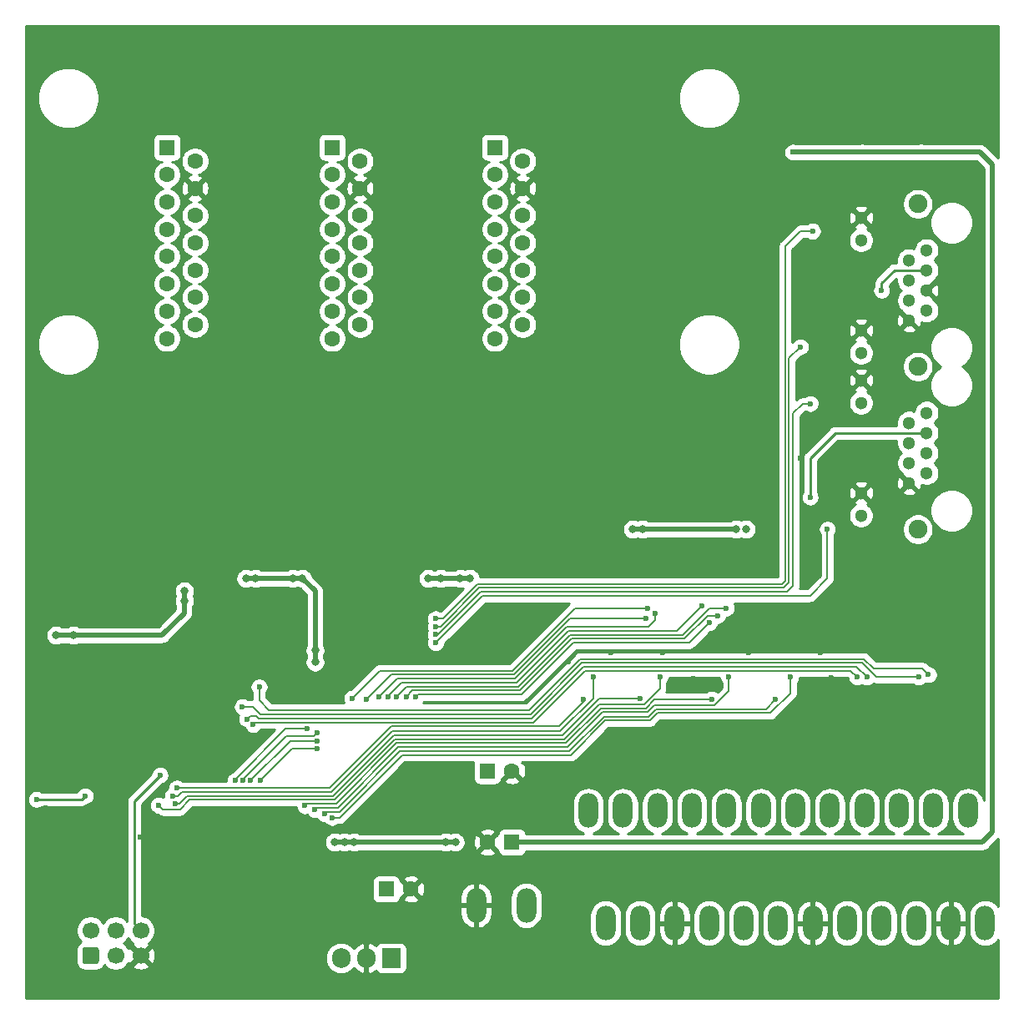
<source format=gbr>
%TF.GenerationSoftware,KiCad,Pcbnew,(5.1.9)-1*%
%TF.CreationDate,2021-06-23T22:51:48+02:00*%
%TF.ProjectId,EndatDecoder,456e6461-7444-4656-936f-6465722e6b69,rev?*%
%TF.SameCoordinates,Original*%
%TF.FileFunction,Copper,L2,Bot*%
%TF.FilePolarity,Positive*%
%FSLAX46Y46*%
G04 Gerber Fmt 4.6, Leading zero omitted, Abs format (unit mm)*
G04 Created by KiCad (PCBNEW (5.1.9)-1) date 2021-06-23 22:51:48*
%MOMM*%
%LPD*%
G01*
G04 APERTURE LIST*
%TA.AperFunction,ComponentPad*%
%ADD10C,1.700000*%
%TD*%
%TA.AperFunction,ComponentPad*%
%ADD11O,2.000000X3.500000*%
%TD*%
%TA.AperFunction,ComponentPad*%
%ADD12C,1.600000*%
%TD*%
%TA.AperFunction,ComponentPad*%
%ADD13R,1.600000X1.600000*%
%TD*%
%TA.AperFunction,ComponentPad*%
%ADD14C,1.300000*%
%TD*%
%TA.AperFunction,ComponentPad*%
%ADD15C,1.900000*%
%TD*%
%TA.AperFunction,ComponentPad*%
%ADD16R,1.905000X2.000000*%
%TD*%
%TA.AperFunction,ComponentPad*%
%ADD17O,1.905000X2.000000*%
%TD*%
%TA.AperFunction,ViaPad*%
%ADD18C,0.600000*%
%TD*%
%TA.AperFunction,ViaPad*%
%ADD19C,0.800000*%
%TD*%
%TA.AperFunction,Conductor*%
%ADD20C,0.500000*%
%TD*%
%TA.AperFunction,Conductor*%
%ADD21C,0.250000*%
%TD*%
%TA.AperFunction,Conductor*%
%ADD22C,0.200000*%
%TD*%
%TA.AperFunction,Conductor*%
%ADD23C,0.254000*%
%TD*%
%TA.AperFunction,Conductor*%
%ADD24C,0.100000*%
%TD*%
G04 APERTURE END LIST*
D10*
%TO.P,J13,6*%
%TO.N,/controller/SWO*%
X62330000Y-172460000D03*
%TO.P,J13,4*%
%TO.N,/controller/SWCLK*%
X59790000Y-172460000D03*
%TO.P,J13,2*%
%TO.N,/controller/SWDIO*%
X57250000Y-172460000D03*
%TO.P,J13,5*%
%TO.N,GND*%
X62330000Y-175000000D03*
%TO.P,J13,3*%
%TO.N,/controller/NRST*%
X59790000Y-175000000D03*
%TO.P,J13,1*%
%TO.N,+3V3*%
%TA.AperFunction,ComponentPad*%
G36*
G01*
X57850000Y-175850000D02*
X56650000Y-175850000D01*
G75*
G02*
X56400000Y-175600000I0J250000D01*
G01*
X56400000Y-174400000D01*
G75*
G02*
X56650000Y-174150000I250000J0D01*
G01*
X57850000Y-174150000D01*
G75*
G02*
X58100000Y-174400000I0J-250000D01*
G01*
X58100000Y-175600000D01*
G75*
G02*
X57850000Y-175850000I-250000J0D01*
G01*
G37*
%TD.AperFunction*%
%TD*%
D11*
%TO.P,J12,4*%
%TO.N,Net-(C33-Pad1)*%
X148000000Y-171700000D03*
%TO.P,J12,3*%
%TO.N,Net-(J12-Pad3)*%
X146250000Y-160300000D03*
%TO.P,J12,2*%
%TO.N,GND*%
X144500000Y-171700000D03*
%TO.P,J12,1*%
%TO.N,Net-(J12-Pad1)*%
X142750000Y-160300000D03*
%TD*%
%TO.P,J11,4*%
%TO.N,Net-(J11-Pad4)*%
X141000000Y-171700000D03*
%TO.P,J11,3*%
%TO.N,Net-(J11-Pad3)*%
X139250000Y-160300000D03*
%TO.P,J11,2*%
%TO.N,Net-(J11-Pad2)*%
X137500000Y-171700000D03*
%TO.P,J11,1*%
%TO.N,Net-(J11-Pad1)*%
X135750000Y-160300000D03*
%TD*%
%TO.P,J10,4*%
%TO.N,Net-(C29-Pad1)*%
X134000000Y-171700000D03*
%TO.P,J10,3*%
%TO.N,Net-(J10-Pad3)*%
X132250000Y-160300000D03*
%TO.P,J10,2*%
%TO.N,GND*%
X130500000Y-171700000D03*
%TO.P,J10,1*%
%TO.N,Net-(J10-Pad1)*%
X128750000Y-160300000D03*
%TD*%
%TO.P,J6,4*%
%TO.N,Net-(J6-Pad4)*%
X127000000Y-171700000D03*
%TO.P,J6,3*%
%TO.N,Net-(J6-Pad3)*%
X125250000Y-160300000D03*
%TO.P,J6,2*%
%TO.N,Net-(J6-Pad2)*%
X123500000Y-171700000D03*
%TO.P,J6,1*%
%TO.N,Net-(J6-Pad1)*%
X121750000Y-160300000D03*
%TD*%
%TO.P,J5,4*%
%TO.N,Net-(C25-Pad1)*%
X120000000Y-171700000D03*
%TO.P,J5,3*%
%TO.N,Net-(J5-Pad3)*%
X118250000Y-160300000D03*
%TO.P,J5,2*%
%TO.N,GND*%
X116500000Y-171700000D03*
%TO.P,J5,1*%
%TO.N,Net-(J5-Pad1)*%
X114750000Y-160300000D03*
%TD*%
%TO.P,J4,4*%
%TO.N,Net-(J4-Pad4)*%
X113000000Y-171700000D03*
%TO.P,J4,3*%
%TO.N,Net-(J4-Pad3)*%
X111250000Y-160300000D03*
%TO.P,J4,2*%
%TO.N,Net-(J4-Pad2)*%
X109500000Y-171700000D03*
%TO.P,J4,1*%
%TO.N,Net-(J4-Pad1)*%
X107750000Y-160300000D03*
%TD*%
D12*
%TO.P,C3,2*%
%TO.N,GND*%
X100000000Y-156250000D03*
D13*
%TO.P,C3,1*%
%TO.N,+3V3*%
X97500000Y-156250000D03*
%TD*%
D12*
%TO.P,C2,2*%
%TO.N,GND*%
X89750000Y-168250000D03*
D13*
%TO.P,C2,1*%
%TO.N,+5F*%
X87250000Y-168250000D03*
%TD*%
D12*
%TO.P,C1,2*%
%TO.N,GND*%
X97500000Y-163500000D03*
D13*
%TO.P,C1,1*%
%TO.N,+24V*%
X100000000Y-163500000D03*
%TD*%
D11*
%TO.P,J1,1*%
%TO.N,+24V*%
X101450000Y-169900000D03*
%TO.P,J1,2*%
%TO.N,GND*%
X96370000Y-169900000D03*
%TD*%
D14*
%TO.P,J2,11*%
%TO.N,GND*%
X135420000Y-116640000D03*
%TO.P,J2,12*%
%TO.N,Net-(J2-Pad12)*%
X135420000Y-118930000D03*
%TO.P,J2,9*%
%TO.N,GND*%
X135420000Y-128070000D03*
%TO.P,J2,10*%
%TO.N,Net-(J2-Pad10)*%
X135420000Y-130360000D03*
%TO.P,J2,8*%
%TO.N,GND*%
X140280000Y-127070000D03*
%TO.P,J2,7*%
%TO.N,Net-(J2-Pad7)*%
X142060000Y-126050000D03*
%TO.P,J2,6*%
%TO.N,Net-(J2-Pad6)*%
X140280000Y-125030000D03*
%TO.P,J2,5*%
%TO.N,Net-(J2-Pad5)*%
X142060000Y-124010000D03*
%TO.P,J2,4*%
%TO.N,Net-(J2-Pad4)*%
X140280000Y-122990000D03*
%TO.P,J2,3*%
%TO.N,Net-(J2-Pad3)*%
X142060000Y-121970000D03*
%TO.P,J2,2*%
%TO.N,Net-(J2-Pad2)*%
X140280000Y-120950000D03*
%TO.P,J2,1*%
%TO.N,Net-(J2-Pad1)*%
X142060000Y-119930000D03*
D15*
%TO.P,J2,13*%
%TO.N,GNDD*%
X141170000Y-115250000D03*
X141170000Y-131750000D03*
%TD*%
D14*
%TO.P,J3,11*%
%TO.N,GND*%
X135420000Y-100140000D03*
%TO.P,J3,12*%
%TO.N,Net-(J3-Pad12)*%
X135420000Y-102430000D03*
%TO.P,J3,9*%
%TO.N,GND*%
X135420000Y-111570000D03*
%TO.P,J3,10*%
%TO.N,Net-(J3-Pad10)*%
X135420000Y-113860000D03*
%TO.P,J3,8*%
%TO.N,GND*%
X140280000Y-110570000D03*
%TO.P,J3,7*%
%TO.N,/SimpleMotionV2/EN_24*%
X142060000Y-109550000D03*
%TO.P,J3,6*%
%TO.N,Net-(J3-Pad6)*%
X140280000Y-108530000D03*
%TO.P,J3,5*%
%TO.N,GND*%
X142060000Y-107510000D03*
%TO.P,J3,4*%
%TO.N,/SimpleMotionV2/STO1_24*%
X140280000Y-106490000D03*
%TO.P,J3,3*%
%TO.N,Net-(J3-Pad3)*%
X142060000Y-105470000D03*
%TO.P,J3,2*%
%TO.N,Net-(J3-Pad2)*%
X140280000Y-104450000D03*
%TO.P,J3,1*%
%TO.N,/SimpleMotionV2/STO2_24*%
X142060000Y-103430000D03*
D15*
%TO.P,J3,13*%
%TO.N,GNDD*%
X141170000Y-98750000D03*
X141170000Y-115250000D03*
%TD*%
D12*
%TO.P,J7,15*%
%TO.N,Net-(J7-Pad15)*%
X67840000Y-111005000D03*
%TO.P,J7,14*%
%TO.N,Net-(J7-Pad14)*%
X67840000Y-108235000D03*
%TO.P,J7,13*%
%TO.N,Net-(J7-Pad13)*%
X67840000Y-105465000D03*
%TO.P,J7,12*%
%TO.N,Net-(J7-Pad12)*%
X67840000Y-102695000D03*
%TO.P,J7,11*%
%TO.N,Net-(J7-Pad11)*%
X67840000Y-99925000D03*
%TO.P,J7,10*%
%TO.N,GND*%
X67840000Y-97155000D03*
%TO.P,J7,9*%
%TO.N,Net-(J7-Pad9)*%
X67840000Y-94385000D03*
%TO.P,J7,8*%
%TO.N,Net-(J7-Pad8)*%
X65000000Y-112390000D03*
%TO.P,J7,7*%
%TO.N,Net-(J7-Pad7)*%
X65000000Y-109620000D03*
%TO.P,J7,6*%
%TO.N,Net-(J7-Pad6)*%
X65000000Y-106850000D03*
%TO.P,J7,5*%
%TO.N,Net-(J7-Pad5)*%
X65000000Y-104080000D03*
%TO.P,J7,4*%
%TO.N,Net-(J7-Pad4)*%
X65000000Y-101310000D03*
%TO.P,J7,3*%
%TO.N,Net-(J7-Pad3)*%
X65000000Y-98540000D03*
%TO.P,J7,2*%
%TO.N,Net-(J7-Pad2)*%
X65000000Y-95770000D03*
D13*
%TO.P,J7,1*%
%TO.N,Net-(J7-Pad1)*%
X65000000Y-93000000D03*
%TD*%
%TO.P,J8,1*%
%TO.N,Net-(J8-Pad1)*%
X81750000Y-93000000D03*
D12*
%TO.P,J8,2*%
%TO.N,Net-(J8-Pad2)*%
X81750000Y-95770000D03*
%TO.P,J8,3*%
%TO.N,Net-(J8-Pad3)*%
X81750000Y-98540000D03*
%TO.P,J8,4*%
%TO.N,Net-(J8-Pad4)*%
X81750000Y-101310000D03*
%TO.P,J8,5*%
%TO.N,Net-(J8-Pad5)*%
X81750000Y-104080000D03*
%TO.P,J8,6*%
%TO.N,Net-(J8-Pad6)*%
X81750000Y-106850000D03*
%TO.P,J8,7*%
%TO.N,Net-(J8-Pad7)*%
X81750000Y-109620000D03*
%TO.P,J8,8*%
%TO.N,Net-(J8-Pad8)*%
X81750000Y-112390000D03*
%TO.P,J8,9*%
%TO.N,Net-(J8-Pad9)*%
X84590000Y-94385000D03*
%TO.P,J8,10*%
%TO.N,GND*%
X84590000Y-97155000D03*
%TO.P,J8,11*%
%TO.N,Net-(J8-Pad11)*%
X84590000Y-99925000D03*
%TO.P,J8,12*%
%TO.N,Net-(J8-Pad12)*%
X84590000Y-102695000D03*
%TO.P,J8,13*%
%TO.N,Net-(J8-Pad13)*%
X84590000Y-105465000D03*
%TO.P,J8,14*%
%TO.N,Net-(J8-Pad14)*%
X84590000Y-108235000D03*
%TO.P,J8,15*%
%TO.N,Net-(J8-Pad15)*%
X84590000Y-111005000D03*
%TD*%
D13*
%TO.P,J9,1*%
%TO.N,Net-(J9-Pad1)*%
X98250000Y-93000000D03*
D12*
%TO.P,J9,2*%
%TO.N,Net-(J9-Pad2)*%
X98250000Y-95770000D03*
%TO.P,J9,3*%
%TO.N,Net-(J9-Pad3)*%
X98250000Y-98540000D03*
%TO.P,J9,4*%
%TO.N,Net-(J9-Pad4)*%
X98250000Y-101310000D03*
%TO.P,J9,5*%
%TO.N,Net-(J9-Pad5)*%
X98250000Y-104080000D03*
%TO.P,J9,6*%
%TO.N,Net-(J9-Pad6)*%
X98250000Y-106850000D03*
%TO.P,J9,7*%
%TO.N,Net-(J9-Pad7)*%
X98250000Y-109620000D03*
%TO.P,J9,8*%
%TO.N,Net-(J9-Pad8)*%
X98250000Y-112390000D03*
%TO.P,J9,9*%
%TO.N,Net-(J9-Pad9)*%
X101090000Y-94385000D03*
%TO.P,J9,10*%
%TO.N,GND*%
X101090000Y-97155000D03*
%TO.P,J9,11*%
%TO.N,Net-(J9-Pad11)*%
X101090000Y-99925000D03*
%TO.P,J9,12*%
%TO.N,Net-(J9-Pad12)*%
X101090000Y-102695000D03*
%TO.P,J9,13*%
%TO.N,Net-(J9-Pad13)*%
X101090000Y-105465000D03*
%TO.P,J9,14*%
%TO.N,Net-(J9-Pad14)*%
X101090000Y-108235000D03*
%TO.P,J9,15*%
%TO.N,Net-(J9-Pad15)*%
X101090000Y-111005000D03*
%TD*%
D16*
%TO.P,U1,1*%
%TO.N,+24V*%
X87750000Y-175250000D03*
D17*
%TO.P,U1,2*%
%TO.N,GND*%
X85210000Y-175250000D03*
%TO.P,U1,3*%
%TO.N,+5F*%
X82670000Y-175250000D03*
%TD*%
D18*
%TO.N,+24V*%
X141500000Y-93500000D03*
X128500000Y-93500000D03*
X135500000Y-93500000D03*
%TO.N,GND*%
X111750000Y-154850000D03*
X117750000Y-154850000D03*
X125750000Y-154850000D03*
X131750000Y-154850000D03*
X139750000Y-154850000D03*
X145750000Y-154850000D03*
X129250000Y-109250000D03*
X136250000Y-94750000D03*
X142750000Y-94750000D03*
X126500000Y-130500000D03*
X129250000Y-124500000D03*
X126750000Y-122250000D03*
X65250000Y-127000000D03*
X72000000Y-126500000D03*
X66750000Y-124500000D03*
X82250000Y-127000000D03*
X83250000Y-124000000D03*
X88875000Y-126566942D03*
X98750000Y-127000000D03*
X99750000Y-124500000D03*
X105375000Y-126750000D03*
X113750000Y-154750000D03*
X128000000Y-154750000D03*
X134000000Y-154750000D03*
X142000000Y-154750000D03*
X120000000Y-154750000D03*
X140000000Y-150000000D03*
X147000000Y-150000000D03*
X127000000Y-151000000D03*
X78500000Y-148125000D03*
X110000000Y-144250000D03*
X115250000Y-144250000D03*
X124000000Y-144250000D03*
X131250000Y-144250000D03*
X137750000Y-145000000D03*
X59500000Y-157250000D03*
X143000000Y-87250000D03*
X136250000Y-87250000D03*
X131250000Y-87500000D03*
X118400000Y-146900000D03*
X132400000Y-146800000D03*
X105727178Y-145227178D03*
X115000000Y-151500000D03*
X81750000Y-147650000D03*
X63400000Y-147300000D03*
X63900000Y-144000000D03*
X58100000Y-148900000D03*
X56400000Y-147600000D03*
X52600000Y-145000000D03*
X52700000Y-156500000D03*
X52800000Y-158300000D03*
X52700000Y-160000000D03*
X52700000Y-161700000D03*
X62300000Y-163000000D03*
X65200000Y-129200000D03*
X63600000Y-140200000D03*
X124900000Y-117300000D03*
X125100000Y-113000000D03*
X117500000Y-106000000D03*
X59400000Y-158700000D03*
X59400000Y-159500000D03*
X62600000Y-165700000D03*
X62600000Y-166400000D03*
X73000000Y-162800000D03*
X72300000Y-162800000D03*
X73000000Y-163500000D03*
X72300000Y-163500000D03*
D19*
%TO.N,+3V3*%
X77750000Y-136750000D03*
X73000000Y-136750000D03*
X74000000Y-136750000D03*
X78750000Y-136750000D03*
X92750008Y-136750000D03*
X91500000Y-136750000D03*
X94749974Y-136750000D03*
X95750000Y-136750000D03*
X55500000Y-142500000D03*
X53750000Y-142500000D03*
X66750000Y-138000000D03*
X66750000Y-139000000D03*
X80025000Y-144025000D03*
X80025000Y-145225000D03*
X83000000Y-163500000D03*
X94250000Y-163500000D03*
X93250000Y-163500000D03*
X84000000Y-163500000D03*
X82000000Y-163500000D03*
D18*
X51750000Y-159150000D03*
X56700000Y-158800000D03*
D19*
%TO.N,+5F*%
X123750000Y-131750000D03*
X113250000Y-131750000D03*
X112250000Y-131750000D03*
X122750000Y-131750000D03*
D18*
%TO.N,Net-(J2-Pad3)*%
X130250000Y-128500000D03*
%TO.N,Net-(J3-Pad3)*%
X137500000Y-107500000D03*
%TO.N,/sserial_1/DIR1*%
X72699997Y-157250000D03*
X80250000Y-152399994D03*
X88250000Y-148750000D03*
X121750000Y-139750000D03*
%TO.N,/sserial_1/DIR2*%
X119250000Y-139500000D03*
X87449997Y-148750000D03*
X79250000Y-152000000D03*
X71899994Y-157250000D03*
%TO.N,/SimpleMotionV2/DIR*%
X86500000Y-148750000D03*
X114500000Y-140250000D03*
%TO.N,/Endat1/MOSI_EN*%
X64150000Y-159750000D03*
X115000000Y-146750000D03*
%TO.N,/Endat2/MOSI_EN*%
X128250000Y-146750000D03*
X81750000Y-161000060D03*
%TO.N,/Endat3/MOSI_EN*%
X142250000Y-146500000D03*
X74350000Y-147750000D03*
%TO.N,/Endat1/CLK*%
X107250000Y-149000000D03*
X66000000Y-158000000D03*
%TO.N,/Endat1/CLK_EN*%
X108250000Y-146750000D03*
X65549265Y-158799265D03*
%TO.N,/Endat1/MOSI*%
X65850000Y-159568334D03*
X113000000Y-148899990D03*
%TO.N,/sserial_1/TX*%
X73500000Y-157250000D03*
X89250000Y-148750000D03*
X120850000Y-140500000D03*
X80268370Y-153223615D03*
%TO.N,/sserial_1/RX*%
X74500000Y-157250000D03*
X90250000Y-148750000D03*
X120000000Y-141250000D03*
X80249447Y-154023403D03*
%TO.N,/Endat2/CLK*%
X120250000Y-149000000D03*
X79000001Y-159800030D03*
%TO.N,/Endat2/CLK_EN*%
X122000000Y-146750000D03*
X80000000Y-160200040D03*
%TO.N,/Endat2/MOSI*%
X126750000Y-149000000D03*
X81000000Y-160600050D03*
%TO.N,/SimpleMotionV2/TX*%
X85250000Y-149000000D03*
X113549265Y-140799265D03*
%TO.N,/SimpleMotionV2/RX*%
X83750000Y-148897656D03*
X113750000Y-139750000D03*
%TO.N,/Endat3/CLK*%
X135000000Y-146750000D03*
X73749974Y-151549980D03*
%TO.N,/Endat3/CLK_EN*%
X136000000Y-146750000D03*
X73125296Y-151000237D03*
%TO.N,/Endat3/MOSI*%
X141250000Y-146750000D03*
X72649990Y-149750000D03*
%TO.N,/controller/SWO*%
X64300000Y-156700000D03*
%TO.N,/sserial_1/LD1*%
X92225737Y-142425734D03*
X130250000Y-119000000D03*
%TO.N,/sserial_1/LD2*%
X92250000Y-143250000D03*
X132000000Y-131750000D03*
%TO.N,/SimpleMotionV2/LD1*%
X92248768Y-140826265D03*
X130500000Y-101500000D03*
%TO.N,/SimpleMotionV2/LD2*%
X92254443Y-141626247D03*
X129250000Y-113250000D03*
%TD*%
D20*
%TO.N,+24V*%
X100000000Y-163500000D02*
X147750000Y-163500000D01*
X147750000Y-163500000D02*
X148750000Y-162500000D01*
X148750000Y-162500000D02*
X148750000Y-94750000D01*
X147500000Y-93500000D02*
X141500000Y-93500000D01*
X148750000Y-94750000D02*
X147500000Y-93500000D01*
X141500000Y-93500000D02*
X135500000Y-93500000D01*
X135500000Y-93500000D02*
X128500000Y-93500000D01*
D21*
%TO.N,GND*%
X105727178Y-145227178D02*
X105372822Y-145227178D01*
X105300000Y-145300000D02*
X105372822Y-145227178D01*
X110000000Y-144250000D02*
X110150000Y-144250000D01*
X110150000Y-144250000D02*
X110300000Y-144100000D01*
X62300000Y-163000000D02*
X62700000Y-162600000D01*
D20*
%TO.N,+3V3*%
X74000000Y-136750000D02*
X73000000Y-136750000D01*
X77750000Y-136750000D02*
X74000000Y-136750000D01*
X77750000Y-136750000D02*
X78750000Y-136750000D01*
X92750008Y-136750000D02*
X91500000Y-136750000D01*
X92750008Y-136750000D02*
X94749974Y-136750000D01*
X94749974Y-136750000D02*
X95750000Y-136750000D01*
X55500000Y-142500000D02*
X64500000Y-142500000D01*
X64500000Y-142500000D02*
X66750000Y-140250000D01*
X66750000Y-140250000D02*
X66750000Y-139000000D01*
X55500000Y-142500000D02*
X53750000Y-142500000D01*
X53750000Y-142500000D02*
X53750000Y-142500000D01*
X66750000Y-138000000D02*
X66750000Y-138000000D01*
X66750000Y-139000000D02*
X66750000Y-138000000D01*
X80025000Y-138025000D02*
X78750000Y-136750000D01*
X80025000Y-144025000D02*
X80025000Y-138025000D01*
X80025000Y-144025000D02*
X80025000Y-145225000D01*
X80025000Y-145225000D02*
X80025000Y-145225000D01*
X83000000Y-163500000D02*
X84000000Y-163500000D01*
X84000000Y-163500000D02*
X94250000Y-163500000D01*
X83000000Y-163500000D02*
X82000000Y-163500000D01*
D21*
X51750000Y-159150000D02*
X56350000Y-159150000D01*
X56350000Y-159150000D02*
X56700000Y-158800000D01*
D20*
%TO.N,+5F*%
X122750000Y-131750000D02*
X113250000Y-131750000D01*
X113250000Y-131750000D02*
X112250000Y-131750000D01*
D21*
%TO.N,Net-(J2-Pad3)*%
X130250000Y-128500000D02*
X130250000Y-126250000D01*
X142060000Y-121970000D02*
X132780000Y-121970000D01*
X130250000Y-124500000D02*
X130250000Y-126250000D01*
X132780000Y-121970000D02*
X130250000Y-124500000D01*
%TO.N,Net-(J3-Pad3)*%
X142060000Y-105470000D02*
X138780000Y-105470000D01*
X137500000Y-106750000D02*
X137500000Y-107500000D01*
X138780000Y-105470000D02*
X137500000Y-106750000D01*
D22*
%TO.N,/sserial_1/DIR1*%
X72699997Y-157162001D02*
X77111998Y-152750000D01*
X72699997Y-157250000D02*
X72699997Y-157162001D01*
X79899994Y-152750000D02*
X80250000Y-152399994D01*
X77111998Y-152750000D02*
X79899994Y-152750000D01*
X100668622Y-147699978D02*
X105918622Y-142449978D01*
X89300022Y-147699978D02*
X100668622Y-147699978D01*
X105918622Y-142449978D02*
X117346320Y-142449978D01*
X120046300Y-139750000D02*
X121750000Y-139750000D01*
X88250000Y-148750000D02*
X89300022Y-147699978D01*
X117346320Y-142449978D02*
X120046300Y-139750000D01*
%TO.N,/sserial_1/DIR2*%
X79250000Y-152000000D02*
X77618604Y-152000000D01*
X77618604Y-152000000D02*
X77000000Y-152000000D01*
X71899994Y-157100006D02*
X71899994Y-157250000D01*
X77000000Y-152000000D02*
X71899994Y-157100006D01*
X88812031Y-147299967D02*
X87449997Y-148662001D01*
X87449997Y-148662001D02*
X87449997Y-148750000D01*
X100502933Y-147299967D02*
X88812031Y-147299967D01*
X116700033Y-142049967D02*
X105752933Y-142049967D01*
X105752933Y-142049967D02*
X100502933Y-147299967D01*
X119250000Y-139500000D02*
X116700033Y-142049967D01*
%TO.N,/SimpleMotionV2/DIR*%
X88350044Y-146899956D02*
X100337244Y-146899956D01*
X100337244Y-146899956D02*
X105587244Y-141649956D01*
X105587244Y-141649956D02*
X113850044Y-141649956D01*
X86500000Y-148750000D02*
X88350044Y-146899956D01*
X113850044Y-141649956D02*
X114500000Y-141000000D01*
X114500000Y-141000000D02*
X114500000Y-140250000D01*
%TO.N,/Endat1/MOSI_EN*%
X66331665Y-160168335D02*
X67299970Y-159200030D01*
X113387999Y-149499999D02*
X115000000Y-147888002D01*
X81997064Y-159200029D02*
X88147126Y-153049967D01*
X108815697Y-149499999D02*
X113387999Y-149499999D01*
X64150000Y-159750000D02*
X64568335Y-160168335D01*
X88147126Y-153049967D02*
X105265728Y-153049967D01*
X105265728Y-153049967D02*
X108815697Y-149499999D01*
X115000000Y-147888002D02*
X115000000Y-146750000D01*
X67299970Y-159200030D02*
X81997064Y-159200029D01*
X64568335Y-160168335D02*
X66331665Y-160168335D01*
%TO.N,/Endat2/MOSI_EN*%
X128250000Y-148388002D02*
X126237981Y-150400021D01*
X128250000Y-146750000D02*
X128250000Y-148388002D01*
X114750775Y-150400021D02*
X114000787Y-151150010D01*
X126237981Y-150400021D02*
X114750775Y-150400021D01*
X109481386Y-151150010D02*
X105981387Y-154650010D01*
X114000787Y-151150010D02*
X109481386Y-151150010D01*
X105981387Y-154650010D02*
X88849990Y-154650010D01*
X88849990Y-154650010D02*
X83500000Y-160000000D01*
X82499940Y-161000060D02*
X81750000Y-161000060D01*
X83500000Y-160000000D02*
X82499940Y-161000060D01*
%TO.N,/Endat3/MOSI_EN*%
X101702911Y-150099989D02*
X75349990Y-150099990D01*
X141599989Y-145849989D02*
X136665689Y-145849989D01*
X75349990Y-150099990D02*
X74350000Y-149100000D01*
X106902934Y-144899966D02*
X101702911Y-150099989D01*
X135715666Y-144899966D02*
X106902934Y-144899966D01*
X136665689Y-145849989D02*
X135715666Y-144899966D01*
X74350000Y-149100000D02*
X74350000Y-148174264D01*
X142250000Y-146500000D02*
X141599989Y-145849989D01*
X74350000Y-148174264D02*
X74350000Y-147750000D01*
%TO.N,/Endat1/CLK*%
X81500000Y-158000000D02*
X66000000Y-158000000D01*
X107250000Y-149250000D02*
X104750000Y-151750000D01*
X104750000Y-151750000D02*
X87750000Y-151750000D01*
X107250000Y-149000000D02*
X107250000Y-149250000D01*
X87750000Y-151750000D02*
X81500000Y-158000000D01*
%TO.N,/Endat1/CLK_EN*%
X81665684Y-158400009D02*
X87815748Y-152249945D01*
X87815748Y-152249945D02*
X104888057Y-152249945D01*
X66487991Y-158400009D02*
X81665684Y-158400009D01*
X66088735Y-158799265D02*
X66487991Y-158400009D01*
X108250000Y-148888002D02*
X108250000Y-146750000D01*
X65549265Y-158799265D02*
X66088735Y-158799265D01*
X104888057Y-152249945D02*
X108250000Y-148888002D01*
%TO.N,/Endat1/MOSI*%
X67042578Y-158800020D02*
X81831373Y-158800020D01*
X66274264Y-159568334D02*
X67042578Y-158800020D01*
X65850000Y-159568334D02*
X66274264Y-159568334D01*
X81831373Y-158800020D02*
X87981437Y-152649956D01*
X105100044Y-152649956D02*
X108850010Y-148899990D01*
X87981437Y-152649956D02*
X105100044Y-152649956D01*
X108850010Y-148899990D02*
X113000000Y-148899990D01*
%TO.N,/sserial_1/TX*%
X73500000Y-157250000D02*
X77526385Y-153223615D01*
X77526385Y-153223615D02*
X80268370Y-153223615D01*
X100834311Y-148099989D02*
X106084311Y-142849989D01*
X89900011Y-148099989D02*
X100834311Y-148099989D01*
X119861998Y-140500000D02*
X120850000Y-140500000D01*
X117512009Y-142849989D02*
X119861998Y-140500000D01*
X106084311Y-142849989D02*
X117512009Y-142849989D01*
X89250000Y-148750000D02*
X89900011Y-148099989D01*
%TO.N,/sserial_1/RX*%
X77726597Y-154023403D02*
X80249447Y-154023403D01*
X74500000Y-157250000D02*
X77726597Y-154023403D01*
X118000000Y-143250000D02*
X120000000Y-141250000D01*
X101000000Y-148500000D02*
X106250000Y-143250000D01*
X90500000Y-148500000D02*
X101000000Y-148500000D01*
X90250000Y-148750000D02*
X90500000Y-148500000D01*
X106250000Y-143250000D02*
X118000000Y-143250000D01*
%TO.N,/Endat2/CLK*%
X120250000Y-149000000D02*
X114453700Y-149000000D01*
X113553689Y-149900009D02*
X108981386Y-149900010D01*
X88312815Y-153449978D02*
X82162754Y-159600040D01*
X108981386Y-149900010D02*
X105431417Y-153449978D01*
X114453700Y-149000000D02*
X113553689Y-149900009D01*
X105431417Y-153449978D02*
X88312815Y-153449978D01*
X79199991Y-159600040D02*
X79000001Y-159800030D01*
X82162754Y-159600040D02*
X79199991Y-159600040D01*
%TO.N,/Endat2/CLK_EN*%
X88478506Y-153849989D02*
X82328445Y-160000050D01*
X113719378Y-150300020D02*
X109147075Y-150300020D01*
X122000000Y-146750000D02*
X122000000Y-148138002D01*
X105597106Y-153849989D02*
X88478506Y-153849989D01*
X109147075Y-150300020D02*
X105597106Y-153849989D01*
X114419398Y-149600000D02*
X113719378Y-150300020D01*
X120538002Y-149600000D02*
X114419398Y-149600000D01*
X122000000Y-148138002D02*
X120538002Y-149600000D01*
X80199990Y-160000050D02*
X80000000Y-160200040D01*
X82328445Y-160000050D02*
X80199990Y-160000050D01*
%TO.N,/Endat2/MOSI*%
X88644193Y-154250000D02*
X82822097Y-160072096D01*
X105815698Y-154250000D02*
X88644193Y-154250000D01*
X109315698Y-150750000D02*
X105815698Y-154250000D01*
X114585087Y-150000011D02*
X113835098Y-150750000D01*
X125749989Y-150000011D02*
X114585087Y-150000011D01*
X126750000Y-149000000D02*
X125749989Y-150000011D01*
X113835098Y-150750000D02*
X109315698Y-150750000D01*
X81199990Y-160400060D02*
X81000000Y-160600050D01*
X82494134Y-160400060D02*
X81199990Y-160400060D01*
X82822097Y-160072096D02*
X82494134Y-160400060D01*
%TO.N,/SimpleMotionV2/TX*%
X100171555Y-146499945D02*
X105872235Y-140799265D01*
X87750055Y-146499945D02*
X100171555Y-146499945D01*
X85250000Y-149000000D02*
X87750055Y-146499945D01*
X105872235Y-140799265D02*
X113549265Y-140799265D01*
%TO.N,/SimpleMotionV2/RX*%
X100005866Y-146099934D02*
X106355800Y-139750000D01*
X106355800Y-139750000D02*
X113750000Y-139750000D01*
X83750000Y-148897656D02*
X86547722Y-146099934D01*
X86547722Y-146099934D02*
X100005866Y-146099934D01*
%TO.N,/Endat3/CLK*%
X102150010Y-151349990D02*
X73949964Y-151349990D01*
X135000000Y-146750000D02*
X134349999Y-146099999D01*
X134349999Y-146099999D02*
X107400001Y-146099999D01*
X107400001Y-146099999D02*
X102150010Y-151349990D01*
X73949964Y-151349990D02*
X73749974Y-151549980D01*
%TO.N,/Endat3/CLK_EN*%
X77699980Y-150949980D02*
X75765678Y-150949980D01*
X77699980Y-150949980D02*
X74337984Y-150949980D01*
X73425295Y-150700238D02*
X73125296Y-151000237D01*
X74337984Y-150949980D02*
X74088242Y-150700238D01*
X74088242Y-150700238D02*
X73425295Y-150700238D01*
X136000000Y-146750000D02*
X134949988Y-145699988D01*
X101984321Y-150949979D02*
X77699980Y-150949980D01*
X134949988Y-145699988D02*
X107234312Y-145699988D01*
X107234312Y-145699988D02*
X101984321Y-150949979D01*
%TO.N,/Endat3/MOSI*%
X78250000Y-150500000D02*
X75750000Y-150500000D01*
X73703704Y-149750000D02*
X72649990Y-149750000D01*
X74453704Y-150500000D02*
X73703704Y-149750000D01*
X78250000Y-150500000D02*
X74453704Y-150500000D01*
X141250000Y-146750000D02*
X137000000Y-146750000D01*
X137000000Y-146750000D02*
X135549977Y-145299977D01*
X135549977Y-145299977D02*
X107068623Y-145299977D01*
X107068623Y-145299977D02*
X101868600Y-150500000D01*
X101868600Y-150500000D02*
X78250000Y-150500000D01*
D21*
%TO.N,/controller/SWO*%
X61674999Y-171804999D02*
X62330000Y-172460000D01*
X61674999Y-159325001D02*
X61674999Y-171804999D01*
X64300000Y-156700000D02*
X61674999Y-159325001D01*
D22*
%TO.N,/sserial_1/LD1*%
X92300003Y-142500000D02*
X92434302Y-142500000D01*
X92225737Y-142425734D02*
X92300003Y-142500000D01*
X92434302Y-142500000D02*
X96834311Y-138099990D01*
X127849990Y-138099990D02*
X127900010Y-138099990D01*
X96834311Y-138099990D02*
X127849990Y-138099990D01*
X128500000Y-137500000D02*
X128500000Y-120000000D01*
X127900010Y-138099990D02*
X128500000Y-137500000D01*
X129500000Y-119000000D02*
X130250000Y-119000000D01*
X128500000Y-120000000D02*
X129500000Y-119000000D01*
%TO.N,/sserial_1/LD2*%
X92250000Y-143250000D02*
X97000000Y-138500000D01*
X97000000Y-138500000D02*
X130250000Y-138500000D01*
X132000000Y-136750000D02*
X132000000Y-131750000D01*
X130250000Y-138500000D02*
X132000000Y-136750000D01*
%TO.N,/SimpleMotionV2/LD1*%
X92248768Y-140826265D02*
X92976639Y-140826265D01*
X96502933Y-137299970D02*
X127384332Y-137299970D01*
X92976639Y-140826265D02*
X96502933Y-137299970D01*
X127384332Y-137299970D02*
X127699980Y-136984322D01*
X127699980Y-136984322D02*
X127699980Y-133500000D01*
X127699980Y-133500000D02*
X127699980Y-103050020D01*
X129250000Y-101500000D02*
X130500000Y-101500000D01*
X127699980Y-103050020D02*
X129250000Y-101500000D01*
%TO.N,/SimpleMotionV2/LD2*%
X92254443Y-141626247D02*
X92742356Y-141626247D01*
X92742356Y-141626247D02*
X96668622Y-137699980D01*
X96668622Y-137699980D02*
X127300020Y-137699980D01*
X127550020Y-137699980D02*
X128099990Y-137150010D01*
X127300020Y-137699980D02*
X127550020Y-137699980D01*
X128099990Y-114400010D02*
X129250000Y-113250000D01*
X128099990Y-137150010D02*
X128099990Y-114400010D01*
%TD*%
D23*
%TO.N,GND*%
X149340000Y-94088421D02*
X148156534Y-92904956D01*
X148128817Y-92871183D01*
X147994059Y-92760589D01*
X147840313Y-92678411D01*
X147673490Y-92627805D01*
X147543477Y-92615000D01*
X147543469Y-92615000D01*
X147500000Y-92610719D01*
X147456531Y-92615000D01*
X141806692Y-92615000D01*
X141772729Y-92600932D01*
X141592089Y-92565000D01*
X141407911Y-92565000D01*
X141227271Y-92600932D01*
X141193308Y-92615000D01*
X135806692Y-92615000D01*
X135772729Y-92600932D01*
X135592089Y-92565000D01*
X135407911Y-92565000D01*
X135227271Y-92600932D01*
X135193308Y-92615000D01*
X128806692Y-92615000D01*
X128772729Y-92600932D01*
X128592089Y-92565000D01*
X128407911Y-92565000D01*
X128227271Y-92600932D01*
X128057111Y-92671414D01*
X127903972Y-92773738D01*
X127773738Y-92903972D01*
X127671414Y-93057111D01*
X127600932Y-93227271D01*
X127565000Y-93407911D01*
X127565000Y-93592089D01*
X127600932Y-93772729D01*
X127671414Y-93942889D01*
X127773738Y-94096028D01*
X127903972Y-94226262D01*
X128057111Y-94328586D01*
X128227271Y-94399068D01*
X128407911Y-94435000D01*
X128592089Y-94435000D01*
X128772729Y-94399068D01*
X128806692Y-94385000D01*
X135193308Y-94385000D01*
X135227271Y-94399068D01*
X135407911Y-94435000D01*
X135592089Y-94435000D01*
X135772729Y-94399068D01*
X135806692Y-94385000D01*
X141193308Y-94385000D01*
X141227271Y-94399068D01*
X141407911Y-94435000D01*
X141592089Y-94435000D01*
X141772729Y-94399068D01*
X141806692Y-94385000D01*
X147133422Y-94385000D01*
X147865001Y-95116580D01*
X147865000Y-159266615D01*
X147861343Y-159229484D01*
X147767852Y-158921285D01*
X147616031Y-158637248D01*
X147411714Y-158388286D01*
X147162751Y-158183969D01*
X146878714Y-158032148D01*
X146570515Y-157938657D01*
X146250000Y-157907089D01*
X145929484Y-157938657D01*
X145621285Y-158032148D01*
X145337248Y-158183969D01*
X145088286Y-158388286D01*
X144883969Y-158637249D01*
X144732148Y-158921286D01*
X144638657Y-159229485D01*
X144615000Y-159469679D01*
X144615000Y-161130322D01*
X144638657Y-161370516D01*
X144732149Y-161678715D01*
X144883970Y-161962752D01*
X145088287Y-162211714D01*
X145337249Y-162416031D01*
X145621286Y-162567852D01*
X145776712Y-162615000D01*
X143223289Y-162615000D01*
X143378715Y-162567852D01*
X143662752Y-162416031D01*
X143911714Y-162211714D01*
X144116031Y-161962752D01*
X144267852Y-161678715D01*
X144361343Y-161370516D01*
X144385000Y-161130322D01*
X144385000Y-159469678D01*
X144361343Y-159229484D01*
X144267852Y-158921285D01*
X144116031Y-158637248D01*
X143911714Y-158388286D01*
X143662751Y-158183969D01*
X143378714Y-158032148D01*
X143070515Y-157938657D01*
X142750000Y-157907089D01*
X142429484Y-157938657D01*
X142121285Y-158032148D01*
X141837248Y-158183969D01*
X141588286Y-158388286D01*
X141383969Y-158637249D01*
X141232148Y-158921286D01*
X141138657Y-159229485D01*
X141115000Y-159469679D01*
X141115000Y-161130322D01*
X141138657Y-161370516D01*
X141232149Y-161678715D01*
X141383970Y-161962752D01*
X141588287Y-162211714D01*
X141837249Y-162416031D01*
X142121286Y-162567852D01*
X142276712Y-162615000D01*
X139723289Y-162615000D01*
X139878715Y-162567852D01*
X140162752Y-162416031D01*
X140411714Y-162211714D01*
X140616031Y-161962752D01*
X140767852Y-161678715D01*
X140861343Y-161370516D01*
X140885000Y-161130322D01*
X140885000Y-159469678D01*
X140861343Y-159229484D01*
X140767852Y-158921285D01*
X140616031Y-158637248D01*
X140411714Y-158388286D01*
X140162751Y-158183969D01*
X139878714Y-158032148D01*
X139570515Y-157938657D01*
X139250000Y-157907089D01*
X138929484Y-157938657D01*
X138621285Y-158032148D01*
X138337248Y-158183969D01*
X138088286Y-158388286D01*
X137883969Y-158637249D01*
X137732148Y-158921286D01*
X137638657Y-159229485D01*
X137615000Y-159469679D01*
X137615000Y-161130322D01*
X137638657Y-161370516D01*
X137732149Y-161678715D01*
X137883970Y-161962752D01*
X138088287Y-162211714D01*
X138337249Y-162416031D01*
X138621286Y-162567852D01*
X138776712Y-162615000D01*
X136223289Y-162615000D01*
X136378715Y-162567852D01*
X136662752Y-162416031D01*
X136911714Y-162211714D01*
X137116031Y-161962752D01*
X137267852Y-161678715D01*
X137361343Y-161370516D01*
X137385000Y-161130322D01*
X137385000Y-159469678D01*
X137361343Y-159229484D01*
X137267852Y-158921285D01*
X137116031Y-158637248D01*
X136911714Y-158388286D01*
X136662751Y-158183969D01*
X136378714Y-158032148D01*
X136070515Y-157938657D01*
X135750000Y-157907089D01*
X135429484Y-157938657D01*
X135121285Y-158032148D01*
X134837248Y-158183969D01*
X134588286Y-158388286D01*
X134383969Y-158637249D01*
X134232148Y-158921286D01*
X134138657Y-159229485D01*
X134115000Y-159469679D01*
X134115000Y-161130322D01*
X134138657Y-161370516D01*
X134232149Y-161678715D01*
X134383970Y-161962752D01*
X134588287Y-162211714D01*
X134837249Y-162416031D01*
X135121286Y-162567852D01*
X135276712Y-162615000D01*
X132723289Y-162615000D01*
X132878715Y-162567852D01*
X133162752Y-162416031D01*
X133411714Y-162211714D01*
X133616031Y-161962752D01*
X133767852Y-161678715D01*
X133861343Y-161370516D01*
X133885000Y-161130322D01*
X133885000Y-159469678D01*
X133861343Y-159229484D01*
X133767852Y-158921285D01*
X133616031Y-158637248D01*
X133411714Y-158388286D01*
X133162751Y-158183969D01*
X132878714Y-158032148D01*
X132570515Y-157938657D01*
X132250000Y-157907089D01*
X131929484Y-157938657D01*
X131621285Y-158032148D01*
X131337248Y-158183969D01*
X131088286Y-158388286D01*
X130883969Y-158637249D01*
X130732148Y-158921286D01*
X130638657Y-159229485D01*
X130615000Y-159469679D01*
X130615000Y-161130322D01*
X130638657Y-161370516D01*
X130732149Y-161678715D01*
X130883970Y-161962752D01*
X131088287Y-162211714D01*
X131337249Y-162416031D01*
X131621286Y-162567852D01*
X131776712Y-162615000D01*
X129223289Y-162615000D01*
X129378715Y-162567852D01*
X129662752Y-162416031D01*
X129911714Y-162211714D01*
X130116031Y-161962752D01*
X130267852Y-161678715D01*
X130361343Y-161370516D01*
X130385000Y-161130322D01*
X130385000Y-159469678D01*
X130361343Y-159229484D01*
X130267852Y-158921285D01*
X130116031Y-158637248D01*
X129911714Y-158388286D01*
X129662751Y-158183969D01*
X129378714Y-158032148D01*
X129070515Y-157938657D01*
X128750000Y-157907089D01*
X128429484Y-157938657D01*
X128121285Y-158032148D01*
X127837248Y-158183969D01*
X127588286Y-158388286D01*
X127383969Y-158637249D01*
X127232148Y-158921286D01*
X127138657Y-159229485D01*
X127115000Y-159469679D01*
X127115000Y-161130322D01*
X127138657Y-161370516D01*
X127232149Y-161678715D01*
X127383970Y-161962752D01*
X127588287Y-162211714D01*
X127837249Y-162416031D01*
X128121286Y-162567852D01*
X128276712Y-162615000D01*
X125723289Y-162615000D01*
X125878715Y-162567852D01*
X126162752Y-162416031D01*
X126411714Y-162211714D01*
X126616031Y-161962752D01*
X126767852Y-161678715D01*
X126861343Y-161370516D01*
X126885000Y-161130322D01*
X126885000Y-159469678D01*
X126861343Y-159229484D01*
X126767852Y-158921285D01*
X126616031Y-158637248D01*
X126411714Y-158388286D01*
X126162751Y-158183969D01*
X125878714Y-158032148D01*
X125570515Y-157938657D01*
X125250000Y-157907089D01*
X124929484Y-157938657D01*
X124621285Y-158032148D01*
X124337248Y-158183969D01*
X124088286Y-158388286D01*
X123883969Y-158637249D01*
X123732148Y-158921286D01*
X123638657Y-159229485D01*
X123615000Y-159469679D01*
X123615000Y-161130322D01*
X123638657Y-161370516D01*
X123732149Y-161678715D01*
X123883970Y-161962752D01*
X124088287Y-162211714D01*
X124337249Y-162416031D01*
X124621286Y-162567852D01*
X124776712Y-162615000D01*
X122223289Y-162615000D01*
X122378715Y-162567852D01*
X122662752Y-162416031D01*
X122911714Y-162211714D01*
X123116031Y-161962752D01*
X123267852Y-161678715D01*
X123361343Y-161370516D01*
X123385000Y-161130322D01*
X123385000Y-159469678D01*
X123361343Y-159229484D01*
X123267852Y-158921285D01*
X123116031Y-158637248D01*
X122911714Y-158388286D01*
X122662751Y-158183969D01*
X122378714Y-158032148D01*
X122070515Y-157938657D01*
X121750000Y-157907089D01*
X121429484Y-157938657D01*
X121121285Y-158032148D01*
X120837248Y-158183969D01*
X120588286Y-158388286D01*
X120383969Y-158637249D01*
X120232148Y-158921286D01*
X120138657Y-159229485D01*
X120115000Y-159469679D01*
X120115000Y-161130322D01*
X120138657Y-161370516D01*
X120232149Y-161678715D01*
X120383970Y-161962752D01*
X120588287Y-162211714D01*
X120837249Y-162416031D01*
X121121286Y-162567852D01*
X121276712Y-162615000D01*
X118723289Y-162615000D01*
X118878715Y-162567852D01*
X119162752Y-162416031D01*
X119411714Y-162211714D01*
X119616031Y-161962752D01*
X119767852Y-161678715D01*
X119861343Y-161370516D01*
X119885000Y-161130322D01*
X119885000Y-159469678D01*
X119861343Y-159229484D01*
X119767852Y-158921285D01*
X119616031Y-158637248D01*
X119411714Y-158388286D01*
X119162751Y-158183969D01*
X118878714Y-158032148D01*
X118570515Y-157938657D01*
X118250000Y-157907089D01*
X117929484Y-157938657D01*
X117621285Y-158032148D01*
X117337248Y-158183969D01*
X117088286Y-158388286D01*
X116883969Y-158637249D01*
X116732148Y-158921286D01*
X116638657Y-159229485D01*
X116615000Y-159469679D01*
X116615000Y-161130322D01*
X116638657Y-161370516D01*
X116732149Y-161678715D01*
X116883970Y-161962752D01*
X117088287Y-162211714D01*
X117337249Y-162416031D01*
X117621286Y-162567852D01*
X117776712Y-162615000D01*
X115223289Y-162615000D01*
X115378715Y-162567852D01*
X115662752Y-162416031D01*
X115911714Y-162211714D01*
X116116031Y-161962752D01*
X116267852Y-161678715D01*
X116361343Y-161370516D01*
X116385000Y-161130322D01*
X116385000Y-159469678D01*
X116361343Y-159229484D01*
X116267852Y-158921285D01*
X116116031Y-158637248D01*
X115911714Y-158388286D01*
X115662751Y-158183969D01*
X115378714Y-158032148D01*
X115070515Y-157938657D01*
X114750000Y-157907089D01*
X114429484Y-157938657D01*
X114121285Y-158032148D01*
X113837248Y-158183969D01*
X113588286Y-158388286D01*
X113383969Y-158637249D01*
X113232148Y-158921286D01*
X113138657Y-159229485D01*
X113115000Y-159469679D01*
X113115000Y-161130322D01*
X113138657Y-161370516D01*
X113232149Y-161678715D01*
X113383970Y-161962752D01*
X113588287Y-162211714D01*
X113837249Y-162416031D01*
X114121286Y-162567852D01*
X114276712Y-162615000D01*
X111723289Y-162615000D01*
X111878715Y-162567852D01*
X112162752Y-162416031D01*
X112411714Y-162211714D01*
X112616031Y-161962752D01*
X112767852Y-161678715D01*
X112861343Y-161370516D01*
X112885000Y-161130322D01*
X112885000Y-159469678D01*
X112861343Y-159229484D01*
X112767852Y-158921285D01*
X112616031Y-158637248D01*
X112411714Y-158388286D01*
X112162751Y-158183969D01*
X111878714Y-158032148D01*
X111570515Y-157938657D01*
X111250000Y-157907089D01*
X110929484Y-157938657D01*
X110621285Y-158032148D01*
X110337248Y-158183969D01*
X110088286Y-158388286D01*
X109883969Y-158637249D01*
X109732148Y-158921286D01*
X109638657Y-159229485D01*
X109615000Y-159469679D01*
X109615000Y-161130322D01*
X109638657Y-161370516D01*
X109732149Y-161678715D01*
X109883970Y-161962752D01*
X110088287Y-162211714D01*
X110337249Y-162416031D01*
X110621286Y-162567852D01*
X110776712Y-162615000D01*
X108223289Y-162615000D01*
X108378715Y-162567852D01*
X108662752Y-162416031D01*
X108911714Y-162211714D01*
X109116031Y-161962752D01*
X109267852Y-161678715D01*
X109361343Y-161370516D01*
X109385000Y-161130322D01*
X109385000Y-159469678D01*
X109361343Y-159229484D01*
X109267852Y-158921285D01*
X109116031Y-158637248D01*
X108911714Y-158388286D01*
X108662751Y-158183969D01*
X108378714Y-158032148D01*
X108070515Y-157938657D01*
X107750000Y-157907089D01*
X107429484Y-157938657D01*
X107121285Y-158032148D01*
X106837248Y-158183969D01*
X106588286Y-158388286D01*
X106383969Y-158637249D01*
X106232148Y-158921286D01*
X106138657Y-159229485D01*
X106115000Y-159469679D01*
X106115000Y-161130322D01*
X106138657Y-161370516D01*
X106232149Y-161678715D01*
X106383970Y-161962752D01*
X106588287Y-162211714D01*
X106837249Y-162416031D01*
X107121286Y-162567852D01*
X107276712Y-162615000D01*
X101429701Y-162615000D01*
X101425812Y-162575518D01*
X101389502Y-162455820D01*
X101330537Y-162345506D01*
X101251185Y-162248815D01*
X101154494Y-162169463D01*
X101044180Y-162110498D01*
X100924482Y-162074188D01*
X100800000Y-162061928D01*
X99200000Y-162061928D01*
X99075518Y-162074188D01*
X98955820Y-162110498D01*
X98845506Y-162169463D01*
X98748815Y-162248815D01*
X98669463Y-162345506D01*
X98610498Y-162455820D01*
X98574188Y-162575518D01*
X98561928Y-162700000D01*
X98561928Y-162707215D01*
X98492702Y-162686903D01*
X97679605Y-163500000D01*
X98492702Y-164313097D01*
X98561928Y-164292785D01*
X98561928Y-164300000D01*
X98574188Y-164424482D01*
X98610498Y-164544180D01*
X98669463Y-164654494D01*
X98748815Y-164751185D01*
X98845506Y-164830537D01*
X98955820Y-164889502D01*
X99075518Y-164925812D01*
X99200000Y-164938072D01*
X100800000Y-164938072D01*
X100924482Y-164925812D01*
X101044180Y-164889502D01*
X101154494Y-164830537D01*
X101251185Y-164751185D01*
X101330537Y-164654494D01*
X101389502Y-164544180D01*
X101425812Y-164424482D01*
X101429701Y-164385000D01*
X147706531Y-164385000D01*
X147750000Y-164389281D01*
X147793469Y-164385000D01*
X147793477Y-164385000D01*
X147923490Y-164372195D01*
X148090313Y-164321589D01*
X148244059Y-164239411D01*
X148378817Y-164128817D01*
X148406534Y-164095044D01*
X149340001Y-163161578D01*
X149340001Y-170005530D01*
X149161714Y-169788286D01*
X148912751Y-169583969D01*
X148628714Y-169432148D01*
X148320515Y-169338657D01*
X148000000Y-169307089D01*
X147679484Y-169338657D01*
X147371285Y-169432148D01*
X147087248Y-169583969D01*
X146838286Y-169788286D01*
X146633969Y-170037249D01*
X146482148Y-170321286D01*
X146388657Y-170629485D01*
X146365000Y-170869679D01*
X146365000Y-172530322D01*
X146388657Y-172770516D01*
X146482149Y-173078715D01*
X146633970Y-173362752D01*
X146838287Y-173611714D01*
X147087249Y-173816031D01*
X147371286Y-173967852D01*
X147679485Y-174061343D01*
X148000000Y-174092911D01*
X148320516Y-174061343D01*
X148628715Y-173967852D01*
X148912752Y-173816031D01*
X149161714Y-173611714D01*
X149340001Y-173394470D01*
X149340001Y-179340000D01*
X50660000Y-179340000D01*
X50660000Y-174400000D01*
X55761928Y-174400000D01*
X55761928Y-175600000D01*
X55778992Y-175773254D01*
X55829528Y-175939850D01*
X55911595Y-176093386D01*
X56022038Y-176227962D01*
X56156614Y-176338405D01*
X56310150Y-176420472D01*
X56476746Y-176471008D01*
X56650000Y-176488072D01*
X57850000Y-176488072D01*
X58023254Y-176471008D01*
X58189850Y-176420472D01*
X58343386Y-176338405D01*
X58477962Y-176227962D01*
X58588405Y-176093386D01*
X58656285Y-175966392D01*
X58843368Y-176153475D01*
X59086589Y-176315990D01*
X59356842Y-176427932D01*
X59643740Y-176485000D01*
X59936260Y-176485000D01*
X60223158Y-176427932D01*
X60493411Y-176315990D01*
X60736632Y-176153475D01*
X60861710Y-176028397D01*
X61481208Y-176028397D01*
X61558843Y-176277472D01*
X61822883Y-176403371D01*
X62106411Y-176475339D01*
X62398531Y-176490611D01*
X62688019Y-176448599D01*
X62963747Y-176350919D01*
X63101157Y-176277472D01*
X63178792Y-176028397D01*
X62330000Y-175179605D01*
X61481208Y-176028397D01*
X60861710Y-176028397D01*
X60943475Y-175946632D01*
X61059311Y-175773271D01*
X61301603Y-175848792D01*
X62150395Y-175000000D01*
X62509605Y-175000000D01*
X63358397Y-175848792D01*
X63607472Y-175771157D01*
X63733371Y-175507117D01*
X63805339Y-175223589D01*
X63810518Y-175124514D01*
X81082500Y-175124514D01*
X81082500Y-175375485D01*
X81105470Y-175608703D01*
X81196245Y-175907948D01*
X81343655Y-176183734D01*
X81542037Y-176425463D01*
X81783765Y-176623845D01*
X82059551Y-176771255D01*
X82358796Y-176862030D01*
X82670000Y-176892681D01*
X82981203Y-176862030D01*
X83280448Y-176771255D01*
X83556234Y-176623845D01*
X83797963Y-176425463D01*
X83945163Y-176246101D01*
X84100563Y-176431315D01*
X84343077Y-176625969D01*
X84618906Y-176769571D01*
X84837020Y-176840563D01*
X85083000Y-176720594D01*
X85083000Y-175377000D01*
X85063000Y-175377000D01*
X85063000Y-175123000D01*
X85083000Y-175123000D01*
X85083000Y-173779406D01*
X85337000Y-173779406D01*
X85337000Y-175123000D01*
X85357000Y-175123000D01*
X85357000Y-175377000D01*
X85337000Y-175377000D01*
X85337000Y-176720594D01*
X85582980Y-176840563D01*
X85801094Y-176769571D01*
X86076923Y-176625969D01*
X86217941Y-176512781D01*
X86266963Y-176604494D01*
X86346315Y-176701185D01*
X86443006Y-176780537D01*
X86553320Y-176839502D01*
X86673018Y-176875812D01*
X86797500Y-176888072D01*
X88702500Y-176888072D01*
X88826982Y-176875812D01*
X88946680Y-176839502D01*
X89056994Y-176780537D01*
X89153685Y-176701185D01*
X89233037Y-176604494D01*
X89292002Y-176494180D01*
X89328312Y-176374482D01*
X89340572Y-176250000D01*
X89340572Y-174250000D01*
X89328312Y-174125518D01*
X89292002Y-174005820D01*
X89233037Y-173895506D01*
X89153685Y-173798815D01*
X89056994Y-173719463D01*
X88946680Y-173660498D01*
X88826982Y-173624188D01*
X88702500Y-173611928D01*
X86797500Y-173611928D01*
X86673018Y-173624188D01*
X86553320Y-173660498D01*
X86443006Y-173719463D01*
X86346315Y-173798815D01*
X86266963Y-173895506D01*
X86217941Y-173987219D01*
X86076923Y-173874031D01*
X85801094Y-173730429D01*
X85582980Y-173659437D01*
X85337000Y-173779406D01*
X85083000Y-173779406D01*
X84837020Y-173659437D01*
X84618906Y-173730429D01*
X84343077Y-173874031D01*
X84100563Y-174068685D01*
X83945162Y-174253900D01*
X83797963Y-174074537D01*
X83556235Y-173876155D01*
X83280449Y-173728745D01*
X82981204Y-173637970D01*
X82670000Y-173607319D01*
X82358797Y-173637970D01*
X82059552Y-173728745D01*
X81783766Y-173876155D01*
X81542037Y-174074537D01*
X81343655Y-174316265D01*
X81196245Y-174592051D01*
X81105470Y-174891296D01*
X81082500Y-175124514D01*
X63810518Y-175124514D01*
X63820611Y-174931469D01*
X63778599Y-174641981D01*
X63680919Y-174366253D01*
X63607472Y-174228843D01*
X63358397Y-174151208D01*
X62509605Y-175000000D01*
X62150395Y-175000000D01*
X61301603Y-174151208D01*
X61059311Y-174226729D01*
X60943475Y-174053368D01*
X60736632Y-173846525D01*
X60562240Y-173730000D01*
X60736632Y-173613475D01*
X60943475Y-173406632D01*
X61060000Y-173232240D01*
X61176525Y-173406632D01*
X61383368Y-173613475D01*
X61556729Y-173729311D01*
X61481208Y-173971603D01*
X62330000Y-174820395D01*
X63178792Y-173971603D01*
X63103271Y-173729311D01*
X63276632Y-173613475D01*
X63483475Y-173406632D01*
X63645990Y-173163411D01*
X63757932Y-172893158D01*
X63815000Y-172606260D01*
X63815000Y-172313740D01*
X63757932Y-172026842D01*
X63645990Y-171756589D01*
X63483475Y-171513368D01*
X63276632Y-171306525D01*
X63033411Y-171144010D01*
X62763158Y-171032068D01*
X62476260Y-170975000D01*
X62434999Y-170975000D01*
X62434999Y-170027000D01*
X94735000Y-170027000D01*
X94735000Y-170777000D01*
X94791193Y-171093532D01*
X94908058Y-171393020D01*
X95081105Y-171663954D01*
X95303683Y-171895922D01*
X95567239Y-172080010D01*
X95861645Y-172209144D01*
X95989566Y-172240124D01*
X96243000Y-172120777D01*
X96243000Y-170027000D01*
X96497000Y-170027000D01*
X96497000Y-172120777D01*
X96750434Y-172240124D01*
X96878355Y-172209144D01*
X97172761Y-172080010D01*
X97436317Y-171895922D01*
X97658895Y-171663954D01*
X97831942Y-171393020D01*
X97948807Y-171093532D01*
X98005000Y-170777000D01*
X98005000Y-170027000D01*
X96497000Y-170027000D01*
X96243000Y-170027000D01*
X94735000Y-170027000D01*
X62434999Y-170027000D01*
X62434999Y-167450000D01*
X85811928Y-167450000D01*
X85811928Y-169050000D01*
X85824188Y-169174482D01*
X85860498Y-169294180D01*
X85919463Y-169404494D01*
X85998815Y-169501185D01*
X86095506Y-169580537D01*
X86205820Y-169639502D01*
X86325518Y-169675812D01*
X86450000Y-169688072D01*
X88050000Y-169688072D01*
X88174482Y-169675812D01*
X88294180Y-169639502D01*
X88404494Y-169580537D01*
X88501185Y-169501185D01*
X88580537Y-169404494D01*
X88639502Y-169294180D01*
X88655117Y-169242702D01*
X88936903Y-169242702D01*
X89008486Y-169486671D01*
X89263996Y-169607571D01*
X89538184Y-169676300D01*
X89820512Y-169690217D01*
X90100130Y-169648787D01*
X90366292Y-169553603D01*
X90491514Y-169486671D01*
X90563097Y-169242702D01*
X89750000Y-168429605D01*
X88936903Y-169242702D01*
X88655117Y-169242702D01*
X88675812Y-169174482D01*
X88688072Y-169050000D01*
X88688072Y-169042785D01*
X88757298Y-169063097D01*
X89570395Y-168250000D01*
X89929605Y-168250000D01*
X90742702Y-169063097D01*
X90879360Y-169023000D01*
X94735000Y-169023000D01*
X94735000Y-169773000D01*
X96243000Y-169773000D01*
X96243000Y-167679223D01*
X96497000Y-167679223D01*
X96497000Y-169773000D01*
X98005000Y-169773000D01*
X98005000Y-169069678D01*
X99815000Y-169069678D01*
X99815000Y-170730321D01*
X99838657Y-170970515D01*
X99932148Y-171278714D01*
X100083969Y-171562751D01*
X100288286Y-171811714D01*
X100537248Y-172016031D01*
X100821285Y-172167852D01*
X101129484Y-172261343D01*
X101450000Y-172292911D01*
X101770515Y-172261343D01*
X102078714Y-172167852D01*
X102362751Y-172016031D01*
X102611714Y-171811714D01*
X102816031Y-171562752D01*
X102967852Y-171278715D01*
X103061343Y-170970516D01*
X103071274Y-170869679D01*
X107865000Y-170869679D01*
X107865000Y-172530322D01*
X107888657Y-172770516D01*
X107982149Y-173078715D01*
X108133970Y-173362752D01*
X108338287Y-173611714D01*
X108587249Y-173816031D01*
X108871286Y-173967852D01*
X109179485Y-174061343D01*
X109500000Y-174092911D01*
X109820516Y-174061343D01*
X110128715Y-173967852D01*
X110412752Y-173816031D01*
X110661714Y-173611714D01*
X110866031Y-173362752D01*
X111017852Y-173078715D01*
X111111343Y-172770516D01*
X111135000Y-172530322D01*
X111135000Y-170869679D01*
X111365000Y-170869679D01*
X111365000Y-172530322D01*
X111388657Y-172770516D01*
X111482149Y-173078715D01*
X111633970Y-173362752D01*
X111838287Y-173611714D01*
X112087249Y-173816031D01*
X112371286Y-173967852D01*
X112679485Y-174061343D01*
X113000000Y-174092911D01*
X113320516Y-174061343D01*
X113628715Y-173967852D01*
X113912752Y-173816031D01*
X114161714Y-173611714D01*
X114366031Y-173362752D01*
X114517852Y-173078715D01*
X114611343Y-172770516D01*
X114635000Y-172530322D01*
X114635000Y-171827000D01*
X114865000Y-171827000D01*
X114865000Y-172577000D01*
X114921193Y-172893532D01*
X115038058Y-173193020D01*
X115211105Y-173463954D01*
X115433683Y-173695922D01*
X115697239Y-173880010D01*
X115991645Y-174009144D01*
X116119566Y-174040124D01*
X116373000Y-173920777D01*
X116373000Y-171827000D01*
X116627000Y-171827000D01*
X116627000Y-173920777D01*
X116880434Y-174040124D01*
X117008355Y-174009144D01*
X117302761Y-173880010D01*
X117566317Y-173695922D01*
X117788895Y-173463954D01*
X117961942Y-173193020D01*
X118078807Y-172893532D01*
X118135000Y-172577000D01*
X118135000Y-171827000D01*
X116627000Y-171827000D01*
X116373000Y-171827000D01*
X114865000Y-171827000D01*
X114635000Y-171827000D01*
X114635000Y-170869678D01*
X114630403Y-170823000D01*
X114865000Y-170823000D01*
X114865000Y-171573000D01*
X116373000Y-171573000D01*
X116373000Y-169479223D01*
X116627000Y-169479223D01*
X116627000Y-171573000D01*
X118135000Y-171573000D01*
X118135000Y-170869679D01*
X118365000Y-170869679D01*
X118365000Y-172530322D01*
X118388657Y-172770516D01*
X118482149Y-173078715D01*
X118633970Y-173362752D01*
X118838287Y-173611714D01*
X119087249Y-173816031D01*
X119371286Y-173967852D01*
X119679485Y-174061343D01*
X120000000Y-174092911D01*
X120320516Y-174061343D01*
X120628715Y-173967852D01*
X120912752Y-173816031D01*
X121161714Y-173611714D01*
X121366031Y-173362752D01*
X121517852Y-173078715D01*
X121611343Y-172770516D01*
X121635000Y-172530322D01*
X121635000Y-170869679D01*
X121865000Y-170869679D01*
X121865000Y-172530322D01*
X121888657Y-172770516D01*
X121982149Y-173078715D01*
X122133970Y-173362752D01*
X122338287Y-173611714D01*
X122587249Y-173816031D01*
X122871286Y-173967852D01*
X123179485Y-174061343D01*
X123500000Y-174092911D01*
X123820516Y-174061343D01*
X124128715Y-173967852D01*
X124412752Y-173816031D01*
X124661714Y-173611714D01*
X124866031Y-173362752D01*
X125017852Y-173078715D01*
X125111343Y-172770516D01*
X125135000Y-172530322D01*
X125135000Y-170869679D01*
X125365000Y-170869679D01*
X125365000Y-172530322D01*
X125388657Y-172770516D01*
X125482149Y-173078715D01*
X125633970Y-173362752D01*
X125838287Y-173611714D01*
X126087249Y-173816031D01*
X126371286Y-173967852D01*
X126679485Y-174061343D01*
X127000000Y-174092911D01*
X127320516Y-174061343D01*
X127628715Y-173967852D01*
X127912752Y-173816031D01*
X128161714Y-173611714D01*
X128366031Y-173362752D01*
X128517852Y-173078715D01*
X128611343Y-172770516D01*
X128635000Y-172530322D01*
X128635000Y-171827000D01*
X128865000Y-171827000D01*
X128865000Y-172577000D01*
X128921193Y-172893532D01*
X129038058Y-173193020D01*
X129211105Y-173463954D01*
X129433683Y-173695922D01*
X129697239Y-173880010D01*
X129991645Y-174009144D01*
X130119566Y-174040124D01*
X130373000Y-173920777D01*
X130373000Y-171827000D01*
X130627000Y-171827000D01*
X130627000Y-173920777D01*
X130880434Y-174040124D01*
X131008355Y-174009144D01*
X131302761Y-173880010D01*
X131566317Y-173695922D01*
X131788895Y-173463954D01*
X131961942Y-173193020D01*
X132078807Y-172893532D01*
X132135000Y-172577000D01*
X132135000Y-171827000D01*
X130627000Y-171827000D01*
X130373000Y-171827000D01*
X128865000Y-171827000D01*
X128635000Y-171827000D01*
X128635000Y-170869678D01*
X128630403Y-170823000D01*
X128865000Y-170823000D01*
X128865000Y-171573000D01*
X130373000Y-171573000D01*
X130373000Y-169479223D01*
X130627000Y-169479223D01*
X130627000Y-171573000D01*
X132135000Y-171573000D01*
X132135000Y-170869679D01*
X132365000Y-170869679D01*
X132365000Y-172530322D01*
X132388657Y-172770516D01*
X132482149Y-173078715D01*
X132633970Y-173362752D01*
X132838287Y-173611714D01*
X133087249Y-173816031D01*
X133371286Y-173967852D01*
X133679485Y-174061343D01*
X134000000Y-174092911D01*
X134320516Y-174061343D01*
X134628715Y-173967852D01*
X134912752Y-173816031D01*
X135161714Y-173611714D01*
X135366031Y-173362752D01*
X135517852Y-173078715D01*
X135611343Y-172770516D01*
X135635000Y-172530322D01*
X135635000Y-170869679D01*
X135865000Y-170869679D01*
X135865000Y-172530322D01*
X135888657Y-172770516D01*
X135982149Y-173078715D01*
X136133970Y-173362752D01*
X136338287Y-173611714D01*
X136587249Y-173816031D01*
X136871286Y-173967852D01*
X137179485Y-174061343D01*
X137500000Y-174092911D01*
X137820516Y-174061343D01*
X138128715Y-173967852D01*
X138412752Y-173816031D01*
X138661714Y-173611714D01*
X138866031Y-173362752D01*
X139017852Y-173078715D01*
X139111343Y-172770516D01*
X139135000Y-172530322D01*
X139135000Y-170869679D01*
X139365000Y-170869679D01*
X139365000Y-172530322D01*
X139388657Y-172770516D01*
X139482149Y-173078715D01*
X139633970Y-173362752D01*
X139838287Y-173611714D01*
X140087249Y-173816031D01*
X140371286Y-173967852D01*
X140679485Y-174061343D01*
X141000000Y-174092911D01*
X141320516Y-174061343D01*
X141628715Y-173967852D01*
X141912752Y-173816031D01*
X142161714Y-173611714D01*
X142366031Y-173362752D01*
X142517852Y-173078715D01*
X142611343Y-172770516D01*
X142635000Y-172530322D01*
X142635000Y-171827000D01*
X142865000Y-171827000D01*
X142865000Y-172577000D01*
X142921193Y-172893532D01*
X143038058Y-173193020D01*
X143211105Y-173463954D01*
X143433683Y-173695922D01*
X143697239Y-173880010D01*
X143991645Y-174009144D01*
X144119566Y-174040124D01*
X144373000Y-173920777D01*
X144373000Y-171827000D01*
X144627000Y-171827000D01*
X144627000Y-173920777D01*
X144880434Y-174040124D01*
X145008355Y-174009144D01*
X145302761Y-173880010D01*
X145566317Y-173695922D01*
X145788895Y-173463954D01*
X145961942Y-173193020D01*
X146078807Y-172893532D01*
X146135000Y-172577000D01*
X146135000Y-171827000D01*
X144627000Y-171827000D01*
X144373000Y-171827000D01*
X142865000Y-171827000D01*
X142635000Y-171827000D01*
X142635000Y-170869678D01*
X142630403Y-170823000D01*
X142865000Y-170823000D01*
X142865000Y-171573000D01*
X144373000Y-171573000D01*
X144373000Y-169479223D01*
X144627000Y-169479223D01*
X144627000Y-171573000D01*
X146135000Y-171573000D01*
X146135000Y-170823000D01*
X146078807Y-170506468D01*
X145961942Y-170206980D01*
X145788895Y-169936046D01*
X145566317Y-169704078D01*
X145302761Y-169519990D01*
X145008355Y-169390856D01*
X144880434Y-169359876D01*
X144627000Y-169479223D01*
X144373000Y-169479223D01*
X144119566Y-169359876D01*
X143991645Y-169390856D01*
X143697239Y-169519990D01*
X143433683Y-169704078D01*
X143211105Y-169936046D01*
X143038058Y-170206980D01*
X142921193Y-170506468D01*
X142865000Y-170823000D01*
X142630403Y-170823000D01*
X142611343Y-170629484D01*
X142517852Y-170321285D01*
X142366031Y-170037248D01*
X142161714Y-169788286D01*
X141912751Y-169583969D01*
X141628714Y-169432148D01*
X141320515Y-169338657D01*
X141000000Y-169307089D01*
X140679484Y-169338657D01*
X140371285Y-169432148D01*
X140087248Y-169583969D01*
X139838286Y-169788286D01*
X139633969Y-170037249D01*
X139482148Y-170321286D01*
X139388657Y-170629485D01*
X139365000Y-170869679D01*
X139135000Y-170869679D01*
X139135000Y-170869678D01*
X139111343Y-170629484D01*
X139017852Y-170321285D01*
X138866031Y-170037248D01*
X138661714Y-169788286D01*
X138412751Y-169583969D01*
X138128714Y-169432148D01*
X137820515Y-169338657D01*
X137500000Y-169307089D01*
X137179484Y-169338657D01*
X136871285Y-169432148D01*
X136587248Y-169583969D01*
X136338286Y-169788286D01*
X136133969Y-170037249D01*
X135982148Y-170321286D01*
X135888657Y-170629485D01*
X135865000Y-170869679D01*
X135635000Y-170869679D01*
X135635000Y-170869678D01*
X135611343Y-170629484D01*
X135517852Y-170321285D01*
X135366031Y-170037248D01*
X135161714Y-169788286D01*
X134912751Y-169583969D01*
X134628714Y-169432148D01*
X134320515Y-169338657D01*
X134000000Y-169307089D01*
X133679484Y-169338657D01*
X133371285Y-169432148D01*
X133087248Y-169583969D01*
X132838286Y-169788286D01*
X132633969Y-170037249D01*
X132482148Y-170321286D01*
X132388657Y-170629485D01*
X132365000Y-170869679D01*
X132135000Y-170869679D01*
X132135000Y-170823000D01*
X132078807Y-170506468D01*
X131961942Y-170206980D01*
X131788895Y-169936046D01*
X131566317Y-169704078D01*
X131302761Y-169519990D01*
X131008355Y-169390856D01*
X130880434Y-169359876D01*
X130627000Y-169479223D01*
X130373000Y-169479223D01*
X130119566Y-169359876D01*
X129991645Y-169390856D01*
X129697239Y-169519990D01*
X129433683Y-169704078D01*
X129211105Y-169936046D01*
X129038058Y-170206980D01*
X128921193Y-170506468D01*
X128865000Y-170823000D01*
X128630403Y-170823000D01*
X128611343Y-170629484D01*
X128517852Y-170321285D01*
X128366031Y-170037248D01*
X128161714Y-169788286D01*
X127912751Y-169583969D01*
X127628714Y-169432148D01*
X127320515Y-169338657D01*
X127000000Y-169307089D01*
X126679484Y-169338657D01*
X126371285Y-169432148D01*
X126087248Y-169583969D01*
X125838286Y-169788286D01*
X125633969Y-170037249D01*
X125482148Y-170321286D01*
X125388657Y-170629485D01*
X125365000Y-170869679D01*
X125135000Y-170869679D01*
X125135000Y-170869678D01*
X125111343Y-170629484D01*
X125017852Y-170321285D01*
X124866031Y-170037248D01*
X124661714Y-169788286D01*
X124412751Y-169583969D01*
X124128714Y-169432148D01*
X123820515Y-169338657D01*
X123500000Y-169307089D01*
X123179484Y-169338657D01*
X122871285Y-169432148D01*
X122587248Y-169583969D01*
X122338286Y-169788286D01*
X122133969Y-170037249D01*
X121982148Y-170321286D01*
X121888657Y-170629485D01*
X121865000Y-170869679D01*
X121635000Y-170869679D01*
X121635000Y-170869678D01*
X121611343Y-170629484D01*
X121517852Y-170321285D01*
X121366031Y-170037248D01*
X121161714Y-169788286D01*
X120912751Y-169583969D01*
X120628714Y-169432148D01*
X120320515Y-169338657D01*
X120000000Y-169307089D01*
X119679484Y-169338657D01*
X119371285Y-169432148D01*
X119087248Y-169583969D01*
X118838286Y-169788286D01*
X118633969Y-170037249D01*
X118482148Y-170321286D01*
X118388657Y-170629485D01*
X118365000Y-170869679D01*
X118135000Y-170869679D01*
X118135000Y-170823000D01*
X118078807Y-170506468D01*
X117961942Y-170206980D01*
X117788895Y-169936046D01*
X117566317Y-169704078D01*
X117302761Y-169519990D01*
X117008355Y-169390856D01*
X116880434Y-169359876D01*
X116627000Y-169479223D01*
X116373000Y-169479223D01*
X116119566Y-169359876D01*
X115991645Y-169390856D01*
X115697239Y-169519990D01*
X115433683Y-169704078D01*
X115211105Y-169936046D01*
X115038058Y-170206980D01*
X114921193Y-170506468D01*
X114865000Y-170823000D01*
X114630403Y-170823000D01*
X114611343Y-170629484D01*
X114517852Y-170321285D01*
X114366031Y-170037248D01*
X114161714Y-169788286D01*
X113912751Y-169583969D01*
X113628714Y-169432148D01*
X113320515Y-169338657D01*
X113000000Y-169307089D01*
X112679484Y-169338657D01*
X112371285Y-169432148D01*
X112087248Y-169583969D01*
X111838286Y-169788286D01*
X111633969Y-170037249D01*
X111482148Y-170321286D01*
X111388657Y-170629485D01*
X111365000Y-170869679D01*
X111135000Y-170869679D01*
X111135000Y-170869678D01*
X111111343Y-170629484D01*
X111017852Y-170321285D01*
X110866031Y-170037248D01*
X110661714Y-169788286D01*
X110412751Y-169583969D01*
X110128714Y-169432148D01*
X109820515Y-169338657D01*
X109500000Y-169307089D01*
X109179484Y-169338657D01*
X108871285Y-169432148D01*
X108587248Y-169583969D01*
X108338286Y-169788286D01*
X108133969Y-170037249D01*
X107982148Y-170321286D01*
X107888657Y-170629485D01*
X107865000Y-170869679D01*
X103071274Y-170869679D01*
X103085000Y-170730322D01*
X103085000Y-169069678D01*
X103061343Y-168829484D01*
X102967852Y-168521285D01*
X102816031Y-168237248D01*
X102611714Y-167988286D01*
X102362752Y-167783969D01*
X102078715Y-167632148D01*
X101770516Y-167538657D01*
X101450000Y-167507089D01*
X101129485Y-167538657D01*
X100821286Y-167632148D01*
X100537249Y-167783969D01*
X100288287Y-167988286D01*
X100083970Y-168237248D01*
X99932149Y-168521285D01*
X99838657Y-168829484D01*
X99815000Y-169069678D01*
X98005000Y-169069678D01*
X98005000Y-169023000D01*
X97948807Y-168706468D01*
X97831942Y-168406980D01*
X97658895Y-168136046D01*
X97436317Y-167904078D01*
X97172761Y-167719990D01*
X96878355Y-167590856D01*
X96750434Y-167559876D01*
X96497000Y-167679223D01*
X96243000Y-167679223D01*
X95989566Y-167559876D01*
X95861645Y-167590856D01*
X95567239Y-167719990D01*
X95303683Y-167904078D01*
X95081105Y-168136046D01*
X94908058Y-168406980D01*
X94791193Y-168706468D01*
X94735000Y-169023000D01*
X90879360Y-169023000D01*
X90986671Y-168991514D01*
X91107571Y-168736004D01*
X91176300Y-168461816D01*
X91190217Y-168179488D01*
X91148787Y-167899870D01*
X91053603Y-167633708D01*
X90986671Y-167508486D01*
X90742702Y-167436903D01*
X89929605Y-168250000D01*
X89570395Y-168250000D01*
X88757298Y-167436903D01*
X88688072Y-167457215D01*
X88688072Y-167450000D01*
X88675812Y-167325518D01*
X88655118Y-167257298D01*
X88936903Y-167257298D01*
X89750000Y-168070395D01*
X90563097Y-167257298D01*
X90491514Y-167013329D01*
X90236004Y-166892429D01*
X89961816Y-166823700D01*
X89679488Y-166809783D01*
X89399870Y-166851213D01*
X89133708Y-166946397D01*
X89008486Y-167013329D01*
X88936903Y-167257298D01*
X88655118Y-167257298D01*
X88639502Y-167205820D01*
X88580537Y-167095506D01*
X88501185Y-166998815D01*
X88404494Y-166919463D01*
X88294180Y-166860498D01*
X88174482Y-166824188D01*
X88050000Y-166811928D01*
X86450000Y-166811928D01*
X86325518Y-166824188D01*
X86205820Y-166860498D01*
X86095506Y-166919463D01*
X85998815Y-166998815D01*
X85919463Y-167095506D01*
X85860498Y-167205820D01*
X85824188Y-167325518D01*
X85811928Y-167450000D01*
X62434999Y-167450000D01*
X62434999Y-163398061D01*
X80965000Y-163398061D01*
X80965000Y-163601939D01*
X81004774Y-163801898D01*
X81082795Y-163990256D01*
X81196063Y-164159774D01*
X81340226Y-164303937D01*
X81509744Y-164417205D01*
X81698102Y-164495226D01*
X81898061Y-164535000D01*
X82101939Y-164535000D01*
X82301898Y-164495226D01*
X82490256Y-164417205D01*
X82500000Y-164410694D01*
X82509744Y-164417205D01*
X82698102Y-164495226D01*
X82898061Y-164535000D01*
X83101939Y-164535000D01*
X83301898Y-164495226D01*
X83490256Y-164417205D01*
X83500000Y-164410694D01*
X83509744Y-164417205D01*
X83698102Y-164495226D01*
X83898061Y-164535000D01*
X84101939Y-164535000D01*
X84301898Y-164495226D01*
X84490256Y-164417205D01*
X84538454Y-164385000D01*
X92711546Y-164385000D01*
X92759744Y-164417205D01*
X92948102Y-164495226D01*
X93148061Y-164535000D01*
X93351939Y-164535000D01*
X93551898Y-164495226D01*
X93740256Y-164417205D01*
X93750000Y-164410694D01*
X93759744Y-164417205D01*
X93948102Y-164495226D01*
X94148061Y-164535000D01*
X94351939Y-164535000D01*
X94551898Y-164495226D01*
X94557991Y-164492702D01*
X96686903Y-164492702D01*
X96758486Y-164736671D01*
X97013996Y-164857571D01*
X97288184Y-164926300D01*
X97570512Y-164940217D01*
X97850130Y-164898787D01*
X98116292Y-164803603D01*
X98241514Y-164736671D01*
X98313097Y-164492702D01*
X97500000Y-163679605D01*
X96686903Y-164492702D01*
X94557991Y-164492702D01*
X94740256Y-164417205D01*
X94909774Y-164303937D01*
X95053937Y-164159774D01*
X95167205Y-163990256D01*
X95245226Y-163801898D01*
X95285000Y-163601939D01*
X95285000Y-163570512D01*
X96059783Y-163570512D01*
X96101213Y-163850130D01*
X96196397Y-164116292D01*
X96263329Y-164241514D01*
X96507298Y-164313097D01*
X97320395Y-163500000D01*
X96507298Y-162686903D01*
X96263329Y-162758486D01*
X96142429Y-163013996D01*
X96073700Y-163288184D01*
X96059783Y-163570512D01*
X95285000Y-163570512D01*
X95285000Y-163398061D01*
X95245226Y-163198102D01*
X95167205Y-163009744D01*
X95053937Y-162840226D01*
X94909774Y-162696063D01*
X94740256Y-162582795D01*
X94557992Y-162507298D01*
X96686903Y-162507298D01*
X97500000Y-163320395D01*
X98313097Y-162507298D01*
X98241514Y-162263329D01*
X97986004Y-162142429D01*
X97711816Y-162073700D01*
X97429488Y-162059783D01*
X97149870Y-162101213D01*
X96883708Y-162196397D01*
X96758486Y-162263329D01*
X96686903Y-162507298D01*
X94557992Y-162507298D01*
X94551898Y-162504774D01*
X94351939Y-162465000D01*
X94148061Y-162465000D01*
X93948102Y-162504774D01*
X93759744Y-162582795D01*
X93750000Y-162589306D01*
X93740256Y-162582795D01*
X93551898Y-162504774D01*
X93351939Y-162465000D01*
X93148061Y-162465000D01*
X92948102Y-162504774D01*
X92759744Y-162582795D01*
X92711546Y-162615000D01*
X84538454Y-162615000D01*
X84490256Y-162582795D01*
X84301898Y-162504774D01*
X84101939Y-162465000D01*
X83898061Y-162465000D01*
X83698102Y-162504774D01*
X83509744Y-162582795D01*
X83500000Y-162589306D01*
X83490256Y-162582795D01*
X83301898Y-162504774D01*
X83101939Y-162465000D01*
X82898061Y-162465000D01*
X82698102Y-162504774D01*
X82509744Y-162582795D01*
X82500000Y-162589306D01*
X82490256Y-162582795D01*
X82301898Y-162504774D01*
X82101939Y-162465000D01*
X81898061Y-162465000D01*
X81698102Y-162504774D01*
X81509744Y-162582795D01*
X81340226Y-162696063D01*
X81196063Y-162840226D01*
X81082795Y-163009744D01*
X81004774Y-163198102D01*
X80965000Y-163398061D01*
X62434999Y-163398061D01*
X62434999Y-159657911D01*
X63215000Y-159657911D01*
X63215000Y-159842089D01*
X63250932Y-160022729D01*
X63321414Y-160192889D01*
X63423738Y-160346028D01*
X63553972Y-160476262D01*
X63707111Y-160578586D01*
X63877271Y-160649068D01*
X64038326Y-160681104D01*
X64046097Y-160690573D01*
X64158015Y-160782422D01*
X64285702Y-160850672D01*
X64382221Y-160879951D01*
X64424249Y-160892700D01*
X64568334Y-160906891D01*
X64604439Y-160903335D01*
X66295560Y-160903335D01*
X66331665Y-160906891D01*
X66367770Y-160903335D01*
X66475750Y-160892700D01*
X66614298Y-160850672D01*
X66741985Y-160782422D01*
X66853903Y-160690573D01*
X66876923Y-160662523D01*
X67604417Y-159935030D01*
X78073536Y-159935029D01*
X78100933Y-160072759D01*
X78171415Y-160242919D01*
X78273739Y-160396058D01*
X78403973Y-160526292D01*
X78557112Y-160628616D01*
X78727272Y-160699098D01*
X78907912Y-160735030D01*
X79092090Y-160735030D01*
X79216428Y-160710297D01*
X79273738Y-160796068D01*
X79403972Y-160926302D01*
X79557111Y-161028626D01*
X79727271Y-161099108D01*
X79907911Y-161135040D01*
X80092089Y-161135040D01*
X80216428Y-161110307D01*
X80273738Y-161196078D01*
X80403972Y-161326312D01*
X80557111Y-161428636D01*
X80727271Y-161499118D01*
X80907911Y-161535050D01*
X80982954Y-161535050D01*
X81023738Y-161596088D01*
X81153972Y-161726322D01*
X81307111Y-161828646D01*
X81477271Y-161899128D01*
X81657911Y-161935060D01*
X81842089Y-161935060D01*
X82022729Y-161899128D01*
X82192889Y-161828646D01*
X82332951Y-161735060D01*
X82463835Y-161735060D01*
X82499940Y-161738616D01*
X82536045Y-161735060D01*
X82644025Y-161724425D01*
X82782573Y-161682397D01*
X82910260Y-161614147D01*
X83022178Y-161522298D01*
X83045198Y-161494248D01*
X84045253Y-160494194D01*
X84045258Y-160494188D01*
X89154437Y-155385010D01*
X96068329Y-155385010D01*
X96061928Y-155450000D01*
X96061928Y-157050000D01*
X96074188Y-157174482D01*
X96110498Y-157294180D01*
X96169463Y-157404494D01*
X96248815Y-157501185D01*
X96345506Y-157580537D01*
X96455820Y-157639502D01*
X96575518Y-157675812D01*
X96700000Y-157688072D01*
X98300000Y-157688072D01*
X98424482Y-157675812D01*
X98544180Y-157639502D01*
X98654494Y-157580537D01*
X98751185Y-157501185D01*
X98830537Y-157404494D01*
X98889502Y-157294180D01*
X98905117Y-157242702D01*
X99186903Y-157242702D01*
X99258486Y-157486671D01*
X99513996Y-157607571D01*
X99788184Y-157676300D01*
X100070512Y-157690217D01*
X100350130Y-157648787D01*
X100616292Y-157553603D01*
X100741514Y-157486671D01*
X100813097Y-157242702D01*
X100000000Y-156429605D01*
X99186903Y-157242702D01*
X98905117Y-157242702D01*
X98925812Y-157174482D01*
X98938072Y-157050000D01*
X98938072Y-157042785D01*
X99007298Y-157063097D01*
X99820395Y-156250000D01*
X99806253Y-156235858D01*
X99985858Y-156056253D01*
X100000000Y-156070395D01*
X100014143Y-156056253D01*
X100193748Y-156235858D01*
X100179605Y-156250000D01*
X100992702Y-157063097D01*
X101236671Y-156991514D01*
X101357571Y-156736004D01*
X101426300Y-156461816D01*
X101440217Y-156179488D01*
X101398787Y-155899870D01*
X101303603Y-155633708D01*
X101236671Y-155508486D01*
X100992704Y-155436903D01*
X101044597Y-155385010D01*
X105945282Y-155385010D01*
X105981387Y-155388566D01*
X106017492Y-155385010D01*
X106125472Y-155374375D01*
X106264020Y-155332347D01*
X106391707Y-155264097D01*
X106503625Y-155172248D01*
X106526646Y-155144197D01*
X109785833Y-151885010D01*
X113964682Y-151885010D01*
X114000787Y-151888566D01*
X114036892Y-151885010D01*
X114144872Y-151874375D01*
X114283420Y-151832347D01*
X114411107Y-151764097D01*
X114523025Y-151672248D01*
X114546046Y-151644197D01*
X115055221Y-151135021D01*
X126201876Y-151135021D01*
X126237981Y-151138577D01*
X126274086Y-151135021D01*
X126382066Y-151124386D01*
X126520614Y-151082358D01*
X126648301Y-151014108D01*
X126760219Y-150922259D01*
X126783239Y-150894209D01*
X128744193Y-148933256D01*
X128772238Y-148910240D01*
X128864087Y-148798322D01*
X128876214Y-148775634D01*
X128932337Y-148670636D01*
X128974365Y-148532087D01*
X128988556Y-148388002D01*
X128985000Y-148351897D01*
X128985000Y-147332951D01*
X129078586Y-147192889D01*
X129149068Y-147022729D01*
X129185000Y-146842089D01*
X129185000Y-146834999D01*
X134045553Y-146834999D01*
X134068068Y-146857515D01*
X134100932Y-147022729D01*
X134171414Y-147192889D01*
X134273738Y-147346028D01*
X134403972Y-147476262D01*
X134557111Y-147578586D01*
X134727271Y-147649068D01*
X134907911Y-147685000D01*
X135092089Y-147685000D01*
X135272729Y-147649068D01*
X135442889Y-147578586D01*
X135500000Y-147540426D01*
X135557111Y-147578586D01*
X135727271Y-147649068D01*
X135907911Y-147685000D01*
X136092089Y-147685000D01*
X136272729Y-147649068D01*
X136442889Y-147578586D01*
X136596028Y-147476262D01*
X136666918Y-147405372D01*
X136717367Y-147432337D01*
X136794273Y-147455666D01*
X136855914Y-147474365D01*
X136870132Y-147475765D01*
X136963895Y-147485000D01*
X136963902Y-147485000D01*
X136999999Y-147488555D01*
X137036096Y-147485000D01*
X140667049Y-147485000D01*
X140807111Y-147578586D01*
X140977271Y-147649068D01*
X141157911Y-147685000D01*
X141342089Y-147685000D01*
X141522729Y-147649068D01*
X141692889Y-147578586D01*
X141846028Y-147476262D01*
X141939052Y-147383238D01*
X141977271Y-147399068D01*
X142157911Y-147435000D01*
X142342089Y-147435000D01*
X142522729Y-147399068D01*
X142692889Y-147328586D01*
X142846028Y-147226262D01*
X142976262Y-147096028D01*
X143078586Y-146942889D01*
X143149068Y-146772729D01*
X143185000Y-146592089D01*
X143185000Y-146407911D01*
X143149068Y-146227271D01*
X143078586Y-146057111D01*
X142976262Y-145903972D01*
X142846028Y-145773738D01*
X142692889Y-145671414D01*
X142522729Y-145600932D01*
X142357515Y-145568068D01*
X142145247Y-145355801D01*
X142122227Y-145327751D01*
X142010309Y-145235902D01*
X141882622Y-145167652D01*
X141744074Y-145125624D01*
X141636094Y-145114989D01*
X141599989Y-145111433D01*
X141563884Y-145114989D01*
X136970136Y-145114989D01*
X136260924Y-144405778D01*
X136237904Y-144377728D01*
X136125986Y-144285879D01*
X135998299Y-144217629D01*
X135859751Y-144175601D01*
X135751771Y-144164966D01*
X135715666Y-144161410D01*
X135679561Y-144164966D01*
X106939038Y-144164966D01*
X106902933Y-144161410D01*
X106758848Y-144175601D01*
X106716820Y-144188350D01*
X106620301Y-144217629D01*
X106492614Y-144285879D01*
X106380696Y-144377728D01*
X106357680Y-144405773D01*
X101398465Y-149364989D01*
X90957300Y-149364990D01*
X90976262Y-149346028D01*
X91050448Y-149235000D01*
X100963895Y-149235000D01*
X101000000Y-149238556D01*
X101036105Y-149235000D01*
X101144085Y-149224365D01*
X101282633Y-149182337D01*
X101410320Y-149114087D01*
X101522238Y-149022238D01*
X101545259Y-148994187D01*
X106554447Y-143985000D01*
X117963895Y-143985000D01*
X118000000Y-143988556D01*
X118036105Y-143985000D01*
X118144085Y-143974365D01*
X118282633Y-143932337D01*
X118410320Y-143864087D01*
X118522238Y-143772238D01*
X118545258Y-143744188D01*
X120107515Y-142181931D01*
X120272729Y-142149068D01*
X120442889Y-142078586D01*
X120596028Y-141976262D01*
X120726262Y-141846028D01*
X120828586Y-141692889D01*
X120899068Y-141522729D01*
X120916519Y-141435000D01*
X120942089Y-141435000D01*
X121122729Y-141399068D01*
X121292889Y-141328586D01*
X121446028Y-141226262D01*
X121576262Y-141096028D01*
X121678586Y-140942889D01*
X121749068Y-140772729D01*
X121766519Y-140685000D01*
X121842089Y-140685000D01*
X122022729Y-140649068D01*
X122192889Y-140578586D01*
X122346028Y-140476262D01*
X122476262Y-140346028D01*
X122578586Y-140192889D01*
X122649068Y-140022729D01*
X122685000Y-139842089D01*
X122685000Y-139657911D01*
X122649068Y-139477271D01*
X122578586Y-139307111D01*
X122530403Y-139235000D01*
X130213895Y-139235000D01*
X130250000Y-139238556D01*
X130286105Y-139235000D01*
X130394085Y-139224365D01*
X130532633Y-139182337D01*
X130660320Y-139114087D01*
X130772238Y-139022238D01*
X130795258Y-138994188D01*
X132494197Y-137295250D01*
X132522237Y-137272238D01*
X132545250Y-137244197D01*
X132545253Y-137244194D01*
X132614087Y-137160320D01*
X132682337Y-137032634D01*
X132724365Y-136894085D01*
X132738556Y-136750000D01*
X132735000Y-136713895D01*
X132735000Y-132332951D01*
X132828586Y-132192889D01*
X132899068Y-132022729D01*
X132935000Y-131842089D01*
X132935000Y-131657911D01*
X132899068Y-131477271D01*
X132828586Y-131307111D01*
X132726262Y-131153972D01*
X132596028Y-131023738D01*
X132442889Y-130921414D01*
X132272729Y-130850932D01*
X132092089Y-130815000D01*
X131907911Y-130815000D01*
X131727271Y-130850932D01*
X131557111Y-130921414D01*
X131403972Y-131023738D01*
X131273738Y-131153972D01*
X131171414Y-131307111D01*
X131100932Y-131477271D01*
X131065000Y-131657911D01*
X131065000Y-131842089D01*
X131100932Y-132022729D01*
X131171414Y-132192889D01*
X131265001Y-132332952D01*
X131265000Y-136445553D01*
X129945554Y-137765000D01*
X129187686Y-137765000D01*
X129224365Y-137644085D01*
X129235000Y-137536105D01*
X129235000Y-137536104D01*
X129238556Y-137500000D01*
X129235000Y-137463895D01*
X129235000Y-130233439D01*
X134135000Y-130233439D01*
X134135000Y-130486561D01*
X134184381Y-130734821D01*
X134281247Y-130968676D01*
X134421875Y-131179140D01*
X134600860Y-131358125D01*
X134811324Y-131498753D01*
X135045179Y-131595619D01*
X135293439Y-131645000D01*
X135546561Y-131645000D01*
X135794821Y-131595619D01*
X135798992Y-131593891D01*
X139585000Y-131593891D01*
X139585000Y-131906109D01*
X139645911Y-132212327D01*
X139765391Y-132500779D01*
X139938850Y-132760379D01*
X140159621Y-132981150D01*
X140419221Y-133154609D01*
X140707673Y-133274089D01*
X141013891Y-133335000D01*
X141326109Y-133335000D01*
X141632327Y-133274089D01*
X141920779Y-133154609D01*
X142180379Y-132981150D01*
X142401150Y-132760379D01*
X142574609Y-132500779D01*
X142694089Y-132212327D01*
X142755000Y-131906109D01*
X142755000Y-131593891D01*
X142694089Y-131287673D01*
X142574609Y-130999221D01*
X142401150Y-130739621D01*
X142180379Y-130518850D01*
X141920779Y-130345391D01*
X141632327Y-130225911D01*
X141326109Y-130165000D01*
X141013891Y-130165000D01*
X140707673Y-130225911D01*
X140419221Y-130345391D01*
X140159621Y-130518850D01*
X139938850Y-130739621D01*
X139765391Y-130999221D01*
X139645911Y-131287673D01*
X139585000Y-131593891D01*
X135798992Y-131593891D01*
X136028676Y-131498753D01*
X136239140Y-131358125D01*
X136418125Y-131179140D01*
X136558753Y-130968676D01*
X136655619Y-130734821D01*
X136705000Y-130486561D01*
X136705000Y-130233439D01*
X136655619Y-129985179D01*
X136558753Y-129751324D01*
X136480892Y-129634796D01*
X142415000Y-129634796D01*
X142415000Y-130065204D01*
X142498969Y-130487341D01*
X142663678Y-130884985D01*
X142902800Y-131242856D01*
X143207144Y-131547200D01*
X143565015Y-131786322D01*
X143962659Y-131951031D01*
X144384796Y-132035000D01*
X144815204Y-132035000D01*
X145237341Y-131951031D01*
X145634985Y-131786322D01*
X145992856Y-131547200D01*
X146297200Y-131242856D01*
X146536322Y-130884985D01*
X146701031Y-130487341D01*
X146785000Y-130065204D01*
X146785000Y-129634796D01*
X146701031Y-129212659D01*
X146536322Y-128815015D01*
X146297200Y-128457144D01*
X145992856Y-128152800D01*
X145634985Y-127913678D01*
X145237341Y-127748969D01*
X144815204Y-127665000D01*
X144384796Y-127665000D01*
X143962659Y-127748969D01*
X143565015Y-127913678D01*
X143207144Y-128152800D01*
X142902800Y-128457144D01*
X142663678Y-128815015D01*
X142498969Y-129212659D01*
X142415000Y-129634796D01*
X136480892Y-129634796D01*
X136418125Y-129540860D01*
X136239140Y-129361875D01*
X136028676Y-129221247D01*
X136014337Y-129215307D01*
X136072534Y-129184201D01*
X136125922Y-128955527D01*
X135420000Y-128249605D01*
X134714078Y-128955527D01*
X134767466Y-129184201D01*
X134830580Y-129213271D01*
X134811324Y-129221247D01*
X134600860Y-129361875D01*
X134421875Y-129540860D01*
X134281247Y-129751324D01*
X134184381Y-129985179D01*
X134135000Y-130233439D01*
X129235000Y-130233439D01*
X129235000Y-128407911D01*
X129315000Y-128407911D01*
X129315000Y-128592089D01*
X129350932Y-128772729D01*
X129421414Y-128942889D01*
X129523738Y-129096028D01*
X129653972Y-129226262D01*
X129807111Y-129328586D01*
X129977271Y-129399068D01*
X130157911Y-129435000D01*
X130342089Y-129435000D01*
X130522729Y-129399068D01*
X130692889Y-129328586D01*
X130846028Y-129226262D01*
X130976262Y-129096028D01*
X131078586Y-128942889D01*
X131149068Y-128772729D01*
X131185000Y-128592089D01*
X131185000Y-128407911D01*
X131149068Y-128227271D01*
X131115594Y-128146455D01*
X134131048Y-128146455D01*
X134170730Y-128396449D01*
X134258422Y-128633896D01*
X134305799Y-128722534D01*
X134534473Y-128775922D01*
X135240395Y-128070000D01*
X135599605Y-128070000D01*
X136305527Y-128775922D01*
X136534201Y-128722534D01*
X136640095Y-128492626D01*
X136699102Y-128246476D01*
X136708952Y-127993545D01*
X136702918Y-127955527D01*
X139574078Y-127955527D01*
X139627466Y-128184201D01*
X139857374Y-128290095D01*
X140103524Y-128349102D01*
X140356455Y-128358952D01*
X140606449Y-128319270D01*
X140843896Y-128231578D01*
X140932534Y-128184201D01*
X140985922Y-127955527D01*
X140280000Y-127249605D01*
X139574078Y-127955527D01*
X136702918Y-127955527D01*
X136669270Y-127743551D01*
X136581578Y-127506104D01*
X136534201Y-127417466D01*
X136305527Y-127364078D01*
X135599605Y-128070000D01*
X135240395Y-128070000D01*
X134534473Y-127364078D01*
X134305799Y-127417466D01*
X134199905Y-127647374D01*
X134140898Y-127893524D01*
X134131048Y-128146455D01*
X131115594Y-128146455D01*
X131078586Y-128057111D01*
X131010000Y-127954465D01*
X131010000Y-127184473D01*
X134714078Y-127184473D01*
X135420000Y-127890395D01*
X136125922Y-127184473D01*
X136117047Y-127146455D01*
X138991048Y-127146455D01*
X139030730Y-127396449D01*
X139118422Y-127633896D01*
X139165799Y-127722534D01*
X139394473Y-127775922D01*
X140100395Y-127070000D01*
X139394473Y-126364078D01*
X139165799Y-126417466D01*
X139059905Y-126647374D01*
X139000898Y-126893524D01*
X138991048Y-127146455D01*
X136117047Y-127146455D01*
X136072534Y-126955799D01*
X135842626Y-126849905D01*
X135596476Y-126790898D01*
X135343545Y-126781048D01*
X135093551Y-126820730D01*
X134856104Y-126908422D01*
X134767466Y-126955799D01*
X134714078Y-127184473D01*
X131010000Y-127184473D01*
X131010000Y-124814801D01*
X133094802Y-122730000D01*
X139021542Y-122730000D01*
X138995000Y-122863439D01*
X138995000Y-123116561D01*
X139044381Y-123364821D01*
X139141247Y-123598676D01*
X139281875Y-123809140D01*
X139460860Y-123988125D01*
X139493598Y-124010000D01*
X139460860Y-124031875D01*
X139281875Y-124210860D01*
X139141247Y-124421324D01*
X139044381Y-124655179D01*
X138995000Y-124903439D01*
X138995000Y-125156561D01*
X139044381Y-125404821D01*
X139141247Y-125638676D01*
X139281875Y-125849140D01*
X139460860Y-126028125D01*
X139590376Y-126114665D01*
X139574078Y-126184473D01*
X140280000Y-126890395D01*
X140294143Y-126876253D01*
X140473748Y-127055858D01*
X140459605Y-127070000D01*
X141165527Y-127775922D01*
X141394201Y-127722534D01*
X141500095Y-127492626D01*
X141559102Y-127246476D01*
X141559603Y-127233604D01*
X141685179Y-127285619D01*
X141933439Y-127335000D01*
X142186561Y-127335000D01*
X142434821Y-127285619D01*
X142668676Y-127188753D01*
X142879140Y-127048125D01*
X143058125Y-126869140D01*
X143198753Y-126658676D01*
X143295619Y-126424821D01*
X143345000Y-126176561D01*
X143345000Y-125923439D01*
X143295619Y-125675179D01*
X143198753Y-125441324D01*
X143058125Y-125230860D01*
X142879140Y-125051875D01*
X142846402Y-125030000D01*
X142879140Y-125008125D01*
X143058125Y-124829140D01*
X143198753Y-124618676D01*
X143295619Y-124384821D01*
X143345000Y-124136561D01*
X143345000Y-123883439D01*
X143295619Y-123635179D01*
X143198753Y-123401324D01*
X143058125Y-123190860D01*
X142879140Y-123011875D01*
X142846402Y-122990000D01*
X142879140Y-122968125D01*
X143058125Y-122789140D01*
X143198753Y-122578676D01*
X143295619Y-122344821D01*
X143345000Y-122096561D01*
X143345000Y-121843439D01*
X143295619Y-121595179D01*
X143198753Y-121361324D01*
X143058125Y-121150860D01*
X142879140Y-120971875D01*
X142846402Y-120950000D01*
X142879140Y-120928125D01*
X143058125Y-120749140D01*
X143198753Y-120538676D01*
X143295619Y-120304821D01*
X143345000Y-120056561D01*
X143345000Y-119803439D01*
X143295619Y-119555179D01*
X143198753Y-119321324D01*
X143058125Y-119110860D01*
X142879140Y-118931875D01*
X142668676Y-118791247D01*
X142434821Y-118694381D01*
X142186561Y-118645000D01*
X141933439Y-118645000D01*
X141685179Y-118694381D01*
X141451324Y-118791247D01*
X141240860Y-118931875D01*
X141061875Y-119110860D01*
X140921247Y-119321324D01*
X140824381Y-119555179D01*
X140782218Y-119767151D01*
X140654821Y-119714381D01*
X140406561Y-119665000D01*
X140153439Y-119665000D01*
X139905179Y-119714381D01*
X139671324Y-119811247D01*
X139460860Y-119951875D01*
X139281875Y-120130860D01*
X139141247Y-120341324D01*
X139044381Y-120575179D01*
X138995000Y-120823439D01*
X138995000Y-121076561D01*
X139021542Y-121210000D01*
X132817322Y-121210000D01*
X132779999Y-121206324D01*
X132742676Y-121210000D01*
X132742667Y-121210000D01*
X132631014Y-121220997D01*
X132487753Y-121264454D01*
X132355724Y-121335026D01*
X132239999Y-121429999D01*
X132216201Y-121458997D01*
X129739003Y-123936196D01*
X129709999Y-123959999D01*
X129654871Y-124027174D01*
X129615026Y-124075724D01*
X129582508Y-124136561D01*
X129544454Y-124207754D01*
X129500997Y-124351015D01*
X129490000Y-124462668D01*
X129490000Y-124462678D01*
X129486324Y-124500000D01*
X129490000Y-124537323D01*
X129490001Y-126212667D01*
X129490000Y-127954464D01*
X129421414Y-128057111D01*
X129350932Y-128227271D01*
X129315000Y-128407911D01*
X129235000Y-128407911D01*
X129235000Y-120304446D01*
X129749413Y-119790034D01*
X129807111Y-119828586D01*
X129977271Y-119899068D01*
X130157911Y-119935000D01*
X130342089Y-119935000D01*
X130522729Y-119899068D01*
X130692889Y-119828586D01*
X130846028Y-119726262D01*
X130976262Y-119596028D01*
X131078586Y-119442889D01*
X131149068Y-119272729D01*
X131185000Y-119092089D01*
X131185000Y-118907911D01*
X131164219Y-118803439D01*
X134135000Y-118803439D01*
X134135000Y-119056561D01*
X134184381Y-119304821D01*
X134281247Y-119538676D01*
X134421875Y-119749140D01*
X134600860Y-119928125D01*
X134811324Y-120068753D01*
X135045179Y-120165619D01*
X135293439Y-120215000D01*
X135546561Y-120215000D01*
X135794821Y-120165619D01*
X136028676Y-120068753D01*
X136239140Y-119928125D01*
X136418125Y-119749140D01*
X136558753Y-119538676D01*
X136655619Y-119304821D01*
X136705000Y-119056561D01*
X136705000Y-118803439D01*
X136655619Y-118555179D01*
X136558753Y-118321324D01*
X136418125Y-118110860D01*
X136239140Y-117931875D01*
X136028676Y-117791247D01*
X136014337Y-117785307D01*
X136072534Y-117754201D01*
X136125922Y-117525527D01*
X135420000Y-116819605D01*
X134714078Y-117525527D01*
X134767466Y-117754201D01*
X134830580Y-117783271D01*
X134811324Y-117791247D01*
X134600860Y-117931875D01*
X134421875Y-118110860D01*
X134281247Y-118321324D01*
X134184381Y-118555179D01*
X134135000Y-118803439D01*
X131164219Y-118803439D01*
X131149068Y-118727271D01*
X131078586Y-118557111D01*
X130976262Y-118403972D01*
X130846028Y-118273738D01*
X130692889Y-118171414D01*
X130522729Y-118100932D01*
X130342089Y-118065000D01*
X130157911Y-118065000D01*
X129977271Y-118100932D01*
X129807111Y-118171414D01*
X129667049Y-118265000D01*
X129536105Y-118265000D01*
X129500000Y-118261444D01*
X129355915Y-118275635D01*
X129217366Y-118317663D01*
X129089680Y-118385913D01*
X128977762Y-118477762D01*
X128954746Y-118505807D01*
X128834990Y-118625563D01*
X128834990Y-116716455D01*
X134131048Y-116716455D01*
X134170730Y-116966449D01*
X134258422Y-117203896D01*
X134305799Y-117292534D01*
X134534473Y-117345922D01*
X135240395Y-116640000D01*
X135599605Y-116640000D01*
X136305527Y-117345922D01*
X136534201Y-117292534D01*
X136640095Y-117062626D01*
X136699102Y-116816476D01*
X136708952Y-116563545D01*
X136669270Y-116313551D01*
X136581578Y-116076104D01*
X136534201Y-115987466D01*
X136305527Y-115934078D01*
X135599605Y-116640000D01*
X135240395Y-116640000D01*
X134534473Y-115934078D01*
X134305799Y-115987466D01*
X134199905Y-116217374D01*
X134140898Y-116463524D01*
X134131048Y-116716455D01*
X128834990Y-116716455D01*
X128834990Y-115754473D01*
X134714078Y-115754473D01*
X135420000Y-116460395D01*
X136125922Y-115754473D01*
X136072534Y-115525799D01*
X135842626Y-115419905D01*
X135596476Y-115360898D01*
X135343545Y-115351048D01*
X135093551Y-115390730D01*
X134856104Y-115478422D01*
X134767466Y-115525799D01*
X134714078Y-115754473D01*
X128834990Y-115754473D01*
X128834990Y-114704456D01*
X129357515Y-114181932D01*
X129522729Y-114149068D01*
X129692889Y-114078586D01*
X129846028Y-113976262D01*
X129976262Y-113846028D01*
X130051491Y-113733439D01*
X134135000Y-113733439D01*
X134135000Y-113986561D01*
X134184381Y-114234821D01*
X134281247Y-114468676D01*
X134421875Y-114679140D01*
X134600860Y-114858125D01*
X134811324Y-114998753D01*
X135045179Y-115095619D01*
X135293439Y-115145000D01*
X135546561Y-115145000D01*
X135794821Y-115095619D01*
X135798992Y-115093891D01*
X139585000Y-115093891D01*
X139585000Y-115406109D01*
X139645911Y-115712327D01*
X139765391Y-116000779D01*
X139938850Y-116260379D01*
X140159621Y-116481150D01*
X140419221Y-116654609D01*
X140707673Y-116774089D01*
X141013891Y-116835000D01*
X141326109Y-116835000D01*
X141632327Y-116774089D01*
X141920779Y-116654609D01*
X142180379Y-116481150D01*
X142401150Y-116260379D01*
X142574609Y-116000779D01*
X142694089Y-115712327D01*
X142755000Y-115406109D01*
X142755000Y-115093891D01*
X142694089Y-114787673D01*
X142574609Y-114499221D01*
X142401150Y-114239621D01*
X142180379Y-114018850D01*
X141920779Y-113845391D01*
X141632327Y-113725911D01*
X141326109Y-113665000D01*
X141013891Y-113665000D01*
X140707673Y-113725911D01*
X140419221Y-113845391D01*
X140159621Y-114018850D01*
X139938850Y-114239621D01*
X139765391Y-114499221D01*
X139645911Y-114787673D01*
X139585000Y-115093891D01*
X135798992Y-115093891D01*
X136028676Y-114998753D01*
X136239140Y-114858125D01*
X136418125Y-114679140D01*
X136558753Y-114468676D01*
X136655619Y-114234821D01*
X136705000Y-113986561D01*
X136705000Y-113733439D01*
X136655619Y-113485179D01*
X136558753Y-113251324D01*
X136480892Y-113134796D01*
X142415000Y-113134796D01*
X142415000Y-113565204D01*
X142498969Y-113987341D01*
X142663678Y-114384985D01*
X142902800Y-114742856D01*
X143207144Y-115047200D01*
X143510655Y-115250000D01*
X143207144Y-115452800D01*
X142902800Y-115757144D01*
X142663678Y-116115015D01*
X142498969Y-116512659D01*
X142415000Y-116934796D01*
X142415000Y-117365204D01*
X142498969Y-117787341D01*
X142663678Y-118184985D01*
X142902800Y-118542856D01*
X143207144Y-118847200D01*
X143565015Y-119086322D01*
X143962659Y-119251031D01*
X144384796Y-119335000D01*
X144815204Y-119335000D01*
X145237341Y-119251031D01*
X145634985Y-119086322D01*
X145992856Y-118847200D01*
X146297200Y-118542856D01*
X146536322Y-118184985D01*
X146701031Y-117787341D01*
X146785000Y-117365204D01*
X146785000Y-116934796D01*
X146701031Y-116512659D01*
X146536322Y-116115015D01*
X146297200Y-115757144D01*
X145992856Y-115452800D01*
X145689345Y-115250000D01*
X145992856Y-115047200D01*
X146297200Y-114742856D01*
X146536322Y-114384985D01*
X146701031Y-113987341D01*
X146785000Y-113565204D01*
X146785000Y-113134796D01*
X146701031Y-112712659D01*
X146536322Y-112315015D01*
X146297200Y-111957144D01*
X145992856Y-111652800D01*
X145634985Y-111413678D01*
X145237341Y-111248969D01*
X144815204Y-111165000D01*
X144384796Y-111165000D01*
X143962659Y-111248969D01*
X143565015Y-111413678D01*
X143207144Y-111652800D01*
X142902800Y-111957144D01*
X142663678Y-112315015D01*
X142498969Y-112712659D01*
X142415000Y-113134796D01*
X136480892Y-113134796D01*
X136418125Y-113040860D01*
X136239140Y-112861875D01*
X136028676Y-112721247D01*
X136014337Y-112715307D01*
X136072534Y-112684201D01*
X136125922Y-112455527D01*
X135420000Y-111749605D01*
X134714078Y-112455527D01*
X134767466Y-112684201D01*
X134830580Y-112713271D01*
X134811324Y-112721247D01*
X134600860Y-112861875D01*
X134421875Y-113040860D01*
X134281247Y-113251324D01*
X134184381Y-113485179D01*
X134135000Y-113733439D01*
X130051491Y-113733439D01*
X130078586Y-113692889D01*
X130149068Y-113522729D01*
X130185000Y-113342089D01*
X130185000Y-113157911D01*
X130149068Y-112977271D01*
X130078586Y-112807111D01*
X129976262Y-112653972D01*
X129846028Y-112523738D01*
X129692889Y-112421414D01*
X129522729Y-112350932D01*
X129342089Y-112315000D01*
X129157911Y-112315000D01*
X128977271Y-112350932D01*
X128807111Y-112421414D01*
X128653972Y-112523738D01*
X128523738Y-112653972D01*
X128434980Y-112786808D01*
X128434980Y-111646455D01*
X134131048Y-111646455D01*
X134170730Y-111896449D01*
X134258422Y-112133896D01*
X134305799Y-112222534D01*
X134534473Y-112275922D01*
X135240395Y-111570000D01*
X135599605Y-111570000D01*
X136305527Y-112275922D01*
X136534201Y-112222534D01*
X136640095Y-111992626D01*
X136699102Y-111746476D01*
X136708952Y-111493545D01*
X136702918Y-111455527D01*
X139574078Y-111455527D01*
X139627466Y-111684201D01*
X139857374Y-111790095D01*
X140103524Y-111849102D01*
X140356455Y-111858952D01*
X140606449Y-111819270D01*
X140843896Y-111731578D01*
X140932534Y-111684201D01*
X140985922Y-111455527D01*
X140280000Y-110749605D01*
X139574078Y-111455527D01*
X136702918Y-111455527D01*
X136669270Y-111243551D01*
X136581578Y-111006104D01*
X136534201Y-110917466D01*
X136305527Y-110864078D01*
X135599605Y-111570000D01*
X135240395Y-111570000D01*
X134534473Y-110864078D01*
X134305799Y-110917466D01*
X134199905Y-111147374D01*
X134140898Y-111393524D01*
X134131048Y-111646455D01*
X128434980Y-111646455D01*
X128434980Y-110684473D01*
X134714078Y-110684473D01*
X135420000Y-111390395D01*
X136125922Y-110684473D01*
X136117047Y-110646455D01*
X138991048Y-110646455D01*
X139030730Y-110896449D01*
X139118422Y-111133896D01*
X139165799Y-111222534D01*
X139394473Y-111275922D01*
X140100395Y-110570000D01*
X139394473Y-109864078D01*
X139165799Y-109917466D01*
X139059905Y-110147374D01*
X139000898Y-110393524D01*
X138991048Y-110646455D01*
X136117047Y-110646455D01*
X136072534Y-110455799D01*
X135842626Y-110349905D01*
X135596476Y-110290898D01*
X135343545Y-110281048D01*
X135093551Y-110320730D01*
X134856104Y-110408422D01*
X134767466Y-110455799D01*
X134714078Y-110684473D01*
X128434980Y-110684473D01*
X128434980Y-107407911D01*
X136565000Y-107407911D01*
X136565000Y-107592089D01*
X136600932Y-107772729D01*
X136671414Y-107942889D01*
X136773738Y-108096028D01*
X136903972Y-108226262D01*
X137057111Y-108328586D01*
X137227271Y-108399068D01*
X137407911Y-108435000D01*
X137592089Y-108435000D01*
X137772729Y-108399068D01*
X137942889Y-108328586D01*
X138096028Y-108226262D01*
X138226262Y-108096028D01*
X138328586Y-107942889D01*
X138399068Y-107772729D01*
X138435000Y-107592089D01*
X138435000Y-107407911D01*
X138399068Y-107227271D01*
X138328586Y-107057111D01*
X138304195Y-107020607D01*
X139003352Y-106321450D01*
X138995000Y-106363439D01*
X138995000Y-106616561D01*
X139044381Y-106864821D01*
X139141247Y-107098676D01*
X139281875Y-107309140D01*
X139460860Y-107488125D01*
X139493598Y-107510000D01*
X139460860Y-107531875D01*
X139281875Y-107710860D01*
X139141247Y-107921324D01*
X139044381Y-108155179D01*
X138995000Y-108403439D01*
X138995000Y-108656561D01*
X139044381Y-108904821D01*
X139141247Y-109138676D01*
X139281875Y-109349140D01*
X139460860Y-109528125D01*
X139590376Y-109614665D01*
X139574078Y-109684473D01*
X140280000Y-110390395D01*
X140294143Y-110376253D01*
X140473748Y-110555858D01*
X140459605Y-110570000D01*
X141165527Y-111275922D01*
X141394201Y-111222534D01*
X141500095Y-110992626D01*
X141559102Y-110746476D01*
X141559603Y-110733604D01*
X141685179Y-110785619D01*
X141933439Y-110835000D01*
X142186561Y-110835000D01*
X142434821Y-110785619D01*
X142668676Y-110688753D01*
X142879140Y-110548125D01*
X143058125Y-110369140D01*
X143198753Y-110158676D01*
X143295619Y-109924821D01*
X143345000Y-109676561D01*
X143345000Y-109423439D01*
X143295619Y-109175179D01*
X143198753Y-108941324D01*
X143058125Y-108730860D01*
X142879140Y-108551875D01*
X142749624Y-108465335D01*
X142765922Y-108395527D01*
X142060000Y-107689605D01*
X142045858Y-107703748D01*
X141866253Y-107524143D01*
X141880395Y-107510000D01*
X142239605Y-107510000D01*
X142945527Y-108215922D01*
X143174201Y-108162534D01*
X143280095Y-107932626D01*
X143339102Y-107686476D01*
X143348952Y-107433545D01*
X143309270Y-107183551D01*
X143221578Y-106946104D01*
X143174201Y-106857466D01*
X142945527Y-106804078D01*
X142239605Y-107510000D01*
X141880395Y-107510000D01*
X141866253Y-107495858D01*
X142045858Y-107316253D01*
X142060000Y-107330395D01*
X142765922Y-106624473D01*
X142749624Y-106554665D01*
X142879140Y-106468125D01*
X143058125Y-106289140D01*
X143198753Y-106078676D01*
X143295619Y-105844821D01*
X143345000Y-105596561D01*
X143345000Y-105343439D01*
X143295619Y-105095179D01*
X143198753Y-104861324D01*
X143058125Y-104650860D01*
X142879140Y-104471875D01*
X142846402Y-104450000D01*
X142879140Y-104428125D01*
X143058125Y-104249140D01*
X143198753Y-104038676D01*
X143295619Y-103804821D01*
X143345000Y-103556561D01*
X143345000Y-103303439D01*
X143295619Y-103055179D01*
X143198753Y-102821324D01*
X143058125Y-102610860D01*
X142879140Y-102431875D01*
X142668676Y-102291247D01*
X142434821Y-102194381D01*
X142186561Y-102145000D01*
X141933439Y-102145000D01*
X141685179Y-102194381D01*
X141451324Y-102291247D01*
X141240860Y-102431875D01*
X141061875Y-102610860D01*
X140921247Y-102821324D01*
X140824381Y-103055179D01*
X140782218Y-103267151D01*
X140654821Y-103214381D01*
X140406561Y-103165000D01*
X140153439Y-103165000D01*
X139905179Y-103214381D01*
X139671324Y-103311247D01*
X139460860Y-103451875D01*
X139281875Y-103630860D01*
X139141247Y-103841324D01*
X139044381Y-104075179D01*
X138995000Y-104323439D01*
X138995000Y-104576561D01*
X139021542Y-104710000D01*
X138817322Y-104710000D01*
X138779999Y-104706324D01*
X138742676Y-104710000D01*
X138742667Y-104710000D01*
X138631014Y-104720997D01*
X138487753Y-104764454D01*
X138355724Y-104835026D01*
X138239999Y-104929999D01*
X138216201Y-104958997D01*
X136989003Y-106186196D01*
X136959999Y-106209999D01*
X136918366Y-106260730D01*
X136865026Y-106325724D01*
X136827570Y-106395799D01*
X136794454Y-106457754D01*
X136750997Y-106601015D01*
X136740000Y-106712668D01*
X136740000Y-106712678D01*
X136736324Y-106750000D01*
X136740000Y-106787322D01*
X136740000Y-106954465D01*
X136671414Y-107057111D01*
X136600932Y-107227271D01*
X136565000Y-107407911D01*
X128434980Y-107407911D01*
X128434980Y-103354466D01*
X129554447Y-102235000D01*
X129917049Y-102235000D01*
X130057111Y-102328586D01*
X130227271Y-102399068D01*
X130407911Y-102435000D01*
X130592089Y-102435000D01*
X130772729Y-102399068D01*
X130942889Y-102328586D01*
X130980524Y-102303439D01*
X134135000Y-102303439D01*
X134135000Y-102556561D01*
X134184381Y-102804821D01*
X134281247Y-103038676D01*
X134421875Y-103249140D01*
X134600860Y-103428125D01*
X134811324Y-103568753D01*
X135045179Y-103665619D01*
X135293439Y-103715000D01*
X135546561Y-103715000D01*
X135794821Y-103665619D01*
X136028676Y-103568753D01*
X136239140Y-103428125D01*
X136418125Y-103249140D01*
X136558753Y-103038676D01*
X136655619Y-102804821D01*
X136705000Y-102556561D01*
X136705000Y-102303439D01*
X136655619Y-102055179D01*
X136558753Y-101821324D01*
X136418125Y-101610860D01*
X136239140Y-101431875D01*
X136028676Y-101291247D01*
X136014337Y-101285307D01*
X136072534Y-101254201D01*
X136125922Y-101025527D01*
X135420000Y-100319605D01*
X134714078Y-101025527D01*
X134767466Y-101254201D01*
X134830580Y-101283271D01*
X134811324Y-101291247D01*
X134600860Y-101431875D01*
X134421875Y-101610860D01*
X134281247Y-101821324D01*
X134184381Y-102055179D01*
X134135000Y-102303439D01*
X130980524Y-102303439D01*
X131096028Y-102226262D01*
X131226262Y-102096028D01*
X131328586Y-101942889D01*
X131399068Y-101772729D01*
X131435000Y-101592089D01*
X131435000Y-101407911D01*
X131399068Y-101227271D01*
X131328586Y-101057111D01*
X131226262Y-100903972D01*
X131096028Y-100773738D01*
X130942889Y-100671414D01*
X130772729Y-100600932D01*
X130592089Y-100565000D01*
X130407911Y-100565000D01*
X130227271Y-100600932D01*
X130057111Y-100671414D01*
X129917049Y-100765000D01*
X129286094Y-100765000D01*
X129249999Y-100761445D01*
X129213904Y-100765000D01*
X129213895Y-100765000D01*
X129105915Y-100775635D01*
X128967367Y-100817663D01*
X128839680Y-100885913D01*
X128727762Y-100977762D01*
X128704746Y-101005807D01*
X127205788Y-102504766D01*
X127177743Y-102527782D01*
X127085894Y-102639700D01*
X127017644Y-102767387D01*
X126975615Y-102905935D01*
X126961424Y-103050020D01*
X126964981Y-103086135D01*
X126964980Y-133536104D01*
X126964981Y-133536114D01*
X126964980Y-136564970D01*
X96768472Y-136564970D01*
X96745226Y-136448102D01*
X96667205Y-136259744D01*
X96553937Y-136090226D01*
X96409774Y-135946063D01*
X96240256Y-135832795D01*
X96051898Y-135754774D01*
X95851939Y-135715000D01*
X95648061Y-135715000D01*
X95448102Y-135754774D01*
X95259744Y-135832795D01*
X95249987Y-135839314D01*
X95240230Y-135832795D01*
X95051872Y-135754774D01*
X94851913Y-135715000D01*
X94648035Y-135715000D01*
X94448076Y-135754774D01*
X94259718Y-135832795D01*
X94211520Y-135865000D01*
X93288462Y-135865000D01*
X93240264Y-135832795D01*
X93051906Y-135754774D01*
X92851947Y-135715000D01*
X92648069Y-135715000D01*
X92448110Y-135754774D01*
X92259752Y-135832795D01*
X92211554Y-135865000D01*
X92038454Y-135865000D01*
X91990256Y-135832795D01*
X91801898Y-135754774D01*
X91601939Y-135715000D01*
X91398061Y-135715000D01*
X91198102Y-135754774D01*
X91009744Y-135832795D01*
X90840226Y-135946063D01*
X90696063Y-136090226D01*
X90582795Y-136259744D01*
X90504774Y-136448102D01*
X90465000Y-136648061D01*
X90465000Y-136851939D01*
X90504774Y-137051898D01*
X90582795Y-137240256D01*
X90696063Y-137409774D01*
X90840226Y-137553937D01*
X91009744Y-137667205D01*
X91198102Y-137745226D01*
X91398061Y-137785000D01*
X91601939Y-137785000D01*
X91801898Y-137745226D01*
X91990256Y-137667205D01*
X92038454Y-137635000D01*
X92211554Y-137635000D01*
X92259752Y-137667205D01*
X92448110Y-137745226D01*
X92648069Y-137785000D01*
X92851947Y-137785000D01*
X93051906Y-137745226D01*
X93240264Y-137667205D01*
X93288462Y-137635000D01*
X94211520Y-137635000D01*
X94259718Y-137667205D01*
X94448076Y-137745226D01*
X94648035Y-137785000D01*
X94851913Y-137785000D01*
X95009877Y-137753579D01*
X92736090Y-140027368D01*
X92691657Y-139997679D01*
X92521497Y-139927197D01*
X92340857Y-139891265D01*
X92156679Y-139891265D01*
X91976039Y-139927197D01*
X91805879Y-139997679D01*
X91652740Y-140100003D01*
X91522506Y-140230237D01*
X91420182Y-140383376D01*
X91349700Y-140553536D01*
X91313768Y-140734176D01*
X91313768Y-140918354D01*
X91349700Y-141098994D01*
X91405251Y-141233106D01*
X91355375Y-141353518D01*
X91319443Y-141534158D01*
X91319443Y-141718336D01*
X91355375Y-141898976D01*
X91393633Y-141991339D01*
X91326669Y-142153005D01*
X91290737Y-142333645D01*
X91290737Y-142517823D01*
X91326669Y-142698463D01*
X91396543Y-142867155D01*
X91350932Y-142977271D01*
X91315000Y-143157911D01*
X91315000Y-143342089D01*
X91350932Y-143522729D01*
X91421414Y-143692889D01*
X91523738Y-143846028D01*
X91653972Y-143976262D01*
X91807111Y-144078586D01*
X91977271Y-144149068D01*
X92157911Y-144185000D01*
X92342089Y-144185000D01*
X92522729Y-144149068D01*
X92692889Y-144078586D01*
X92846028Y-143976262D01*
X92976262Y-143846028D01*
X93078586Y-143692889D01*
X93149068Y-143522729D01*
X93181932Y-143357514D01*
X97304447Y-139235000D01*
X105827622Y-139235000D01*
X105810546Y-139255807D01*
X99701420Y-145364934D01*
X86583816Y-145364934D01*
X86547721Y-145361379D01*
X86511626Y-145364934D01*
X86511617Y-145364934D01*
X86403637Y-145375569D01*
X86265089Y-145417597D01*
X86137402Y-145485847D01*
X86025484Y-145577696D01*
X86002468Y-145605741D01*
X83642485Y-147965724D01*
X83477271Y-147998588D01*
X83307111Y-148069070D01*
X83153972Y-148171394D01*
X83023738Y-148301628D01*
X82921414Y-148454767D01*
X82850932Y-148624927D01*
X82815000Y-148805567D01*
X82815000Y-148989745D01*
X82850932Y-149170385D01*
X82921414Y-149340545D01*
X82937748Y-149364990D01*
X75654438Y-149364991D01*
X75085000Y-148795554D01*
X75085000Y-148332951D01*
X75178586Y-148192889D01*
X75249068Y-148022729D01*
X75285000Y-147842089D01*
X75285000Y-147657911D01*
X75249068Y-147477271D01*
X75178586Y-147307111D01*
X75076262Y-147153972D01*
X74946028Y-147023738D01*
X74792889Y-146921414D01*
X74622729Y-146850932D01*
X74442089Y-146815000D01*
X74257911Y-146815000D01*
X74077271Y-146850932D01*
X73907111Y-146921414D01*
X73753972Y-147023738D01*
X73623738Y-147153972D01*
X73521414Y-147307111D01*
X73450932Y-147477271D01*
X73415000Y-147657911D01*
X73415000Y-147842089D01*
X73450932Y-148022729D01*
X73521414Y-148192889D01*
X73615001Y-148332952D01*
X73615000Y-149015000D01*
X73232941Y-149015000D01*
X73092879Y-148921414D01*
X72922719Y-148850932D01*
X72742079Y-148815000D01*
X72557901Y-148815000D01*
X72377261Y-148850932D01*
X72207101Y-148921414D01*
X72053962Y-149023738D01*
X71923728Y-149153972D01*
X71821404Y-149307111D01*
X71750922Y-149477271D01*
X71714990Y-149657911D01*
X71714990Y-149842089D01*
X71750922Y-150022729D01*
X71821404Y-150192889D01*
X71923728Y-150346028D01*
X72053962Y-150476262D01*
X72207101Y-150578586D01*
X72276079Y-150607157D01*
X72226228Y-150727508D01*
X72190296Y-150908148D01*
X72190296Y-151092326D01*
X72226228Y-151272966D01*
X72296710Y-151443126D01*
X72399034Y-151596265D01*
X72529268Y-151726499D01*
X72682407Y-151828823D01*
X72852567Y-151899305D01*
X72885332Y-151905823D01*
X72921388Y-151992869D01*
X73023712Y-152146008D01*
X73153946Y-152276242D01*
X73307085Y-152378566D01*
X73477245Y-152449048D01*
X73657885Y-152484980D01*
X73842063Y-152484980D01*
X74022703Y-152449048D01*
X74192863Y-152378566D01*
X74346002Y-152276242D01*
X74476236Y-152146008D01*
X74517007Y-152084990D01*
X75875563Y-152084990D01*
X71597147Y-156363407D01*
X71457105Y-156421414D01*
X71303966Y-156523738D01*
X71173732Y-156653972D01*
X71071408Y-156807111D01*
X71000926Y-156977271D01*
X70964994Y-157157911D01*
X70964994Y-157265000D01*
X66582951Y-157265000D01*
X66442889Y-157171414D01*
X66272729Y-157100932D01*
X66092089Y-157065000D01*
X65907911Y-157065000D01*
X65727271Y-157100932D01*
X65557111Y-157171414D01*
X65403972Y-157273738D01*
X65273738Y-157403972D01*
X65171414Y-157557111D01*
X65100932Y-157727271D01*
X65065000Y-157907911D01*
X65065000Y-157998326D01*
X64953237Y-158073003D01*
X64823003Y-158203237D01*
X64720679Y-158356376D01*
X64650197Y-158526536D01*
X64614265Y-158707176D01*
X64614265Y-158891354D01*
X64624438Y-158942494D01*
X64592889Y-158921414D01*
X64422729Y-158850932D01*
X64242089Y-158815000D01*
X64057911Y-158815000D01*
X63877271Y-158850932D01*
X63707111Y-158921414D01*
X63553972Y-159023738D01*
X63423738Y-159153972D01*
X63321414Y-159307111D01*
X63250932Y-159477271D01*
X63215000Y-159657911D01*
X62434999Y-159657911D01*
X62434999Y-159639802D01*
X64451649Y-157623153D01*
X64572729Y-157599068D01*
X64742889Y-157528586D01*
X64896028Y-157426262D01*
X65026262Y-157296028D01*
X65128586Y-157142889D01*
X65199068Y-156972729D01*
X65235000Y-156792089D01*
X65235000Y-156607911D01*
X65199068Y-156427271D01*
X65128586Y-156257111D01*
X65026262Y-156103972D01*
X64896028Y-155973738D01*
X64742889Y-155871414D01*
X64572729Y-155800932D01*
X64392089Y-155765000D01*
X64207911Y-155765000D01*
X64027271Y-155800932D01*
X63857111Y-155871414D01*
X63703972Y-155973738D01*
X63573738Y-156103972D01*
X63471414Y-156257111D01*
X63400932Y-156427271D01*
X63376847Y-156548351D01*
X61164002Y-158761197D01*
X61134998Y-158785000D01*
X61095332Y-158833334D01*
X61040025Y-158900725D01*
X60986419Y-159001014D01*
X60969453Y-159032755D01*
X60925996Y-159176016D01*
X60914999Y-159287669D01*
X60914999Y-159287679D01*
X60911323Y-159325001D01*
X60914999Y-159362323D01*
X60915000Y-171484893D01*
X60736632Y-171306525D01*
X60493411Y-171144010D01*
X60223158Y-171032068D01*
X59936260Y-170975000D01*
X59643740Y-170975000D01*
X59356842Y-171032068D01*
X59086589Y-171144010D01*
X58843368Y-171306525D01*
X58636525Y-171513368D01*
X58520000Y-171687760D01*
X58403475Y-171513368D01*
X58196632Y-171306525D01*
X57953411Y-171144010D01*
X57683158Y-171032068D01*
X57396260Y-170975000D01*
X57103740Y-170975000D01*
X56816842Y-171032068D01*
X56546589Y-171144010D01*
X56303368Y-171306525D01*
X56096525Y-171513368D01*
X55934010Y-171756589D01*
X55822068Y-172026842D01*
X55765000Y-172313740D01*
X55765000Y-172606260D01*
X55822068Y-172893158D01*
X55934010Y-173163411D01*
X56096525Y-173406632D01*
X56283608Y-173593715D01*
X56156614Y-173661595D01*
X56022038Y-173772038D01*
X55911595Y-173906614D01*
X55829528Y-174060150D01*
X55778992Y-174226746D01*
X55761928Y-174400000D01*
X50660000Y-174400000D01*
X50660000Y-159057911D01*
X50815000Y-159057911D01*
X50815000Y-159242089D01*
X50850932Y-159422729D01*
X50921414Y-159592889D01*
X51023738Y-159746028D01*
X51153972Y-159876262D01*
X51307111Y-159978586D01*
X51477271Y-160049068D01*
X51657911Y-160085000D01*
X51842089Y-160085000D01*
X52022729Y-160049068D01*
X52192889Y-159978586D01*
X52295535Y-159910000D01*
X56312678Y-159910000D01*
X56350000Y-159913676D01*
X56387322Y-159910000D01*
X56387333Y-159910000D01*
X56498986Y-159899003D01*
X56642247Y-159855546D01*
X56774276Y-159784974D01*
X56848952Y-159723689D01*
X56972729Y-159699068D01*
X57142889Y-159628586D01*
X57296028Y-159526262D01*
X57426262Y-159396028D01*
X57528586Y-159242889D01*
X57599068Y-159072729D01*
X57635000Y-158892089D01*
X57635000Y-158707911D01*
X57599068Y-158527271D01*
X57528586Y-158357111D01*
X57426262Y-158203972D01*
X57296028Y-158073738D01*
X57142889Y-157971414D01*
X56972729Y-157900932D01*
X56792089Y-157865000D01*
X56607911Y-157865000D01*
X56427271Y-157900932D01*
X56257111Y-157971414D01*
X56103972Y-158073738D01*
X55973738Y-158203972D01*
X55871414Y-158357111D01*
X55857791Y-158390000D01*
X52295535Y-158390000D01*
X52192889Y-158321414D01*
X52022729Y-158250932D01*
X51842089Y-158215000D01*
X51657911Y-158215000D01*
X51477271Y-158250932D01*
X51307111Y-158321414D01*
X51153972Y-158423738D01*
X51023738Y-158553972D01*
X50921414Y-158707111D01*
X50850932Y-158877271D01*
X50815000Y-159057911D01*
X50660000Y-159057911D01*
X50660000Y-142398061D01*
X52715000Y-142398061D01*
X52715000Y-142601939D01*
X52754774Y-142801898D01*
X52832795Y-142990256D01*
X52946063Y-143159774D01*
X53090226Y-143303937D01*
X53259744Y-143417205D01*
X53448102Y-143495226D01*
X53648061Y-143535000D01*
X53851939Y-143535000D01*
X54051898Y-143495226D01*
X54240256Y-143417205D01*
X54288454Y-143385000D01*
X54961546Y-143385000D01*
X55009744Y-143417205D01*
X55198102Y-143495226D01*
X55398061Y-143535000D01*
X55601939Y-143535000D01*
X55801898Y-143495226D01*
X55990256Y-143417205D01*
X56038454Y-143385000D01*
X64456531Y-143385000D01*
X64500000Y-143389281D01*
X64543469Y-143385000D01*
X64543477Y-143385000D01*
X64673490Y-143372195D01*
X64840313Y-143321589D01*
X64994059Y-143239411D01*
X65128817Y-143128817D01*
X65156534Y-143095044D01*
X67345050Y-140906529D01*
X67378817Y-140878817D01*
X67410936Y-140839681D01*
X67489411Y-140744059D01*
X67571589Y-140590314D01*
X67622195Y-140423490D01*
X67626146Y-140383376D01*
X67635000Y-140293477D01*
X67635000Y-140293469D01*
X67639281Y-140250000D01*
X67635000Y-140206531D01*
X67635000Y-139538454D01*
X67667205Y-139490256D01*
X67745226Y-139301898D01*
X67785000Y-139101939D01*
X67785000Y-138898061D01*
X67745226Y-138698102D01*
X67667205Y-138509744D01*
X67660694Y-138500000D01*
X67667205Y-138490256D01*
X67745226Y-138301898D01*
X67785000Y-138101939D01*
X67785000Y-137898061D01*
X67745226Y-137698102D01*
X67667205Y-137509744D01*
X67553937Y-137340226D01*
X67409774Y-137196063D01*
X67240256Y-137082795D01*
X67051898Y-137004774D01*
X66851939Y-136965000D01*
X66648061Y-136965000D01*
X66448102Y-137004774D01*
X66259744Y-137082795D01*
X66090226Y-137196063D01*
X65946063Y-137340226D01*
X65832795Y-137509744D01*
X65754774Y-137698102D01*
X65715000Y-137898061D01*
X65715000Y-138101939D01*
X65754774Y-138301898D01*
X65832795Y-138490256D01*
X65839306Y-138500000D01*
X65832795Y-138509744D01*
X65754774Y-138698102D01*
X65715000Y-138898061D01*
X65715000Y-139101939D01*
X65754774Y-139301898D01*
X65832795Y-139490256D01*
X65865001Y-139538455D01*
X65865000Y-139883421D01*
X64133422Y-141615000D01*
X56038454Y-141615000D01*
X55990256Y-141582795D01*
X55801898Y-141504774D01*
X55601939Y-141465000D01*
X55398061Y-141465000D01*
X55198102Y-141504774D01*
X55009744Y-141582795D01*
X54961546Y-141615000D01*
X54288454Y-141615000D01*
X54240256Y-141582795D01*
X54051898Y-141504774D01*
X53851939Y-141465000D01*
X53648061Y-141465000D01*
X53448102Y-141504774D01*
X53259744Y-141582795D01*
X53090226Y-141696063D01*
X52946063Y-141840226D01*
X52832795Y-142009744D01*
X52754774Y-142198102D01*
X52715000Y-142398061D01*
X50660000Y-142398061D01*
X50660000Y-136648061D01*
X71965000Y-136648061D01*
X71965000Y-136851939D01*
X72004774Y-137051898D01*
X72082795Y-137240256D01*
X72196063Y-137409774D01*
X72340226Y-137553937D01*
X72509744Y-137667205D01*
X72698102Y-137745226D01*
X72898061Y-137785000D01*
X73101939Y-137785000D01*
X73301898Y-137745226D01*
X73490256Y-137667205D01*
X73500000Y-137660694D01*
X73509744Y-137667205D01*
X73698102Y-137745226D01*
X73898061Y-137785000D01*
X74101939Y-137785000D01*
X74301898Y-137745226D01*
X74490256Y-137667205D01*
X74538454Y-137635000D01*
X77211546Y-137635000D01*
X77259744Y-137667205D01*
X77448102Y-137745226D01*
X77648061Y-137785000D01*
X77851939Y-137785000D01*
X78051898Y-137745226D01*
X78240256Y-137667205D01*
X78250000Y-137660694D01*
X78259744Y-137667205D01*
X78448102Y-137745226D01*
X78504957Y-137756535D01*
X79140001Y-138391580D01*
X79140000Y-143486546D01*
X79107795Y-143534744D01*
X79029774Y-143723102D01*
X78990000Y-143923061D01*
X78990000Y-144126939D01*
X79029774Y-144326898D01*
X79107795Y-144515256D01*
X79140000Y-144563455D01*
X79140001Y-144686545D01*
X79107795Y-144734744D01*
X79029774Y-144923102D01*
X78990000Y-145123061D01*
X78990000Y-145326939D01*
X79029774Y-145526898D01*
X79107795Y-145715256D01*
X79221063Y-145884774D01*
X79365226Y-146028937D01*
X79534744Y-146142205D01*
X79723102Y-146220226D01*
X79923061Y-146260000D01*
X80126939Y-146260000D01*
X80326898Y-146220226D01*
X80515256Y-146142205D01*
X80684774Y-146028937D01*
X80828937Y-145884774D01*
X80942205Y-145715256D01*
X81020226Y-145526898D01*
X81060000Y-145326939D01*
X81060000Y-145123061D01*
X81020226Y-144923102D01*
X80942205Y-144734744D01*
X80910000Y-144686546D01*
X80910000Y-144563454D01*
X80942205Y-144515256D01*
X81020226Y-144326898D01*
X81060000Y-144126939D01*
X81060000Y-143923061D01*
X81020226Y-143723102D01*
X80942205Y-143534744D01*
X80910000Y-143486546D01*
X80910000Y-138068465D01*
X80914281Y-138024999D01*
X80910000Y-137981533D01*
X80910000Y-137981523D01*
X80897195Y-137851510D01*
X80846589Y-137684687D01*
X80764411Y-137530941D01*
X80683740Y-137432644D01*
X80681532Y-137429953D01*
X80681530Y-137429951D01*
X80653817Y-137396183D01*
X80620049Y-137368470D01*
X79756535Y-136504957D01*
X79745226Y-136448102D01*
X79667205Y-136259744D01*
X79553937Y-136090226D01*
X79409774Y-135946063D01*
X79240256Y-135832795D01*
X79051898Y-135754774D01*
X78851939Y-135715000D01*
X78648061Y-135715000D01*
X78448102Y-135754774D01*
X78259744Y-135832795D01*
X78250000Y-135839306D01*
X78240256Y-135832795D01*
X78051898Y-135754774D01*
X77851939Y-135715000D01*
X77648061Y-135715000D01*
X77448102Y-135754774D01*
X77259744Y-135832795D01*
X77211546Y-135865000D01*
X74538454Y-135865000D01*
X74490256Y-135832795D01*
X74301898Y-135754774D01*
X74101939Y-135715000D01*
X73898061Y-135715000D01*
X73698102Y-135754774D01*
X73509744Y-135832795D01*
X73500000Y-135839306D01*
X73490256Y-135832795D01*
X73301898Y-135754774D01*
X73101939Y-135715000D01*
X72898061Y-135715000D01*
X72698102Y-135754774D01*
X72509744Y-135832795D01*
X72340226Y-135946063D01*
X72196063Y-136090226D01*
X72082795Y-136259744D01*
X72004774Y-136448102D01*
X71965000Y-136648061D01*
X50660000Y-136648061D01*
X50660000Y-131648061D01*
X111215000Y-131648061D01*
X111215000Y-131851939D01*
X111254774Y-132051898D01*
X111332795Y-132240256D01*
X111446063Y-132409774D01*
X111590226Y-132553937D01*
X111759744Y-132667205D01*
X111948102Y-132745226D01*
X112148061Y-132785000D01*
X112351939Y-132785000D01*
X112551898Y-132745226D01*
X112740256Y-132667205D01*
X112750000Y-132660694D01*
X112759744Y-132667205D01*
X112948102Y-132745226D01*
X113148061Y-132785000D01*
X113351939Y-132785000D01*
X113551898Y-132745226D01*
X113740256Y-132667205D01*
X113788454Y-132635000D01*
X122211546Y-132635000D01*
X122259744Y-132667205D01*
X122448102Y-132745226D01*
X122648061Y-132785000D01*
X122851939Y-132785000D01*
X123051898Y-132745226D01*
X123240256Y-132667205D01*
X123250000Y-132660694D01*
X123259744Y-132667205D01*
X123448102Y-132745226D01*
X123648061Y-132785000D01*
X123851939Y-132785000D01*
X124051898Y-132745226D01*
X124240256Y-132667205D01*
X124409774Y-132553937D01*
X124553937Y-132409774D01*
X124667205Y-132240256D01*
X124745226Y-132051898D01*
X124785000Y-131851939D01*
X124785000Y-131648061D01*
X124745226Y-131448102D01*
X124667205Y-131259744D01*
X124553937Y-131090226D01*
X124409774Y-130946063D01*
X124240256Y-130832795D01*
X124051898Y-130754774D01*
X123851939Y-130715000D01*
X123648061Y-130715000D01*
X123448102Y-130754774D01*
X123259744Y-130832795D01*
X123250000Y-130839306D01*
X123240256Y-130832795D01*
X123051898Y-130754774D01*
X122851939Y-130715000D01*
X122648061Y-130715000D01*
X122448102Y-130754774D01*
X122259744Y-130832795D01*
X122211546Y-130865000D01*
X113788454Y-130865000D01*
X113740256Y-130832795D01*
X113551898Y-130754774D01*
X113351939Y-130715000D01*
X113148061Y-130715000D01*
X112948102Y-130754774D01*
X112759744Y-130832795D01*
X112750000Y-130839306D01*
X112740256Y-130832795D01*
X112551898Y-130754774D01*
X112351939Y-130715000D01*
X112148061Y-130715000D01*
X111948102Y-130754774D01*
X111759744Y-130832795D01*
X111590226Y-130946063D01*
X111446063Y-131090226D01*
X111332795Y-131259744D01*
X111254774Y-131448102D01*
X111215000Y-131648061D01*
X50660000Y-131648061D01*
X50660000Y-112692017D01*
X51873000Y-112692017D01*
X51873000Y-113307983D01*
X51993169Y-113912112D01*
X52228889Y-114481190D01*
X52571101Y-114993346D01*
X53006654Y-115428899D01*
X53518810Y-115771111D01*
X54087888Y-116006831D01*
X54692017Y-116127000D01*
X55307983Y-116127000D01*
X55912112Y-116006831D01*
X56481190Y-115771111D01*
X56993346Y-115428899D01*
X57428899Y-114993346D01*
X57771111Y-114481190D01*
X58006831Y-113912112D01*
X58127000Y-113307983D01*
X58127000Y-112692017D01*
X58006831Y-112087888D01*
X57771111Y-111518810D01*
X57428899Y-111006654D01*
X56993346Y-110571101D01*
X56481190Y-110228889D01*
X55912112Y-109993169D01*
X55307983Y-109873000D01*
X54692017Y-109873000D01*
X54087888Y-109993169D01*
X53518810Y-110228889D01*
X53006654Y-110571101D01*
X52571101Y-111006654D01*
X52228889Y-111518810D01*
X51993169Y-112087888D01*
X51873000Y-112692017D01*
X50660000Y-112692017D01*
X50660000Y-92200000D01*
X63561928Y-92200000D01*
X63561928Y-93800000D01*
X63574188Y-93924482D01*
X63610498Y-94044180D01*
X63669463Y-94154494D01*
X63748815Y-94251185D01*
X63845506Y-94330537D01*
X63955820Y-94389502D01*
X64075518Y-94425812D01*
X64200000Y-94438072D01*
X64465725Y-94438072D01*
X64320273Y-94498320D01*
X64085241Y-94655363D01*
X63885363Y-94855241D01*
X63728320Y-95090273D01*
X63620147Y-95351426D01*
X63565000Y-95628665D01*
X63565000Y-95911335D01*
X63620147Y-96188574D01*
X63728320Y-96449727D01*
X63885363Y-96684759D01*
X64085241Y-96884637D01*
X64320273Y-97041680D01*
X64581426Y-97149853D01*
X64607301Y-97155000D01*
X64581426Y-97160147D01*
X64320273Y-97268320D01*
X64085241Y-97425363D01*
X63885363Y-97625241D01*
X63728320Y-97860273D01*
X63620147Y-98121426D01*
X63565000Y-98398665D01*
X63565000Y-98681335D01*
X63620147Y-98958574D01*
X63728320Y-99219727D01*
X63885363Y-99454759D01*
X64085241Y-99654637D01*
X64320273Y-99811680D01*
X64581426Y-99919853D01*
X64607301Y-99925000D01*
X64581426Y-99930147D01*
X64320273Y-100038320D01*
X64085241Y-100195363D01*
X63885363Y-100395241D01*
X63728320Y-100630273D01*
X63620147Y-100891426D01*
X63565000Y-101168665D01*
X63565000Y-101451335D01*
X63620147Y-101728574D01*
X63728320Y-101989727D01*
X63885363Y-102224759D01*
X64085241Y-102424637D01*
X64320273Y-102581680D01*
X64581426Y-102689853D01*
X64607301Y-102695000D01*
X64581426Y-102700147D01*
X64320273Y-102808320D01*
X64085241Y-102965363D01*
X63885363Y-103165241D01*
X63728320Y-103400273D01*
X63620147Y-103661426D01*
X63565000Y-103938665D01*
X63565000Y-104221335D01*
X63620147Y-104498574D01*
X63728320Y-104759727D01*
X63885363Y-104994759D01*
X64085241Y-105194637D01*
X64320273Y-105351680D01*
X64581426Y-105459853D01*
X64607301Y-105465000D01*
X64581426Y-105470147D01*
X64320273Y-105578320D01*
X64085241Y-105735363D01*
X63885363Y-105935241D01*
X63728320Y-106170273D01*
X63620147Y-106431426D01*
X63565000Y-106708665D01*
X63565000Y-106991335D01*
X63620147Y-107268574D01*
X63728320Y-107529727D01*
X63885363Y-107764759D01*
X64085241Y-107964637D01*
X64320273Y-108121680D01*
X64581426Y-108229853D01*
X64607301Y-108235000D01*
X64581426Y-108240147D01*
X64320273Y-108348320D01*
X64085241Y-108505363D01*
X63885363Y-108705241D01*
X63728320Y-108940273D01*
X63620147Y-109201426D01*
X63565000Y-109478665D01*
X63565000Y-109761335D01*
X63620147Y-110038574D01*
X63728320Y-110299727D01*
X63885363Y-110534759D01*
X64085241Y-110734637D01*
X64320273Y-110891680D01*
X64581426Y-110999853D01*
X64607301Y-111005000D01*
X64581426Y-111010147D01*
X64320273Y-111118320D01*
X64085241Y-111275363D01*
X63885363Y-111475241D01*
X63728320Y-111710273D01*
X63620147Y-111971426D01*
X63565000Y-112248665D01*
X63565000Y-112531335D01*
X63620147Y-112808574D01*
X63728320Y-113069727D01*
X63885363Y-113304759D01*
X64085241Y-113504637D01*
X64320273Y-113661680D01*
X64581426Y-113769853D01*
X64858665Y-113825000D01*
X65141335Y-113825000D01*
X65418574Y-113769853D01*
X65679727Y-113661680D01*
X65914759Y-113504637D01*
X66114637Y-113304759D01*
X66271680Y-113069727D01*
X66379853Y-112808574D01*
X66435000Y-112531335D01*
X66435000Y-112248665D01*
X66379853Y-111971426D01*
X66271680Y-111710273D01*
X66114637Y-111475241D01*
X65914759Y-111275363D01*
X65679727Y-111118320D01*
X65418574Y-111010147D01*
X65392699Y-111005000D01*
X65418574Y-110999853D01*
X65679727Y-110891680D01*
X65914759Y-110734637D01*
X66114637Y-110534759D01*
X66271680Y-110299727D01*
X66379853Y-110038574D01*
X66435000Y-109761335D01*
X66435000Y-109478665D01*
X66379853Y-109201426D01*
X66271680Y-108940273D01*
X66114637Y-108705241D01*
X65914759Y-108505363D01*
X65679727Y-108348320D01*
X65418574Y-108240147D01*
X65392699Y-108235000D01*
X65418574Y-108229853D01*
X65679727Y-108121680D01*
X65914759Y-107964637D01*
X66114637Y-107764759D01*
X66271680Y-107529727D01*
X66379853Y-107268574D01*
X66435000Y-106991335D01*
X66435000Y-106708665D01*
X66379853Y-106431426D01*
X66271680Y-106170273D01*
X66114637Y-105935241D01*
X65914759Y-105735363D01*
X65679727Y-105578320D01*
X65418574Y-105470147D01*
X65392699Y-105465000D01*
X65418574Y-105459853D01*
X65679727Y-105351680D01*
X65914759Y-105194637D01*
X66114637Y-104994759D01*
X66271680Y-104759727D01*
X66379853Y-104498574D01*
X66435000Y-104221335D01*
X66435000Y-103938665D01*
X66379853Y-103661426D01*
X66271680Y-103400273D01*
X66114637Y-103165241D01*
X65914759Y-102965363D01*
X65679727Y-102808320D01*
X65418574Y-102700147D01*
X65392699Y-102695000D01*
X65418574Y-102689853D01*
X65679727Y-102581680D01*
X65914759Y-102424637D01*
X66114637Y-102224759D01*
X66271680Y-101989727D01*
X66379853Y-101728574D01*
X66435000Y-101451335D01*
X66435000Y-101168665D01*
X66379853Y-100891426D01*
X66271680Y-100630273D01*
X66114637Y-100395241D01*
X65914759Y-100195363D01*
X65679727Y-100038320D01*
X65418574Y-99930147D01*
X65392699Y-99925000D01*
X65418574Y-99919853D01*
X65679727Y-99811680D01*
X65721654Y-99783665D01*
X66405000Y-99783665D01*
X66405000Y-100066335D01*
X66460147Y-100343574D01*
X66568320Y-100604727D01*
X66725363Y-100839759D01*
X66925241Y-101039637D01*
X67160273Y-101196680D01*
X67421426Y-101304853D01*
X67447301Y-101310000D01*
X67421426Y-101315147D01*
X67160273Y-101423320D01*
X66925241Y-101580363D01*
X66725363Y-101780241D01*
X66568320Y-102015273D01*
X66460147Y-102276426D01*
X66405000Y-102553665D01*
X66405000Y-102836335D01*
X66460147Y-103113574D01*
X66568320Y-103374727D01*
X66725363Y-103609759D01*
X66925241Y-103809637D01*
X67160273Y-103966680D01*
X67421426Y-104074853D01*
X67447301Y-104080000D01*
X67421426Y-104085147D01*
X67160273Y-104193320D01*
X66925241Y-104350363D01*
X66725363Y-104550241D01*
X66568320Y-104785273D01*
X66460147Y-105046426D01*
X66405000Y-105323665D01*
X66405000Y-105606335D01*
X66460147Y-105883574D01*
X66568320Y-106144727D01*
X66725363Y-106379759D01*
X66925241Y-106579637D01*
X67160273Y-106736680D01*
X67421426Y-106844853D01*
X67447301Y-106850000D01*
X67421426Y-106855147D01*
X67160273Y-106963320D01*
X66925241Y-107120363D01*
X66725363Y-107320241D01*
X66568320Y-107555273D01*
X66460147Y-107816426D01*
X66405000Y-108093665D01*
X66405000Y-108376335D01*
X66460147Y-108653574D01*
X66568320Y-108914727D01*
X66725363Y-109149759D01*
X66925241Y-109349637D01*
X67160273Y-109506680D01*
X67421426Y-109614853D01*
X67447301Y-109620000D01*
X67421426Y-109625147D01*
X67160273Y-109733320D01*
X66925241Y-109890363D01*
X66725363Y-110090241D01*
X66568320Y-110325273D01*
X66460147Y-110586426D01*
X66405000Y-110863665D01*
X66405000Y-111146335D01*
X66460147Y-111423574D01*
X66568320Y-111684727D01*
X66725363Y-111919759D01*
X66925241Y-112119637D01*
X67160273Y-112276680D01*
X67421426Y-112384853D01*
X67698665Y-112440000D01*
X67981335Y-112440000D01*
X68258574Y-112384853D01*
X68519727Y-112276680D01*
X68754759Y-112119637D01*
X68954637Y-111919759D01*
X69111680Y-111684727D01*
X69219853Y-111423574D01*
X69275000Y-111146335D01*
X69275000Y-110863665D01*
X69219853Y-110586426D01*
X69111680Y-110325273D01*
X68954637Y-110090241D01*
X68754759Y-109890363D01*
X68519727Y-109733320D01*
X68258574Y-109625147D01*
X68232699Y-109620000D01*
X68258574Y-109614853D01*
X68519727Y-109506680D01*
X68754759Y-109349637D01*
X68954637Y-109149759D01*
X69111680Y-108914727D01*
X69219853Y-108653574D01*
X69275000Y-108376335D01*
X69275000Y-108093665D01*
X69219853Y-107816426D01*
X69111680Y-107555273D01*
X68954637Y-107320241D01*
X68754759Y-107120363D01*
X68519727Y-106963320D01*
X68258574Y-106855147D01*
X68232699Y-106850000D01*
X68258574Y-106844853D01*
X68519727Y-106736680D01*
X68754759Y-106579637D01*
X68954637Y-106379759D01*
X69111680Y-106144727D01*
X69219853Y-105883574D01*
X69275000Y-105606335D01*
X69275000Y-105323665D01*
X69219853Y-105046426D01*
X69111680Y-104785273D01*
X68954637Y-104550241D01*
X68754759Y-104350363D01*
X68519727Y-104193320D01*
X68258574Y-104085147D01*
X68232699Y-104080000D01*
X68258574Y-104074853D01*
X68519727Y-103966680D01*
X68754759Y-103809637D01*
X68954637Y-103609759D01*
X69111680Y-103374727D01*
X69219853Y-103113574D01*
X69275000Y-102836335D01*
X69275000Y-102553665D01*
X69219853Y-102276426D01*
X69111680Y-102015273D01*
X68954637Y-101780241D01*
X68754759Y-101580363D01*
X68519727Y-101423320D01*
X68258574Y-101315147D01*
X68232699Y-101310000D01*
X68258574Y-101304853D01*
X68519727Y-101196680D01*
X68754759Y-101039637D01*
X68954637Y-100839759D01*
X69111680Y-100604727D01*
X69219853Y-100343574D01*
X69275000Y-100066335D01*
X69275000Y-99783665D01*
X69219853Y-99506426D01*
X69111680Y-99245273D01*
X68954637Y-99010241D01*
X68754759Y-98810363D01*
X68519727Y-98653320D01*
X68258574Y-98545147D01*
X68230118Y-98539487D01*
X68456292Y-98458603D01*
X68581514Y-98391671D01*
X68653097Y-98147702D01*
X67840000Y-97334605D01*
X67026903Y-98147702D01*
X67098486Y-98391671D01*
X67353996Y-98512571D01*
X67456289Y-98538212D01*
X67421426Y-98545147D01*
X67160273Y-98653320D01*
X66925241Y-98810363D01*
X66725363Y-99010241D01*
X66568320Y-99245273D01*
X66460147Y-99506426D01*
X66405000Y-99783665D01*
X65721654Y-99783665D01*
X65914759Y-99654637D01*
X66114637Y-99454759D01*
X66271680Y-99219727D01*
X66379853Y-98958574D01*
X66435000Y-98681335D01*
X66435000Y-98398665D01*
X66379853Y-98121426D01*
X66271680Y-97860273D01*
X66114637Y-97625241D01*
X65914759Y-97425363D01*
X65679727Y-97268320D01*
X65576380Y-97225512D01*
X66399783Y-97225512D01*
X66441213Y-97505130D01*
X66536397Y-97771292D01*
X66603329Y-97896514D01*
X66847298Y-97968097D01*
X67660395Y-97155000D01*
X68019605Y-97155000D01*
X68832702Y-97968097D01*
X69076671Y-97896514D01*
X69197571Y-97641004D01*
X69266300Y-97366816D01*
X69280217Y-97084488D01*
X69238787Y-96804870D01*
X69143603Y-96538708D01*
X69076671Y-96413486D01*
X68832702Y-96341903D01*
X68019605Y-97155000D01*
X67660395Y-97155000D01*
X66847298Y-96341903D01*
X66603329Y-96413486D01*
X66482429Y-96668996D01*
X66413700Y-96943184D01*
X66399783Y-97225512D01*
X65576380Y-97225512D01*
X65418574Y-97160147D01*
X65392699Y-97155000D01*
X65418574Y-97149853D01*
X65679727Y-97041680D01*
X65914759Y-96884637D01*
X66114637Y-96684759D01*
X66271680Y-96449727D01*
X66379853Y-96188574D01*
X66435000Y-95911335D01*
X66435000Y-95628665D01*
X66379853Y-95351426D01*
X66271680Y-95090273D01*
X66114637Y-94855241D01*
X65914759Y-94655363D01*
X65679727Y-94498320D01*
X65534275Y-94438072D01*
X65800000Y-94438072D01*
X65924482Y-94425812D01*
X66044180Y-94389502D01*
X66154494Y-94330537D01*
X66251185Y-94251185D01*
X66257356Y-94243665D01*
X66405000Y-94243665D01*
X66405000Y-94526335D01*
X66460147Y-94803574D01*
X66568320Y-95064727D01*
X66725363Y-95299759D01*
X66925241Y-95499637D01*
X67160273Y-95656680D01*
X67421426Y-95764853D01*
X67449882Y-95770513D01*
X67223708Y-95851397D01*
X67098486Y-95918329D01*
X67026903Y-96162298D01*
X67840000Y-96975395D01*
X68653097Y-96162298D01*
X68581514Y-95918329D01*
X68326004Y-95797429D01*
X68223711Y-95771788D01*
X68258574Y-95764853D01*
X68519727Y-95656680D01*
X68754759Y-95499637D01*
X68954637Y-95299759D01*
X69111680Y-95064727D01*
X69219853Y-94803574D01*
X69275000Y-94526335D01*
X69275000Y-94243665D01*
X69219853Y-93966426D01*
X69111680Y-93705273D01*
X68954637Y-93470241D01*
X68754759Y-93270363D01*
X68519727Y-93113320D01*
X68258574Y-93005147D01*
X67981335Y-92950000D01*
X67698665Y-92950000D01*
X67421426Y-93005147D01*
X67160273Y-93113320D01*
X66925241Y-93270363D01*
X66725363Y-93470241D01*
X66568320Y-93705273D01*
X66460147Y-93966426D01*
X66405000Y-94243665D01*
X66257356Y-94243665D01*
X66330537Y-94154494D01*
X66389502Y-94044180D01*
X66425812Y-93924482D01*
X66438072Y-93800000D01*
X66438072Y-92200000D01*
X80311928Y-92200000D01*
X80311928Y-93800000D01*
X80324188Y-93924482D01*
X80360498Y-94044180D01*
X80419463Y-94154494D01*
X80498815Y-94251185D01*
X80595506Y-94330537D01*
X80705820Y-94389502D01*
X80825518Y-94425812D01*
X80950000Y-94438072D01*
X81215725Y-94438072D01*
X81070273Y-94498320D01*
X80835241Y-94655363D01*
X80635363Y-94855241D01*
X80478320Y-95090273D01*
X80370147Y-95351426D01*
X80315000Y-95628665D01*
X80315000Y-95911335D01*
X80370147Y-96188574D01*
X80478320Y-96449727D01*
X80635363Y-96684759D01*
X80835241Y-96884637D01*
X81070273Y-97041680D01*
X81331426Y-97149853D01*
X81357301Y-97155000D01*
X81331426Y-97160147D01*
X81070273Y-97268320D01*
X80835241Y-97425363D01*
X80635363Y-97625241D01*
X80478320Y-97860273D01*
X80370147Y-98121426D01*
X80315000Y-98398665D01*
X80315000Y-98681335D01*
X80370147Y-98958574D01*
X80478320Y-99219727D01*
X80635363Y-99454759D01*
X80835241Y-99654637D01*
X81070273Y-99811680D01*
X81331426Y-99919853D01*
X81357301Y-99925000D01*
X81331426Y-99930147D01*
X81070273Y-100038320D01*
X80835241Y-100195363D01*
X80635363Y-100395241D01*
X80478320Y-100630273D01*
X80370147Y-100891426D01*
X80315000Y-101168665D01*
X80315000Y-101451335D01*
X80370147Y-101728574D01*
X80478320Y-101989727D01*
X80635363Y-102224759D01*
X80835241Y-102424637D01*
X81070273Y-102581680D01*
X81331426Y-102689853D01*
X81357301Y-102695000D01*
X81331426Y-102700147D01*
X81070273Y-102808320D01*
X80835241Y-102965363D01*
X80635363Y-103165241D01*
X80478320Y-103400273D01*
X80370147Y-103661426D01*
X80315000Y-103938665D01*
X80315000Y-104221335D01*
X80370147Y-104498574D01*
X80478320Y-104759727D01*
X80635363Y-104994759D01*
X80835241Y-105194637D01*
X81070273Y-105351680D01*
X81331426Y-105459853D01*
X81357301Y-105465000D01*
X81331426Y-105470147D01*
X81070273Y-105578320D01*
X80835241Y-105735363D01*
X80635363Y-105935241D01*
X80478320Y-106170273D01*
X80370147Y-106431426D01*
X80315000Y-106708665D01*
X80315000Y-106991335D01*
X80370147Y-107268574D01*
X80478320Y-107529727D01*
X80635363Y-107764759D01*
X80835241Y-107964637D01*
X81070273Y-108121680D01*
X81331426Y-108229853D01*
X81357301Y-108235000D01*
X81331426Y-108240147D01*
X81070273Y-108348320D01*
X80835241Y-108505363D01*
X80635363Y-108705241D01*
X80478320Y-108940273D01*
X80370147Y-109201426D01*
X80315000Y-109478665D01*
X80315000Y-109761335D01*
X80370147Y-110038574D01*
X80478320Y-110299727D01*
X80635363Y-110534759D01*
X80835241Y-110734637D01*
X81070273Y-110891680D01*
X81331426Y-110999853D01*
X81357301Y-111005000D01*
X81331426Y-111010147D01*
X81070273Y-111118320D01*
X80835241Y-111275363D01*
X80635363Y-111475241D01*
X80478320Y-111710273D01*
X80370147Y-111971426D01*
X80315000Y-112248665D01*
X80315000Y-112531335D01*
X80370147Y-112808574D01*
X80478320Y-113069727D01*
X80635363Y-113304759D01*
X80835241Y-113504637D01*
X81070273Y-113661680D01*
X81331426Y-113769853D01*
X81608665Y-113825000D01*
X81891335Y-113825000D01*
X82168574Y-113769853D01*
X82429727Y-113661680D01*
X82664759Y-113504637D01*
X82864637Y-113304759D01*
X83021680Y-113069727D01*
X83129853Y-112808574D01*
X83185000Y-112531335D01*
X83185000Y-112248665D01*
X83129853Y-111971426D01*
X83021680Y-111710273D01*
X82864637Y-111475241D01*
X82664759Y-111275363D01*
X82429727Y-111118320D01*
X82168574Y-111010147D01*
X82142699Y-111005000D01*
X82168574Y-110999853D01*
X82429727Y-110891680D01*
X82664759Y-110734637D01*
X82864637Y-110534759D01*
X83021680Y-110299727D01*
X83129853Y-110038574D01*
X83185000Y-109761335D01*
X83185000Y-109478665D01*
X83129853Y-109201426D01*
X83021680Y-108940273D01*
X82864637Y-108705241D01*
X82664759Y-108505363D01*
X82429727Y-108348320D01*
X82168574Y-108240147D01*
X82142699Y-108235000D01*
X82168574Y-108229853D01*
X82429727Y-108121680D01*
X82664759Y-107964637D01*
X82864637Y-107764759D01*
X83021680Y-107529727D01*
X83129853Y-107268574D01*
X83185000Y-106991335D01*
X83185000Y-106708665D01*
X83129853Y-106431426D01*
X83021680Y-106170273D01*
X82864637Y-105935241D01*
X82664759Y-105735363D01*
X82429727Y-105578320D01*
X82168574Y-105470147D01*
X82142699Y-105465000D01*
X82168574Y-105459853D01*
X82429727Y-105351680D01*
X82664759Y-105194637D01*
X82864637Y-104994759D01*
X83021680Y-104759727D01*
X83129853Y-104498574D01*
X83185000Y-104221335D01*
X83185000Y-103938665D01*
X83129853Y-103661426D01*
X83021680Y-103400273D01*
X82864637Y-103165241D01*
X82664759Y-102965363D01*
X82429727Y-102808320D01*
X82168574Y-102700147D01*
X82142699Y-102695000D01*
X82168574Y-102689853D01*
X82429727Y-102581680D01*
X82664759Y-102424637D01*
X82864637Y-102224759D01*
X83021680Y-101989727D01*
X83129853Y-101728574D01*
X83185000Y-101451335D01*
X83185000Y-101168665D01*
X83129853Y-100891426D01*
X83021680Y-100630273D01*
X82864637Y-100395241D01*
X82664759Y-100195363D01*
X82429727Y-100038320D01*
X82168574Y-99930147D01*
X82142699Y-99925000D01*
X82168574Y-99919853D01*
X82429727Y-99811680D01*
X82471654Y-99783665D01*
X83155000Y-99783665D01*
X83155000Y-100066335D01*
X83210147Y-100343574D01*
X83318320Y-100604727D01*
X83475363Y-100839759D01*
X83675241Y-101039637D01*
X83910273Y-101196680D01*
X84171426Y-101304853D01*
X84197301Y-101310000D01*
X84171426Y-101315147D01*
X83910273Y-101423320D01*
X83675241Y-101580363D01*
X83475363Y-101780241D01*
X83318320Y-102015273D01*
X83210147Y-102276426D01*
X83155000Y-102553665D01*
X83155000Y-102836335D01*
X83210147Y-103113574D01*
X83318320Y-103374727D01*
X83475363Y-103609759D01*
X83675241Y-103809637D01*
X83910273Y-103966680D01*
X84171426Y-104074853D01*
X84197301Y-104080000D01*
X84171426Y-104085147D01*
X83910273Y-104193320D01*
X83675241Y-104350363D01*
X83475363Y-104550241D01*
X83318320Y-104785273D01*
X83210147Y-105046426D01*
X83155000Y-105323665D01*
X83155000Y-105606335D01*
X83210147Y-105883574D01*
X83318320Y-106144727D01*
X83475363Y-106379759D01*
X83675241Y-106579637D01*
X83910273Y-106736680D01*
X84171426Y-106844853D01*
X84197301Y-106850000D01*
X84171426Y-106855147D01*
X83910273Y-106963320D01*
X83675241Y-107120363D01*
X83475363Y-107320241D01*
X83318320Y-107555273D01*
X83210147Y-107816426D01*
X83155000Y-108093665D01*
X83155000Y-108376335D01*
X83210147Y-108653574D01*
X83318320Y-108914727D01*
X83475363Y-109149759D01*
X83675241Y-109349637D01*
X83910273Y-109506680D01*
X84171426Y-109614853D01*
X84197301Y-109620000D01*
X84171426Y-109625147D01*
X83910273Y-109733320D01*
X83675241Y-109890363D01*
X83475363Y-110090241D01*
X83318320Y-110325273D01*
X83210147Y-110586426D01*
X83155000Y-110863665D01*
X83155000Y-111146335D01*
X83210147Y-111423574D01*
X83318320Y-111684727D01*
X83475363Y-111919759D01*
X83675241Y-112119637D01*
X83910273Y-112276680D01*
X84171426Y-112384853D01*
X84448665Y-112440000D01*
X84731335Y-112440000D01*
X85008574Y-112384853D01*
X85269727Y-112276680D01*
X85504759Y-112119637D01*
X85704637Y-111919759D01*
X85861680Y-111684727D01*
X85969853Y-111423574D01*
X86025000Y-111146335D01*
X86025000Y-110863665D01*
X85969853Y-110586426D01*
X85861680Y-110325273D01*
X85704637Y-110090241D01*
X85504759Y-109890363D01*
X85269727Y-109733320D01*
X85008574Y-109625147D01*
X84982699Y-109620000D01*
X85008574Y-109614853D01*
X85269727Y-109506680D01*
X85504759Y-109349637D01*
X85704637Y-109149759D01*
X85861680Y-108914727D01*
X85969853Y-108653574D01*
X86025000Y-108376335D01*
X86025000Y-108093665D01*
X85969853Y-107816426D01*
X85861680Y-107555273D01*
X85704637Y-107320241D01*
X85504759Y-107120363D01*
X85269727Y-106963320D01*
X85008574Y-106855147D01*
X84982699Y-106850000D01*
X85008574Y-106844853D01*
X85269727Y-106736680D01*
X85504759Y-106579637D01*
X85704637Y-106379759D01*
X85861680Y-106144727D01*
X85969853Y-105883574D01*
X86025000Y-105606335D01*
X86025000Y-105323665D01*
X85969853Y-105046426D01*
X85861680Y-104785273D01*
X85704637Y-104550241D01*
X85504759Y-104350363D01*
X85269727Y-104193320D01*
X85008574Y-104085147D01*
X84982699Y-104080000D01*
X85008574Y-104074853D01*
X85269727Y-103966680D01*
X85504759Y-103809637D01*
X85704637Y-103609759D01*
X85861680Y-103374727D01*
X85969853Y-103113574D01*
X86025000Y-102836335D01*
X86025000Y-102553665D01*
X85969853Y-102276426D01*
X85861680Y-102015273D01*
X85704637Y-101780241D01*
X85504759Y-101580363D01*
X85269727Y-101423320D01*
X85008574Y-101315147D01*
X84982699Y-101310000D01*
X85008574Y-101304853D01*
X85269727Y-101196680D01*
X85504759Y-101039637D01*
X85704637Y-100839759D01*
X85861680Y-100604727D01*
X85969853Y-100343574D01*
X86025000Y-100066335D01*
X86025000Y-99783665D01*
X85969853Y-99506426D01*
X85861680Y-99245273D01*
X85704637Y-99010241D01*
X85504759Y-98810363D01*
X85269727Y-98653320D01*
X85008574Y-98545147D01*
X84980118Y-98539487D01*
X85206292Y-98458603D01*
X85331514Y-98391671D01*
X85403097Y-98147702D01*
X84590000Y-97334605D01*
X83776903Y-98147702D01*
X83848486Y-98391671D01*
X84103996Y-98512571D01*
X84206289Y-98538212D01*
X84171426Y-98545147D01*
X83910273Y-98653320D01*
X83675241Y-98810363D01*
X83475363Y-99010241D01*
X83318320Y-99245273D01*
X83210147Y-99506426D01*
X83155000Y-99783665D01*
X82471654Y-99783665D01*
X82664759Y-99654637D01*
X82864637Y-99454759D01*
X83021680Y-99219727D01*
X83129853Y-98958574D01*
X83185000Y-98681335D01*
X83185000Y-98398665D01*
X83129853Y-98121426D01*
X83021680Y-97860273D01*
X82864637Y-97625241D01*
X82664759Y-97425363D01*
X82429727Y-97268320D01*
X82326380Y-97225512D01*
X83149783Y-97225512D01*
X83191213Y-97505130D01*
X83286397Y-97771292D01*
X83353329Y-97896514D01*
X83597298Y-97968097D01*
X84410395Y-97155000D01*
X84769605Y-97155000D01*
X85582702Y-97968097D01*
X85826671Y-97896514D01*
X85947571Y-97641004D01*
X86016300Y-97366816D01*
X86030217Y-97084488D01*
X85988787Y-96804870D01*
X85893603Y-96538708D01*
X85826671Y-96413486D01*
X85582702Y-96341903D01*
X84769605Y-97155000D01*
X84410395Y-97155000D01*
X83597298Y-96341903D01*
X83353329Y-96413486D01*
X83232429Y-96668996D01*
X83163700Y-96943184D01*
X83149783Y-97225512D01*
X82326380Y-97225512D01*
X82168574Y-97160147D01*
X82142699Y-97155000D01*
X82168574Y-97149853D01*
X82429727Y-97041680D01*
X82664759Y-96884637D01*
X82864637Y-96684759D01*
X83021680Y-96449727D01*
X83129853Y-96188574D01*
X83185000Y-95911335D01*
X83185000Y-95628665D01*
X83129853Y-95351426D01*
X83021680Y-95090273D01*
X82864637Y-94855241D01*
X82664759Y-94655363D01*
X82429727Y-94498320D01*
X82284275Y-94438072D01*
X82550000Y-94438072D01*
X82674482Y-94425812D01*
X82794180Y-94389502D01*
X82904494Y-94330537D01*
X83001185Y-94251185D01*
X83007356Y-94243665D01*
X83155000Y-94243665D01*
X83155000Y-94526335D01*
X83210147Y-94803574D01*
X83318320Y-95064727D01*
X83475363Y-95299759D01*
X83675241Y-95499637D01*
X83910273Y-95656680D01*
X84171426Y-95764853D01*
X84199882Y-95770513D01*
X83973708Y-95851397D01*
X83848486Y-95918329D01*
X83776903Y-96162298D01*
X84590000Y-96975395D01*
X85403097Y-96162298D01*
X85331514Y-95918329D01*
X85076004Y-95797429D01*
X84973711Y-95771788D01*
X85008574Y-95764853D01*
X85269727Y-95656680D01*
X85504759Y-95499637D01*
X85704637Y-95299759D01*
X85861680Y-95064727D01*
X85969853Y-94803574D01*
X86025000Y-94526335D01*
X86025000Y-94243665D01*
X85969853Y-93966426D01*
X85861680Y-93705273D01*
X85704637Y-93470241D01*
X85504759Y-93270363D01*
X85269727Y-93113320D01*
X85008574Y-93005147D01*
X84731335Y-92950000D01*
X84448665Y-92950000D01*
X84171426Y-93005147D01*
X83910273Y-93113320D01*
X83675241Y-93270363D01*
X83475363Y-93470241D01*
X83318320Y-93705273D01*
X83210147Y-93966426D01*
X83155000Y-94243665D01*
X83007356Y-94243665D01*
X83080537Y-94154494D01*
X83139502Y-94044180D01*
X83175812Y-93924482D01*
X83188072Y-93800000D01*
X83188072Y-92200000D01*
X96811928Y-92200000D01*
X96811928Y-93800000D01*
X96824188Y-93924482D01*
X96860498Y-94044180D01*
X96919463Y-94154494D01*
X96998815Y-94251185D01*
X97095506Y-94330537D01*
X97205820Y-94389502D01*
X97325518Y-94425812D01*
X97450000Y-94438072D01*
X97715725Y-94438072D01*
X97570273Y-94498320D01*
X97335241Y-94655363D01*
X97135363Y-94855241D01*
X96978320Y-95090273D01*
X96870147Y-95351426D01*
X96815000Y-95628665D01*
X96815000Y-95911335D01*
X96870147Y-96188574D01*
X96978320Y-96449727D01*
X97135363Y-96684759D01*
X97335241Y-96884637D01*
X97570273Y-97041680D01*
X97831426Y-97149853D01*
X97857301Y-97155000D01*
X97831426Y-97160147D01*
X97570273Y-97268320D01*
X97335241Y-97425363D01*
X97135363Y-97625241D01*
X96978320Y-97860273D01*
X96870147Y-98121426D01*
X96815000Y-98398665D01*
X96815000Y-98681335D01*
X96870147Y-98958574D01*
X96978320Y-99219727D01*
X97135363Y-99454759D01*
X97335241Y-99654637D01*
X97570273Y-99811680D01*
X97831426Y-99919853D01*
X97857301Y-99925000D01*
X97831426Y-99930147D01*
X97570273Y-100038320D01*
X97335241Y-100195363D01*
X97135363Y-100395241D01*
X96978320Y-100630273D01*
X96870147Y-100891426D01*
X96815000Y-101168665D01*
X96815000Y-101451335D01*
X96870147Y-101728574D01*
X96978320Y-101989727D01*
X97135363Y-102224759D01*
X97335241Y-102424637D01*
X97570273Y-102581680D01*
X97831426Y-102689853D01*
X97857301Y-102695000D01*
X97831426Y-102700147D01*
X97570273Y-102808320D01*
X97335241Y-102965363D01*
X97135363Y-103165241D01*
X96978320Y-103400273D01*
X96870147Y-103661426D01*
X96815000Y-103938665D01*
X96815000Y-104221335D01*
X96870147Y-104498574D01*
X96978320Y-104759727D01*
X97135363Y-104994759D01*
X97335241Y-105194637D01*
X97570273Y-105351680D01*
X97831426Y-105459853D01*
X97857301Y-105465000D01*
X97831426Y-105470147D01*
X97570273Y-105578320D01*
X97335241Y-105735363D01*
X97135363Y-105935241D01*
X96978320Y-106170273D01*
X96870147Y-106431426D01*
X96815000Y-106708665D01*
X96815000Y-106991335D01*
X96870147Y-107268574D01*
X96978320Y-107529727D01*
X97135363Y-107764759D01*
X97335241Y-107964637D01*
X97570273Y-108121680D01*
X97831426Y-108229853D01*
X97857301Y-108235000D01*
X97831426Y-108240147D01*
X97570273Y-108348320D01*
X97335241Y-108505363D01*
X97135363Y-108705241D01*
X96978320Y-108940273D01*
X96870147Y-109201426D01*
X96815000Y-109478665D01*
X96815000Y-109761335D01*
X96870147Y-110038574D01*
X96978320Y-110299727D01*
X97135363Y-110534759D01*
X97335241Y-110734637D01*
X97570273Y-110891680D01*
X97831426Y-110999853D01*
X97857301Y-111005000D01*
X97831426Y-111010147D01*
X97570273Y-111118320D01*
X97335241Y-111275363D01*
X97135363Y-111475241D01*
X96978320Y-111710273D01*
X96870147Y-111971426D01*
X96815000Y-112248665D01*
X96815000Y-112531335D01*
X96870147Y-112808574D01*
X96978320Y-113069727D01*
X97135363Y-113304759D01*
X97335241Y-113504637D01*
X97570273Y-113661680D01*
X97831426Y-113769853D01*
X98108665Y-113825000D01*
X98391335Y-113825000D01*
X98668574Y-113769853D01*
X98929727Y-113661680D01*
X99164759Y-113504637D01*
X99364637Y-113304759D01*
X99521680Y-113069727D01*
X99629853Y-112808574D01*
X99653037Y-112692017D01*
X116873000Y-112692017D01*
X116873000Y-113307983D01*
X116993169Y-113912112D01*
X117228889Y-114481190D01*
X117571101Y-114993346D01*
X118006654Y-115428899D01*
X118518810Y-115771111D01*
X119087888Y-116006831D01*
X119692017Y-116127000D01*
X120307983Y-116127000D01*
X120912112Y-116006831D01*
X121481190Y-115771111D01*
X121993346Y-115428899D01*
X122428899Y-114993346D01*
X122771111Y-114481190D01*
X123006831Y-113912112D01*
X123127000Y-113307983D01*
X123127000Y-112692017D01*
X123006831Y-112087888D01*
X122771111Y-111518810D01*
X122428899Y-111006654D01*
X121993346Y-110571101D01*
X121481190Y-110228889D01*
X120912112Y-109993169D01*
X120307983Y-109873000D01*
X119692017Y-109873000D01*
X119087888Y-109993169D01*
X118518810Y-110228889D01*
X118006654Y-110571101D01*
X117571101Y-111006654D01*
X117228889Y-111518810D01*
X116993169Y-112087888D01*
X116873000Y-112692017D01*
X99653037Y-112692017D01*
X99685000Y-112531335D01*
X99685000Y-112248665D01*
X99629853Y-111971426D01*
X99521680Y-111710273D01*
X99364637Y-111475241D01*
X99164759Y-111275363D01*
X98929727Y-111118320D01*
X98668574Y-111010147D01*
X98642699Y-111005000D01*
X98668574Y-110999853D01*
X98929727Y-110891680D01*
X99164759Y-110734637D01*
X99364637Y-110534759D01*
X99521680Y-110299727D01*
X99629853Y-110038574D01*
X99685000Y-109761335D01*
X99685000Y-109478665D01*
X99629853Y-109201426D01*
X99521680Y-108940273D01*
X99364637Y-108705241D01*
X99164759Y-108505363D01*
X98929727Y-108348320D01*
X98668574Y-108240147D01*
X98642699Y-108235000D01*
X98668574Y-108229853D01*
X98929727Y-108121680D01*
X99164759Y-107964637D01*
X99364637Y-107764759D01*
X99521680Y-107529727D01*
X99629853Y-107268574D01*
X99685000Y-106991335D01*
X99685000Y-106708665D01*
X99629853Y-106431426D01*
X99521680Y-106170273D01*
X99364637Y-105935241D01*
X99164759Y-105735363D01*
X98929727Y-105578320D01*
X98668574Y-105470147D01*
X98642699Y-105465000D01*
X98668574Y-105459853D01*
X98929727Y-105351680D01*
X99164759Y-105194637D01*
X99364637Y-104994759D01*
X99521680Y-104759727D01*
X99629853Y-104498574D01*
X99685000Y-104221335D01*
X99685000Y-103938665D01*
X99629853Y-103661426D01*
X99521680Y-103400273D01*
X99364637Y-103165241D01*
X99164759Y-102965363D01*
X98929727Y-102808320D01*
X98668574Y-102700147D01*
X98642699Y-102695000D01*
X98668574Y-102689853D01*
X98929727Y-102581680D01*
X99164759Y-102424637D01*
X99364637Y-102224759D01*
X99521680Y-101989727D01*
X99629853Y-101728574D01*
X99685000Y-101451335D01*
X99685000Y-101168665D01*
X99629853Y-100891426D01*
X99521680Y-100630273D01*
X99364637Y-100395241D01*
X99164759Y-100195363D01*
X98929727Y-100038320D01*
X98668574Y-99930147D01*
X98642699Y-99925000D01*
X98668574Y-99919853D01*
X98929727Y-99811680D01*
X98971654Y-99783665D01*
X99655000Y-99783665D01*
X99655000Y-100066335D01*
X99710147Y-100343574D01*
X99818320Y-100604727D01*
X99975363Y-100839759D01*
X100175241Y-101039637D01*
X100410273Y-101196680D01*
X100671426Y-101304853D01*
X100697301Y-101310000D01*
X100671426Y-101315147D01*
X100410273Y-101423320D01*
X100175241Y-101580363D01*
X99975363Y-101780241D01*
X99818320Y-102015273D01*
X99710147Y-102276426D01*
X99655000Y-102553665D01*
X99655000Y-102836335D01*
X99710147Y-103113574D01*
X99818320Y-103374727D01*
X99975363Y-103609759D01*
X100175241Y-103809637D01*
X100410273Y-103966680D01*
X100671426Y-104074853D01*
X100697301Y-104080000D01*
X100671426Y-104085147D01*
X100410273Y-104193320D01*
X100175241Y-104350363D01*
X99975363Y-104550241D01*
X99818320Y-104785273D01*
X99710147Y-105046426D01*
X99655000Y-105323665D01*
X99655000Y-105606335D01*
X99710147Y-105883574D01*
X99818320Y-106144727D01*
X99975363Y-106379759D01*
X100175241Y-106579637D01*
X100410273Y-106736680D01*
X100671426Y-106844853D01*
X100697301Y-106850000D01*
X100671426Y-106855147D01*
X100410273Y-106963320D01*
X100175241Y-107120363D01*
X99975363Y-107320241D01*
X99818320Y-107555273D01*
X99710147Y-107816426D01*
X99655000Y-108093665D01*
X99655000Y-108376335D01*
X99710147Y-108653574D01*
X99818320Y-108914727D01*
X99975363Y-109149759D01*
X100175241Y-109349637D01*
X100410273Y-109506680D01*
X100671426Y-109614853D01*
X100697301Y-109620000D01*
X100671426Y-109625147D01*
X100410273Y-109733320D01*
X100175241Y-109890363D01*
X99975363Y-110090241D01*
X99818320Y-110325273D01*
X99710147Y-110586426D01*
X99655000Y-110863665D01*
X99655000Y-111146335D01*
X99710147Y-111423574D01*
X99818320Y-111684727D01*
X99975363Y-111919759D01*
X100175241Y-112119637D01*
X100410273Y-112276680D01*
X100671426Y-112384853D01*
X100948665Y-112440000D01*
X101231335Y-112440000D01*
X101508574Y-112384853D01*
X101769727Y-112276680D01*
X102004759Y-112119637D01*
X102204637Y-111919759D01*
X102361680Y-111684727D01*
X102469853Y-111423574D01*
X102525000Y-111146335D01*
X102525000Y-110863665D01*
X102469853Y-110586426D01*
X102361680Y-110325273D01*
X102204637Y-110090241D01*
X102004759Y-109890363D01*
X101769727Y-109733320D01*
X101508574Y-109625147D01*
X101482699Y-109620000D01*
X101508574Y-109614853D01*
X101769727Y-109506680D01*
X102004759Y-109349637D01*
X102204637Y-109149759D01*
X102361680Y-108914727D01*
X102469853Y-108653574D01*
X102525000Y-108376335D01*
X102525000Y-108093665D01*
X102469853Y-107816426D01*
X102361680Y-107555273D01*
X102204637Y-107320241D01*
X102004759Y-107120363D01*
X101769727Y-106963320D01*
X101508574Y-106855147D01*
X101482699Y-106850000D01*
X101508574Y-106844853D01*
X101769727Y-106736680D01*
X102004759Y-106579637D01*
X102204637Y-106379759D01*
X102361680Y-106144727D01*
X102469853Y-105883574D01*
X102525000Y-105606335D01*
X102525000Y-105323665D01*
X102469853Y-105046426D01*
X102361680Y-104785273D01*
X102204637Y-104550241D01*
X102004759Y-104350363D01*
X101769727Y-104193320D01*
X101508574Y-104085147D01*
X101482699Y-104080000D01*
X101508574Y-104074853D01*
X101769727Y-103966680D01*
X102004759Y-103809637D01*
X102204637Y-103609759D01*
X102361680Y-103374727D01*
X102469853Y-103113574D01*
X102525000Y-102836335D01*
X102525000Y-102553665D01*
X102469853Y-102276426D01*
X102361680Y-102015273D01*
X102204637Y-101780241D01*
X102004759Y-101580363D01*
X101769727Y-101423320D01*
X101508574Y-101315147D01*
X101482699Y-101310000D01*
X101508574Y-101304853D01*
X101769727Y-101196680D01*
X102004759Y-101039637D01*
X102204637Y-100839759D01*
X102361680Y-100604727D01*
X102469853Y-100343574D01*
X102495138Y-100216455D01*
X134131048Y-100216455D01*
X134170730Y-100466449D01*
X134258422Y-100703896D01*
X134305799Y-100792534D01*
X134534473Y-100845922D01*
X135240395Y-100140000D01*
X135599605Y-100140000D01*
X136305527Y-100845922D01*
X136534201Y-100792534D01*
X136640095Y-100562626D01*
X136670738Y-100434796D01*
X142415000Y-100434796D01*
X142415000Y-100865204D01*
X142498969Y-101287341D01*
X142663678Y-101684985D01*
X142902800Y-102042856D01*
X143207144Y-102347200D01*
X143565015Y-102586322D01*
X143962659Y-102751031D01*
X144384796Y-102835000D01*
X144815204Y-102835000D01*
X145237341Y-102751031D01*
X145634985Y-102586322D01*
X145992856Y-102347200D01*
X146297200Y-102042856D01*
X146536322Y-101684985D01*
X146701031Y-101287341D01*
X146785000Y-100865204D01*
X146785000Y-100434796D01*
X146701031Y-100012659D01*
X146536322Y-99615015D01*
X146297200Y-99257144D01*
X145992856Y-98952800D01*
X145634985Y-98713678D01*
X145237341Y-98548969D01*
X144815204Y-98465000D01*
X144384796Y-98465000D01*
X143962659Y-98548969D01*
X143565015Y-98713678D01*
X143207144Y-98952800D01*
X142902800Y-99257144D01*
X142663678Y-99615015D01*
X142498969Y-100012659D01*
X142415000Y-100434796D01*
X136670738Y-100434796D01*
X136699102Y-100316476D01*
X136708952Y-100063545D01*
X136669270Y-99813551D01*
X136581578Y-99576104D01*
X136534201Y-99487466D01*
X136305527Y-99434078D01*
X135599605Y-100140000D01*
X135240395Y-100140000D01*
X134534473Y-99434078D01*
X134305799Y-99487466D01*
X134199905Y-99717374D01*
X134140898Y-99963524D01*
X134131048Y-100216455D01*
X102495138Y-100216455D01*
X102525000Y-100066335D01*
X102525000Y-99783665D01*
X102469853Y-99506426D01*
X102365491Y-99254473D01*
X134714078Y-99254473D01*
X135420000Y-99960395D01*
X136125922Y-99254473D01*
X136072534Y-99025799D01*
X135842626Y-98919905D01*
X135596476Y-98860898D01*
X135343545Y-98851048D01*
X135093551Y-98890730D01*
X134856104Y-98978422D01*
X134767466Y-99025799D01*
X134714078Y-99254473D01*
X102365491Y-99254473D01*
X102361680Y-99245273D01*
X102204637Y-99010241D01*
X102004759Y-98810363D01*
X101769727Y-98653320D01*
X101626253Y-98593891D01*
X139585000Y-98593891D01*
X139585000Y-98906109D01*
X139645911Y-99212327D01*
X139765391Y-99500779D01*
X139938850Y-99760379D01*
X140159621Y-99981150D01*
X140419221Y-100154609D01*
X140707673Y-100274089D01*
X141013891Y-100335000D01*
X141326109Y-100335000D01*
X141632327Y-100274089D01*
X141920779Y-100154609D01*
X142180379Y-99981150D01*
X142401150Y-99760379D01*
X142574609Y-99500779D01*
X142694089Y-99212327D01*
X142755000Y-98906109D01*
X142755000Y-98593891D01*
X142694089Y-98287673D01*
X142574609Y-97999221D01*
X142401150Y-97739621D01*
X142180379Y-97518850D01*
X141920779Y-97345391D01*
X141632327Y-97225911D01*
X141326109Y-97165000D01*
X141013891Y-97165000D01*
X140707673Y-97225911D01*
X140419221Y-97345391D01*
X140159621Y-97518850D01*
X139938850Y-97739621D01*
X139765391Y-97999221D01*
X139645911Y-98287673D01*
X139585000Y-98593891D01*
X101626253Y-98593891D01*
X101508574Y-98545147D01*
X101480118Y-98539487D01*
X101706292Y-98458603D01*
X101831514Y-98391671D01*
X101903097Y-98147702D01*
X101090000Y-97334605D01*
X100276903Y-98147702D01*
X100348486Y-98391671D01*
X100603996Y-98512571D01*
X100706289Y-98538212D01*
X100671426Y-98545147D01*
X100410273Y-98653320D01*
X100175241Y-98810363D01*
X99975363Y-99010241D01*
X99818320Y-99245273D01*
X99710147Y-99506426D01*
X99655000Y-99783665D01*
X98971654Y-99783665D01*
X99164759Y-99654637D01*
X99364637Y-99454759D01*
X99521680Y-99219727D01*
X99629853Y-98958574D01*
X99685000Y-98681335D01*
X99685000Y-98398665D01*
X99629853Y-98121426D01*
X99521680Y-97860273D01*
X99364637Y-97625241D01*
X99164759Y-97425363D01*
X98929727Y-97268320D01*
X98826380Y-97225512D01*
X99649783Y-97225512D01*
X99691213Y-97505130D01*
X99786397Y-97771292D01*
X99853329Y-97896514D01*
X100097298Y-97968097D01*
X100910395Y-97155000D01*
X101269605Y-97155000D01*
X102082702Y-97968097D01*
X102326671Y-97896514D01*
X102447571Y-97641004D01*
X102516300Y-97366816D01*
X102530217Y-97084488D01*
X102488787Y-96804870D01*
X102393603Y-96538708D01*
X102326671Y-96413486D01*
X102082702Y-96341903D01*
X101269605Y-97155000D01*
X100910395Y-97155000D01*
X100097298Y-96341903D01*
X99853329Y-96413486D01*
X99732429Y-96668996D01*
X99663700Y-96943184D01*
X99649783Y-97225512D01*
X98826380Y-97225512D01*
X98668574Y-97160147D01*
X98642699Y-97155000D01*
X98668574Y-97149853D01*
X98929727Y-97041680D01*
X99164759Y-96884637D01*
X99364637Y-96684759D01*
X99521680Y-96449727D01*
X99629853Y-96188574D01*
X99685000Y-95911335D01*
X99685000Y-95628665D01*
X99629853Y-95351426D01*
X99521680Y-95090273D01*
X99364637Y-94855241D01*
X99164759Y-94655363D01*
X98929727Y-94498320D01*
X98784275Y-94438072D01*
X99050000Y-94438072D01*
X99174482Y-94425812D01*
X99294180Y-94389502D01*
X99404494Y-94330537D01*
X99501185Y-94251185D01*
X99507356Y-94243665D01*
X99655000Y-94243665D01*
X99655000Y-94526335D01*
X99710147Y-94803574D01*
X99818320Y-95064727D01*
X99975363Y-95299759D01*
X100175241Y-95499637D01*
X100410273Y-95656680D01*
X100671426Y-95764853D01*
X100699882Y-95770513D01*
X100473708Y-95851397D01*
X100348486Y-95918329D01*
X100276903Y-96162298D01*
X101090000Y-96975395D01*
X101903097Y-96162298D01*
X101831514Y-95918329D01*
X101576004Y-95797429D01*
X101473711Y-95771788D01*
X101508574Y-95764853D01*
X101769727Y-95656680D01*
X102004759Y-95499637D01*
X102204637Y-95299759D01*
X102361680Y-95064727D01*
X102469853Y-94803574D01*
X102525000Y-94526335D01*
X102525000Y-94243665D01*
X102469853Y-93966426D01*
X102361680Y-93705273D01*
X102204637Y-93470241D01*
X102004759Y-93270363D01*
X101769727Y-93113320D01*
X101508574Y-93005147D01*
X101231335Y-92950000D01*
X100948665Y-92950000D01*
X100671426Y-93005147D01*
X100410273Y-93113320D01*
X100175241Y-93270363D01*
X99975363Y-93470241D01*
X99818320Y-93705273D01*
X99710147Y-93966426D01*
X99655000Y-94243665D01*
X99507356Y-94243665D01*
X99580537Y-94154494D01*
X99639502Y-94044180D01*
X99675812Y-93924482D01*
X99688072Y-93800000D01*
X99688072Y-92200000D01*
X99675812Y-92075518D01*
X99639502Y-91955820D01*
X99580537Y-91845506D01*
X99501185Y-91748815D01*
X99404494Y-91669463D01*
X99294180Y-91610498D01*
X99174482Y-91574188D01*
X99050000Y-91561928D01*
X97450000Y-91561928D01*
X97325518Y-91574188D01*
X97205820Y-91610498D01*
X97095506Y-91669463D01*
X96998815Y-91748815D01*
X96919463Y-91845506D01*
X96860498Y-91955820D01*
X96824188Y-92075518D01*
X96811928Y-92200000D01*
X83188072Y-92200000D01*
X83175812Y-92075518D01*
X83139502Y-91955820D01*
X83080537Y-91845506D01*
X83001185Y-91748815D01*
X82904494Y-91669463D01*
X82794180Y-91610498D01*
X82674482Y-91574188D01*
X82550000Y-91561928D01*
X80950000Y-91561928D01*
X80825518Y-91574188D01*
X80705820Y-91610498D01*
X80595506Y-91669463D01*
X80498815Y-91748815D01*
X80419463Y-91845506D01*
X80360498Y-91955820D01*
X80324188Y-92075518D01*
X80311928Y-92200000D01*
X66438072Y-92200000D01*
X66425812Y-92075518D01*
X66389502Y-91955820D01*
X66330537Y-91845506D01*
X66251185Y-91748815D01*
X66154494Y-91669463D01*
X66044180Y-91610498D01*
X65924482Y-91574188D01*
X65800000Y-91561928D01*
X64200000Y-91561928D01*
X64075518Y-91574188D01*
X63955820Y-91610498D01*
X63845506Y-91669463D01*
X63748815Y-91748815D01*
X63669463Y-91845506D01*
X63610498Y-91955820D01*
X63574188Y-92075518D01*
X63561928Y-92200000D01*
X50660000Y-92200000D01*
X50660000Y-87692017D01*
X51873000Y-87692017D01*
X51873000Y-88307983D01*
X51993169Y-88912112D01*
X52228889Y-89481190D01*
X52571101Y-89993346D01*
X53006654Y-90428899D01*
X53518810Y-90771111D01*
X54087888Y-91006831D01*
X54692017Y-91127000D01*
X55307983Y-91127000D01*
X55912112Y-91006831D01*
X56481190Y-90771111D01*
X56993346Y-90428899D01*
X57428899Y-89993346D01*
X57771111Y-89481190D01*
X58006831Y-88912112D01*
X58127000Y-88307983D01*
X58127000Y-87692017D01*
X116873000Y-87692017D01*
X116873000Y-88307983D01*
X116993169Y-88912112D01*
X117228889Y-89481190D01*
X117571101Y-89993346D01*
X118006654Y-90428899D01*
X118518810Y-90771111D01*
X119087888Y-91006831D01*
X119692017Y-91127000D01*
X120307983Y-91127000D01*
X120912112Y-91006831D01*
X121481190Y-90771111D01*
X121993346Y-90428899D01*
X122428899Y-89993346D01*
X122771111Y-89481190D01*
X123006831Y-88912112D01*
X123127000Y-88307983D01*
X123127000Y-87692017D01*
X123006831Y-87087888D01*
X122771111Y-86518810D01*
X122428899Y-86006654D01*
X121993346Y-85571101D01*
X121481190Y-85228889D01*
X120912112Y-84993169D01*
X120307983Y-84873000D01*
X119692017Y-84873000D01*
X119087888Y-84993169D01*
X118518810Y-85228889D01*
X118006654Y-85571101D01*
X117571101Y-86006654D01*
X117228889Y-86518810D01*
X116993169Y-87087888D01*
X116873000Y-87692017D01*
X58127000Y-87692017D01*
X58006831Y-87087888D01*
X57771111Y-86518810D01*
X57428899Y-86006654D01*
X56993346Y-85571101D01*
X56481190Y-85228889D01*
X55912112Y-84993169D01*
X55307983Y-84873000D01*
X54692017Y-84873000D01*
X54087888Y-84993169D01*
X53518810Y-85228889D01*
X53006654Y-85571101D01*
X52571101Y-86006654D01*
X52228889Y-86518810D01*
X51993169Y-87087888D01*
X51873000Y-87692017D01*
X50660000Y-87692017D01*
X50660000Y-80660000D01*
X149340000Y-80660000D01*
X149340000Y-94088421D01*
%TA.AperFunction,Conductor*%
D24*
G36*
X149340000Y-94088421D02*
G01*
X148156534Y-92904956D01*
X148128817Y-92871183D01*
X147994059Y-92760589D01*
X147840313Y-92678411D01*
X147673490Y-92627805D01*
X147543477Y-92615000D01*
X147543469Y-92615000D01*
X147500000Y-92610719D01*
X147456531Y-92615000D01*
X141806692Y-92615000D01*
X141772729Y-92600932D01*
X141592089Y-92565000D01*
X141407911Y-92565000D01*
X141227271Y-92600932D01*
X141193308Y-92615000D01*
X135806692Y-92615000D01*
X135772729Y-92600932D01*
X135592089Y-92565000D01*
X135407911Y-92565000D01*
X135227271Y-92600932D01*
X135193308Y-92615000D01*
X128806692Y-92615000D01*
X128772729Y-92600932D01*
X128592089Y-92565000D01*
X128407911Y-92565000D01*
X128227271Y-92600932D01*
X128057111Y-92671414D01*
X127903972Y-92773738D01*
X127773738Y-92903972D01*
X127671414Y-93057111D01*
X127600932Y-93227271D01*
X127565000Y-93407911D01*
X127565000Y-93592089D01*
X127600932Y-93772729D01*
X127671414Y-93942889D01*
X127773738Y-94096028D01*
X127903972Y-94226262D01*
X128057111Y-94328586D01*
X128227271Y-94399068D01*
X128407911Y-94435000D01*
X128592089Y-94435000D01*
X128772729Y-94399068D01*
X128806692Y-94385000D01*
X135193308Y-94385000D01*
X135227271Y-94399068D01*
X135407911Y-94435000D01*
X135592089Y-94435000D01*
X135772729Y-94399068D01*
X135806692Y-94385000D01*
X141193308Y-94385000D01*
X141227271Y-94399068D01*
X141407911Y-94435000D01*
X141592089Y-94435000D01*
X141772729Y-94399068D01*
X141806692Y-94385000D01*
X147133422Y-94385000D01*
X147865001Y-95116580D01*
X147865000Y-159266615D01*
X147861343Y-159229484D01*
X147767852Y-158921285D01*
X147616031Y-158637248D01*
X147411714Y-158388286D01*
X147162751Y-158183969D01*
X146878714Y-158032148D01*
X146570515Y-157938657D01*
X146250000Y-157907089D01*
X145929484Y-157938657D01*
X145621285Y-158032148D01*
X145337248Y-158183969D01*
X145088286Y-158388286D01*
X144883969Y-158637249D01*
X144732148Y-158921286D01*
X144638657Y-159229485D01*
X144615000Y-159469679D01*
X144615000Y-161130322D01*
X144638657Y-161370516D01*
X144732149Y-161678715D01*
X144883970Y-161962752D01*
X145088287Y-162211714D01*
X145337249Y-162416031D01*
X145621286Y-162567852D01*
X145776712Y-162615000D01*
X143223289Y-162615000D01*
X143378715Y-162567852D01*
X143662752Y-162416031D01*
X143911714Y-162211714D01*
X144116031Y-161962752D01*
X144267852Y-161678715D01*
X144361343Y-161370516D01*
X144385000Y-161130322D01*
X144385000Y-159469678D01*
X144361343Y-159229484D01*
X144267852Y-158921285D01*
X144116031Y-158637248D01*
X143911714Y-158388286D01*
X143662751Y-158183969D01*
X143378714Y-158032148D01*
X143070515Y-157938657D01*
X142750000Y-157907089D01*
X142429484Y-157938657D01*
X142121285Y-158032148D01*
X141837248Y-158183969D01*
X141588286Y-158388286D01*
X141383969Y-158637249D01*
X141232148Y-158921286D01*
X141138657Y-159229485D01*
X141115000Y-159469679D01*
X141115000Y-161130322D01*
X141138657Y-161370516D01*
X141232149Y-161678715D01*
X141383970Y-161962752D01*
X141588287Y-162211714D01*
X141837249Y-162416031D01*
X142121286Y-162567852D01*
X142276712Y-162615000D01*
X139723289Y-162615000D01*
X139878715Y-162567852D01*
X140162752Y-162416031D01*
X140411714Y-162211714D01*
X140616031Y-161962752D01*
X140767852Y-161678715D01*
X140861343Y-161370516D01*
X140885000Y-161130322D01*
X140885000Y-159469678D01*
X140861343Y-159229484D01*
X140767852Y-158921285D01*
X140616031Y-158637248D01*
X140411714Y-158388286D01*
X140162751Y-158183969D01*
X139878714Y-158032148D01*
X139570515Y-157938657D01*
X139250000Y-157907089D01*
X138929484Y-157938657D01*
X138621285Y-158032148D01*
X138337248Y-158183969D01*
X138088286Y-158388286D01*
X137883969Y-158637249D01*
X137732148Y-158921286D01*
X137638657Y-159229485D01*
X137615000Y-159469679D01*
X137615000Y-161130322D01*
X137638657Y-161370516D01*
X137732149Y-161678715D01*
X137883970Y-161962752D01*
X138088287Y-162211714D01*
X138337249Y-162416031D01*
X138621286Y-162567852D01*
X138776712Y-162615000D01*
X136223289Y-162615000D01*
X136378715Y-162567852D01*
X136662752Y-162416031D01*
X136911714Y-162211714D01*
X137116031Y-161962752D01*
X137267852Y-161678715D01*
X137361343Y-161370516D01*
X137385000Y-161130322D01*
X137385000Y-159469678D01*
X137361343Y-159229484D01*
X137267852Y-158921285D01*
X137116031Y-158637248D01*
X136911714Y-158388286D01*
X136662751Y-158183969D01*
X136378714Y-158032148D01*
X136070515Y-157938657D01*
X135750000Y-157907089D01*
X135429484Y-157938657D01*
X135121285Y-158032148D01*
X134837248Y-158183969D01*
X134588286Y-158388286D01*
X134383969Y-158637249D01*
X134232148Y-158921286D01*
X134138657Y-159229485D01*
X134115000Y-159469679D01*
X134115000Y-161130322D01*
X134138657Y-161370516D01*
X134232149Y-161678715D01*
X134383970Y-161962752D01*
X134588287Y-162211714D01*
X134837249Y-162416031D01*
X135121286Y-162567852D01*
X135276712Y-162615000D01*
X132723289Y-162615000D01*
X132878715Y-162567852D01*
X133162752Y-162416031D01*
X133411714Y-162211714D01*
X133616031Y-161962752D01*
X133767852Y-161678715D01*
X133861343Y-161370516D01*
X133885000Y-161130322D01*
X133885000Y-159469678D01*
X133861343Y-159229484D01*
X133767852Y-158921285D01*
X133616031Y-158637248D01*
X133411714Y-158388286D01*
X133162751Y-158183969D01*
X132878714Y-158032148D01*
X132570515Y-157938657D01*
X132250000Y-157907089D01*
X131929484Y-157938657D01*
X131621285Y-158032148D01*
X131337248Y-158183969D01*
X131088286Y-158388286D01*
X130883969Y-158637249D01*
X130732148Y-158921286D01*
X130638657Y-159229485D01*
X130615000Y-159469679D01*
X130615000Y-161130322D01*
X130638657Y-161370516D01*
X130732149Y-161678715D01*
X130883970Y-161962752D01*
X131088287Y-162211714D01*
X131337249Y-162416031D01*
X131621286Y-162567852D01*
X131776712Y-162615000D01*
X129223289Y-162615000D01*
X129378715Y-162567852D01*
X129662752Y-162416031D01*
X129911714Y-162211714D01*
X130116031Y-161962752D01*
X130267852Y-161678715D01*
X130361343Y-161370516D01*
X130385000Y-161130322D01*
X130385000Y-159469678D01*
X130361343Y-159229484D01*
X130267852Y-158921285D01*
X130116031Y-158637248D01*
X129911714Y-158388286D01*
X129662751Y-158183969D01*
X129378714Y-158032148D01*
X129070515Y-157938657D01*
X128750000Y-157907089D01*
X128429484Y-157938657D01*
X128121285Y-158032148D01*
X127837248Y-158183969D01*
X127588286Y-158388286D01*
X127383969Y-158637249D01*
X127232148Y-158921286D01*
X127138657Y-159229485D01*
X127115000Y-159469679D01*
X127115000Y-161130322D01*
X127138657Y-161370516D01*
X127232149Y-161678715D01*
X127383970Y-161962752D01*
X127588287Y-162211714D01*
X127837249Y-162416031D01*
X128121286Y-162567852D01*
X128276712Y-162615000D01*
X125723289Y-162615000D01*
X125878715Y-162567852D01*
X126162752Y-162416031D01*
X126411714Y-162211714D01*
X126616031Y-161962752D01*
X126767852Y-161678715D01*
X126861343Y-161370516D01*
X126885000Y-161130322D01*
X126885000Y-159469678D01*
X126861343Y-159229484D01*
X126767852Y-158921285D01*
X126616031Y-158637248D01*
X126411714Y-158388286D01*
X126162751Y-158183969D01*
X125878714Y-158032148D01*
X125570515Y-157938657D01*
X125250000Y-157907089D01*
X124929484Y-157938657D01*
X124621285Y-158032148D01*
X124337248Y-158183969D01*
X124088286Y-158388286D01*
X123883969Y-158637249D01*
X123732148Y-158921286D01*
X123638657Y-159229485D01*
X123615000Y-159469679D01*
X123615000Y-161130322D01*
X123638657Y-161370516D01*
X123732149Y-161678715D01*
X123883970Y-161962752D01*
X124088287Y-162211714D01*
X124337249Y-162416031D01*
X124621286Y-162567852D01*
X124776712Y-162615000D01*
X122223289Y-162615000D01*
X122378715Y-162567852D01*
X122662752Y-162416031D01*
X122911714Y-162211714D01*
X123116031Y-161962752D01*
X123267852Y-161678715D01*
X123361343Y-161370516D01*
X123385000Y-161130322D01*
X123385000Y-159469678D01*
X123361343Y-159229484D01*
X123267852Y-158921285D01*
X123116031Y-158637248D01*
X122911714Y-158388286D01*
X122662751Y-158183969D01*
X122378714Y-158032148D01*
X122070515Y-157938657D01*
X121750000Y-157907089D01*
X121429484Y-157938657D01*
X121121285Y-158032148D01*
X120837248Y-158183969D01*
X120588286Y-158388286D01*
X120383969Y-158637249D01*
X120232148Y-158921286D01*
X120138657Y-159229485D01*
X120115000Y-159469679D01*
X120115000Y-161130322D01*
X120138657Y-161370516D01*
X120232149Y-161678715D01*
X120383970Y-161962752D01*
X120588287Y-162211714D01*
X120837249Y-162416031D01*
X121121286Y-162567852D01*
X121276712Y-162615000D01*
X118723289Y-162615000D01*
X118878715Y-162567852D01*
X119162752Y-162416031D01*
X119411714Y-162211714D01*
X119616031Y-161962752D01*
X119767852Y-161678715D01*
X119861343Y-161370516D01*
X119885000Y-161130322D01*
X119885000Y-159469678D01*
X119861343Y-159229484D01*
X119767852Y-158921285D01*
X119616031Y-158637248D01*
X119411714Y-158388286D01*
X119162751Y-158183969D01*
X118878714Y-158032148D01*
X118570515Y-157938657D01*
X118250000Y-157907089D01*
X117929484Y-157938657D01*
X117621285Y-158032148D01*
X117337248Y-158183969D01*
X117088286Y-158388286D01*
X116883969Y-158637249D01*
X116732148Y-158921286D01*
X116638657Y-159229485D01*
X116615000Y-159469679D01*
X116615000Y-161130322D01*
X116638657Y-161370516D01*
X116732149Y-161678715D01*
X116883970Y-161962752D01*
X117088287Y-162211714D01*
X117337249Y-162416031D01*
X117621286Y-162567852D01*
X117776712Y-162615000D01*
X115223289Y-162615000D01*
X115378715Y-162567852D01*
X115662752Y-162416031D01*
X115911714Y-162211714D01*
X116116031Y-161962752D01*
X116267852Y-161678715D01*
X116361343Y-161370516D01*
X116385000Y-161130322D01*
X116385000Y-159469678D01*
X116361343Y-159229484D01*
X116267852Y-158921285D01*
X116116031Y-158637248D01*
X115911714Y-158388286D01*
X115662751Y-158183969D01*
X115378714Y-158032148D01*
X115070515Y-157938657D01*
X114750000Y-157907089D01*
X114429484Y-157938657D01*
X114121285Y-158032148D01*
X113837248Y-158183969D01*
X113588286Y-158388286D01*
X113383969Y-158637249D01*
X113232148Y-158921286D01*
X113138657Y-159229485D01*
X113115000Y-159469679D01*
X113115000Y-161130322D01*
X113138657Y-161370516D01*
X113232149Y-161678715D01*
X113383970Y-161962752D01*
X113588287Y-162211714D01*
X113837249Y-162416031D01*
X114121286Y-162567852D01*
X114276712Y-162615000D01*
X111723289Y-162615000D01*
X111878715Y-162567852D01*
X112162752Y-162416031D01*
X112411714Y-162211714D01*
X112616031Y-161962752D01*
X112767852Y-161678715D01*
X112861343Y-161370516D01*
X112885000Y-161130322D01*
X112885000Y-159469678D01*
X112861343Y-159229484D01*
X112767852Y-158921285D01*
X112616031Y-158637248D01*
X112411714Y-158388286D01*
X112162751Y-158183969D01*
X111878714Y-158032148D01*
X111570515Y-157938657D01*
X111250000Y-157907089D01*
X110929484Y-157938657D01*
X110621285Y-158032148D01*
X110337248Y-158183969D01*
X110088286Y-158388286D01*
X109883969Y-158637249D01*
X109732148Y-158921286D01*
X109638657Y-159229485D01*
X109615000Y-159469679D01*
X109615000Y-161130322D01*
X109638657Y-161370516D01*
X109732149Y-161678715D01*
X109883970Y-161962752D01*
X110088287Y-162211714D01*
X110337249Y-162416031D01*
X110621286Y-162567852D01*
X110776712Y-162615000D01*
X108223289Y-162615000D01*
X108378715Y-162567852D01*
X108662752Y-162416031D01*
X108911714Y-162211714D01*
X109116031Y-161962752D01*
X109267852Y-161678715D01*
X109361343Y-161370516D01*
X109385000Y-161130322D01*
X109385000Y-159469678D01*
X109361343Y-159229484D01*
X109267852Y-158921285D01*
X109116031Y-158637248D01*
X108911714Y-158388286D01*
X108662751Y-158183969D01*
X108378714Y-158032148D01*
X108070515Y-157938657D01*
X107750000Y-157907089D01*
X107429484Y-157938657D01*
X107121285Y-158032148D01*
X106837248Y-158183969D01*
X106588286Y-158388286D01*
X106383969Y-158637249D01*
X106232148Y-158921286D01*
X106138657Y-159229485D01*
X106115000Y-159469679D01*
X106115000Y-161130322D01*
X106138657Y-161370516D01*
X106232149Y-161678715D01*
X106383970Y-161962752D01*
X106588287Y-162211714D01*
X106837249Y-162416031D01*
X107121286Y-162567852D01*
X107276712Y-162615000D01*
X101429701Y-162615000D01*
X101425812Y-162575518D01*
X101389502Y-162455820D01*
X101330537Y-162345506D01*
X101251185Y-162248815D01*
X101154494Y-162169463D01*
X101044180Y-162110498D01*
X100924482Y-162074188D01*
X100800000Y-162061928D01*
X99200000Y-162061928D01*
X99075518Y-162074188D01*
X98955820Y-162110498D01*
X98845506Y-162169463D01*
X98748815Y-162248815D01*
X98669463Y-162345506D01*
X98610498Y-162455820D01*
X98574188Y-162575518D01*
X98561928Y-162700000D01*
X98561928Y-162707215D01*
X98492702Y-162686903D01*
X97679605Y-163500000D01*
X98492702Y-164313097D01*
X98561928Y-164292785D01*
X98561928Y-164300000D01*
X98574188Y-164424482D01*
X98610498Y-164544180D01*
X98669463Y-164654494D01*
X98748815Y-164751185D01*
X98845506Y-164830537D01*
X98955820Y-164889502D01*
X99075518Y-164925812D01*
X99200000Y-164938072D01*
X100800000Y-164938072D01*
X100924482Y-164925812D01*
X101044180Y-164889502D01*
X101154494Y-164830537D01*
X101251185Y-164751185D01*
X101330537Y-164654494D01*
X101389502Y-164544180D01*
X101425812Y-164424482D01*
X101429701Y-164385000D01*
X147706531Y-164385000D01*
X147750000Y-164389281D01*
X147793469Y-164385000D01*
X147793477Y-164385000D01*
X147923490Y-164372195D01*
X148090313Y-164321589D01*
X148244059Y-164239411D01*
X148378817Y-164128817D01*
X148406534Y-164095044D01*
X149340001Y-163161578D01*
X149340001Y-170005530D01*
X149161714Y-169788286D01*
X148912751Y-169583969D01*
X148628714Y-169432148D01*
X148320515Y-169338657D01*
X148000000Y-169307089D01*
X147679484Y-169338657D01*
X147371285Y-169432148D01*
X147087248Y-169583969D01*
X146838286Y-169788286D01*
X146633969Y-170037249D01*
X146482148Y-170321286D01*
X146388657Y-170629485D01*
X146365000Y-170869679D01*
X146365000Y-172530322D01*
X146388657Y-172770516D01*
X146482149Y-173078715D01*
X146633970Y-173362752D01*
X146838287Y-173611714D01*
X147087249Y-173816031D01*
X147371286Y-173967852D01*
X147679485Y-174061343D01*
X148000000Y-174092911D01*
X148320516Y-174061343D01*
X148628715Y-173967852D01*
X148912752Y-173816031D01*
X149161714Y-173611714D01*
X149340001Y-173394470D01*
X149340001Y-179340000D01*
X50660000Y-179340000D01*
X50660000Y-174400000D01*
X55761928Y-174400000D01*
X55761928Y-175600000D01*
X55778992Y-175773254D01*
X55829528Y-175939850D01*
X55911595Y-176093386D01*
X56022038Y-176227962D01*
X56156614Y-176338405D01*
X56310150Y-176420472D01*
X56476746Y-176471008D01*
X56650000Y-176488072D01*
X57850000Y-176488072D01*
X58023254Y-176471008D01*
X58189850Y-176420472D01*
X58343386Y-176338405D01*
X58477962Y-176227962D01*
X58588405Y-176093386D01*
X58656285Y-175966392D01*
X58843368Y-176153475D01*
X59086589Y-176315990D01*
X59356842Y-176427932D01*
X59643740Y-176485000D01*
X59936260Y-176485000D01*
X60223158Y-176427932D01*
X60493411Y-176315990D01*
X60736632Y-176153475D01*
X60861710Y-176028397D01*
X61481208Y-176028397D01*
X61558843Y-176277472D01*
X61822883Y-176403371D01*
X62106411Y-176475339D01*
X62398531Y-176490611D01*
X62688019Y-176448599D01*
X62963747Y-176350919D01*
X63101157Y-176277472D01*
X63178792Y-176028397D01*
X62330000Y-175179605D01*
X61481208Y-176028397D01*
X60861710Y-176028397D01*
X60943475Y-175946632D01*
X61059311Y-175773271D01*
X61301603Y-175848792D01*
X62150395Y-175000000D01*
X62509605Y-175000000D01*
X63358397Y-175848792D01*
X63607472Y-175771157D01*
X63733371Y-175507117D01*
X63805339Y-175223589D01*
X63810518Y-175124514D01*
X81082500Y-175124514D01*
X81082500Y-175375485D01*
X81105470Y-175608703D01*
X81196245Y-175907948D01*
X81343655Y-176183734D01*
X81542037Y-176425463D01*
X81783765Y-176623845D01*
X82059551Y-176771255D01*
X82358796Y-176862030D01*
X82670000Y-176892681D01*
X82981203Y-176862030D01*
X83280448Y-176771255D01*
X83556234Y-176623845D01*
X83797963Y-176425463D01*
X83945163Y-176246101D01*
X84100563Y-176431315D01*
X84343077Y-176625969D01*
X84618906Y-176769571D01*
X84837020Y-176840563D01*
X85083000Y-176720594D01*
X85083000Y-175377000D01*
X85063000Y-175377000D01*
X85063000Y-175123000D01*
X85083000Y-175123000D01*
X85083000Y-173779406D01*
X85337000Y-173779406D01*
X85337000Y-175123000D01*
X85357000Y-175123000D01*
X85357000Y-175377000D01*
X85337000Y-175377000D01*
X85337000Y-176720594D01*
X85582980Y-176840563D01*
X85801094Y-176769571D01*
X86076923Y-176625969D01*
X86217941Y-176512781D01*
X86266963Y-176604494D01*
X86346315Y-176701185D01*
X86443006Y-176780537D01*
X86553320Y-176839502D01*
X86673018Y-176875812D01*
X86797500Y-176888072D01*
X88702500Y-176888072D01*
X88826982Y-176875812D01*
X88946680Y-176839502D01*
X89056994Y-176780537D01*
X89153685Y-176701185D01*
X89233037Y-176604494D01*
X89292002Y-176494180D01*
X89328312Y-176374482D01*
X89340572Y-176250000D01*
X89340572Y-174250000D01*
X89328312Y-174125518D01*
X89292002Y-174005820D01*
X89233037Y-173895506D01*
X89153685Y-173798815D01*
X89056994Y-173719463D01*
X88946680Y-173660498D01*
X88826982Y-173624188D01*
X88702500Y-173611928D01*
X86797500Y-173611928D01*
X86673018Y-173624188D01*
X86553320Y-173660498D01*
X86443006Y-173719463D01*
X86346315Y-173798815D01*
X86266963Y-173895506D01*
X86217941Y-173987219D01*
X86076923Y-173874031D01*
X85801094Y-173730429D01*
X85582980Y-173659437D01*
X85337000Y-173779406D01*
X85083000Y-173779406D01*
X84837020Y-173659437D01*
X84618906Y-173730429D01*
X84343077Y-173874031D01*
X84100563Y-174068685D01*
X83945162Y-174253900D01*
X83797963Y-174074537D01*
X83556235Y-173876155D01*
X83280449Y-173728745D01*
X82981204Y-173637970D01*
X82670000Y-173607319D01*
X82358797Y-173637970D01*
X82059552Y-173728745D01*
X81783766Y-173876155D01*
X81542037Y-174074537D01*
X81343655Y-174316265D01*
X81196245Y-174592051D01*
X81105470Y-174891296D01*
X81082500Y-175124514D01*
X63810518Y-175124514D01*
X63820611Y-174931469D01*
X63778599Y-174641981D01*
X63680919Y-174366253D01*
X63607472Y-174228843D01*
X63358397Y-174151208D01*
X62509605Y-175000000D01*
X62150395Y-175000000D01*
X61301603Y-174151208D01*
X61059311Y-174226729D01*
X60943475Y-174053368D01*
X60736632Y-173846525D01*
X60562240Y-173730000D01*
X60736632Y-173613475D01*
X60943475Y-173406632D01*
X61060000Y-173232240D01*
X61176525Y-173406632D01*
X61383368Y-173613475D01*
X61556729Y-173729311D01*
X61481208Y-173971603D01*
X62330000Y-174820395D01*
X63178792Y-173971603D01*
X63103271Y-173729311D01*
X63276632Y-173613475D01*
X63483475Y-173406632D01*
X63645990Y-173163411D01*
X63757932Y-172893158D01*
X63815000Y-172606260D01*
X63815000Y-172313740D01*
X63757932Y-172026842D01*
X63645990Y-171756589D01*
X63483475Y-171513368D01*
X63276632Y-171306525D01*
X63033411Y-171144010D01*
X62763158Y-171032068D01*
X62476260Y-170975000D01*
X62434999Y-170975000D01*
X62434999Y-170027000D01*
X94735000Y-170027000D01*
X94735000Y-170777000D01*
X94791193Y-171093532D01*
X94908058Y-171393020D01*
X95081105Y-171663954D01*
X95303683Y-171895922D01*
X95567239Y-172080010D01*
X95861645Y-172209144D01*
X95989566Y-172240124D01*
X96243000Y-172120777D01*
X96243000Y-170027000D01*
X96497000Y-170027000D01*
X96497000Y-172120777D01*
X96750434Y-172240124D01*
X96878355Y-172209144D01*
X97172761Y-172080010D01*
X97436317Y-171895922D01*
X97658895Y-171663954D01*
X97831942Y-171393020D01*
X97948807Y-171093532D01*
X98005000Y-170777000D01*
X98005000Y-170027000D01*
X96497000Y-170027000D01*
X96243000Y-170027000D01*
X94735000Y-170027000D01*
X62434999Y-170027000D01*
X62434999Y-167450000D01*
X85811928Y-167450000D01*
X85811928Y-169050000D01*
X85824188Y-169174482D01*
X85860498Y-169294180D01*
X85919463Y-169404494D01*
X85998815Y-169501185D01*
X86095506Y-169580537D01*
X86205820Y-169639502D01*
X86325518Y-169675812D01*
X86450000Y-169688072D01*
X88050000Y-169688072D01*
X88174482Y-169675812D01*
X88294180Y-169639502D01*
X88404494Y-169580537D01*
X88501185Y-169501185D01*
X88580537Y-169404494D01*
X88639502Y-169294180D01*
X88655117Y-169242702D01*
X88936903Y-169242702D01*
X89008486Y-169486671D01*
X89263996Y-169607571D01*
X89538184Y-169676300D01*
X89820512Y-169690217D01*
X90100130Y-169648787D01*
X90366292Y-169553603D01*
X90491514Y-169486671D01*
X90563097Y-169242702D01*
X89750000Y-168429605D01*
X88936903Y-169242702D01*
X88655117Y-169242702D01*
X88675812Y-169174482D01*
X88688072Y-169050000D01*
X88688072Y-169042785D01*
X88757298Y-169063097D01*
X89570395Y-168250000D01*
X89929605Y-168250000D01*
X90742702Y-169063097D01*
X90879360Y-169023000D01*
X94735000Y-169023000D01*
X94735000Y-169773000D01*
X96243000Y-169773000D01*
X96243000Y-167679223D01*
X96497000Y-167679223D01*
X96497000Y-169773000D01*
X98005000Y-169773000D01*
X98005000Y-169069678D01*
X99815000Y-169069678D01*
X99815000Y-170730321D01*
X99838657Y-170970515D01*
X99932148Y-171278714D01*
X100083969Y-171562751D01*
X100288286Y-171811714D01*
X100537248Y-172016031D01*
X100821285Y-172167852D01*
X101129484Y-172261343D01*
X101450000Y-172292911D01*
X101770515Y-172261343D01*
X102078714Y-172167852D01*
X102362751Y-172016031D01*
X102611714Y-171811714D01*
X102816031Y-171562752D01*
X102967852Y-171278715D01*
X103061343Y-170970516D01*
X103071274Y-170869679D01*
X107865000Y-170869679D01*
X107865000Y-172530322D01*
X107888657Y-172770516D01*
X107982149Y-173078715D01*
X108133970Y-173362752D01*
X108338287Y-173611714D01*
X108587249Y-173816031D01*
X108871286Y-173967852D01*
X109179485Y-174061343D01*
X109500000Y-174092911D01*
X109820516Y-174061343D01*
X110128715Y-173967852D01*
X110412752Y-173816031D01*
X110661714Y-173611714D01*
X110866031Y-173362752D01*
X111017852Y-173078715D01*
X111111343Y-172770516D01*
X111135000Y-172530322D01*
X111135000Y-170869679D01*
X111365000Y-170869679D01*
X111365000Y-172530322D01*
X111388657Y-172770516D01*
X111482149Y-173078715D01*
X111633970Y-173362752D01*
X111838287Y-173611714D01*
X112087249Y-173816031D01*
X112371286Y-173967852D01*
X112679485Y-174061343D01*
X113000000Y-174092911D01*
X113320516Y-174061343D01*
X113628715Y-173967852D01*
X113912752Y-173816031D01*
X114161714Y-173611714D01*
X114366031Y-173362752D01*
X114517852Y-173078715D01*
X114611343Y-172770516D01*
X114635000Y-172530322D01*
X114635000Y-171827000D01*
X114865000Y-171827000D01*
X114865000Y-172577000D01*
X114921193Y-172893532D01*
X115038058Y-173193020D01*
X115211105Y-173463954D01*
X115433683Y-173695922D01*
X115697239Y-173880010D01*
X115991645Y-174009144D01*
X116119566Y-174040124D01*
X116373000Y-173920777D01*
X116373000Y-171827000D01*
X116627000Y-171827000D01*
X116627000Y-173920777D01*
X116880434Y-174040124D01*
X117008355Y-174009144D01*
X117302761Y-173880010D01*
X117566317Y-173695922D01*
X117788895Y-173463954D01*
X117961942Y-173193020D01*
X118078807Y-172893532D01*
X118135000Y-172577000D01*
X118135000Y-171827000D01*
X116627000Y-171827000D01*
X116373000Y-171827000D01*
X114865000Y-171827000D01*
X114635000Y-171827000D01*
X114635000Y-170869678D01*
X114630403Y-170823000D01*
X114865000Y-170823000D01*
X114865000Y-171573000D01*
X116373000Y-171573000D01*
X116373000Y-169479223D01*
X116627000Y-169479223D01*
X116627000Y-171573000D01*
X118135000Y-171573000D01*
X118135000Y-170869679D01*
X118365000Y-170869679D01*
X118365000Y-172530322D01*
X118388657Y-172770516D01*
X118482149Y-173078715D01*
X118633970Y-173362752D01*
X118838287Y-173611714D01*
X119087249Y-173816031D01*
X119371286Y-173967852D01*
X119679485Y-174061343D01*
X120000000Y-174092911D01*
X120320516Y-174061343D01*
X120628715Y-173967852D01*
X120912752Y-173816031D01*
X121161714Y-173611714D01*
X121366031Y-173362752D01*
X121517852Y-173078715D01*
X121611343Y-172770516D01*
X121635000Y-172530322D01*
X121635000Y-170869679D01*
X121865000Y-170869679D01*
X121865000Y-172530322D01*
X121888657Y-172770516D01*
X121982149Y-173078715D01*
X122133970Y-173362752D01*
X122338287Y-173611714D01*
X122587249Y-173816031D01*
X122871286Y-173967852D01*
X123179485Y-174061343D01*
X123500000Y-174092911D01*
X123820516Y-174061343D01*
X124128715Y-173967852D01*
X124412752Y-173816031D01*
X124661714Y-173611714D01*
X124866031Y-173362752D01*
X125017852Y-173078715D01*
X125111343Y-172770516D01*
X125135000Y-172530322D01*
X125135000Y-170869679D01*
X125365000Y-170869679D01*
X125365000Y-172530322D01*
X125388657Y-172770516D01*
X125482149Y-173078715D01*
X125633970Y-173362752D01*
X125838287Y-173611714D01*
X126087249Y-173816031D01*
X126371286Y-173967852D01*
X126679485Y-174061343D01*
X127000000Y-174092911D01*
X127320516Y-174061343D01*
X127628715Y-173967852D01*
X127912752Y-173816031D01*
X128161714Y-173611714D01*
X128366031Y-173362752D01*
X128517852Y-173078715D01*
X128611343Y-172770516D01*
X128635000Y-172530322D01*
X128635000Y-171827000D01*
X128865000Y-171827000D01*
X128865000Y-172577000D01*
X128921193Y-172893532D01*
X129038058Y-173193020D01*
X129211105Y-173463954D01*
X129433683Y-173695922D01*
X129697239Y-173880010D01*
X129991645Y-174009144D01*
X130119566Y-174040124D01*
X130373000Y-173920777D01*
X130373000Y-171827000D01*
X130627000Y-171827000D01*
X130627000Y-173920777D01*
X130880434Y-174040124D01*
X131008355Y-174009144D01*
X131302761Y-173880010D01*
X131566317Y-173695922D01*
X131788895Y-173463954D01*
X131961942Y-173193020D01*
X132078807Y-172893532D01*
X132135000Y-172577000D01*
X132135000Y-171827000D01*
X130627000Y-171827000D01*
X130373000Y-171827000D01*
X128865000Y-171827000D01*
X128635000Y-171827000D01*
X128635000Y-170869678D01*
X128630403Y-170823000D01*
X128865000Y-170823000D01*
X128865000Y-171573000D01*
X130373000Y-171573000D01*
X130373000Y-169479223D01*
X130627000Y-169479223D01*
X130627000Y-171573000D01*
X132135000Y-171573000D01*
X132135000Y-170869679D01*
X132365000Y-170869679D01*
X132365000Y-172530322D01*
X132388657Y-172770516D01*
X132482149Y-173078715D01*
X132633970Y-173362752D01*
X132838287Y-173611714D01*
X133087249Y-173816031D01*
X133371286Y-173967852D01*
X133679485Y-174061343D01*
X134000000Y-174092911D01*
X134320516Y-174061343D01*
X134628715Y-173967852D01*
X134912752Y-173816031D01*
X135161714Y-173611714D01*
X135366031Y-173362752D01*
X135517852Y-173078715D01*
X135611343Y-172770516D01*
X135635000Y-172530322D01*
X135635000Y-170869679D01*
X135865000Y-170869679D01*
X135865000Y-172530322D01*
X135888657Y-172770516D01*
X135982149Y-173078715D01*
X136133970Y-173362752D01*
X136338287Y-173611714D01*
X136587249Y-173816031D01*
X136871286Y-173967852D01*
X137179485Y-174061343D01*
X137500000Y-174092911D01*
X137820516Y-174061343D01*
X138128715Y-173967852D01*
X138412752Y-173816031D01*
X138661714Y-173611714D01*
X138866031Y-173362752D01*
X139017852Y-173078715D01*
X139111343Y-172770516D01*
X139135000Y-172530322D01*
X139135000Y-170869679D01*
X139365000Y-170869679D01*
X139365000Y-172530322D01*
X139388657Y-172770516D01*
X139482149Y-173078715D01*
X139633970Y-173362752D01*
X139838287Y-173611714D01*
X140087249Y-173816031D01*
X140371286Y-173967852D01*
X140679485Y-174061343D01*
X141000000Y-174092911D01*
X141320516Y-174061343D01*
X141628715Y-173967852D01*
X141912752Y-173816031D01*
X142161714Y-173611714D01*
X142366031Y-173362752D01*
X142517852Y-173078715D01*
X142611343Y-172770516D01*
X142635000Y-172530322D01*
X142635000Y-171827000D01*
X142865000Y-171827000D01*
X142865000Y-172577000D01*
X142921193Y-172893532D01*
X143038058Y-173193020D01*
X143211105Y-173463954D01*
X143433683Y-173695922D01*
X143697239Y-173880010D01*
X143991645Y-174009144D01*
X144119566Y-174040124D01*
X144373000Y-173920777D01*
X144373000Y-171827000D01*
X144627000Y-171827000D01*
X144627000Y-173920777D01*
X144880434Y-174040124D01*
X145008355Y-174009144D01*
X145302761Y-173880010D01*
X145566317Y-173695922D01*
X145788895Y-173463954D01*
X145961942Y-173193020D01*
X146078807Y-172893532D01*
X146135000Y-172577000D01*
X146135000Y-171827000D01*
X144627000Y-171827000D01*
X144373000Y-171827000D01*
X142865000Y-171827000D01*
X142635000Y-171827000D01*
X142635000Y-170869678D01*
X142630403Y-170823000D01*
X142865000Y-170823000D01*
X142865000Y-171573000D01*
X144373000Y-171573000D01*
X144373000Y-169479223D01*
X144627000Y-169479223D01*
X144627000Y-171573000D01*
X146135000Y-171573000D01*
X146135000Y-170823000D01*
X146078807Y-170506468D01*
X145961942Y-170206980D01*
X145788895Y-169936046D01*
X145566317Y-169704078D01*
X145302761Y-169519990D01*
X145008355Y-169390856D01*
X144880434Y-169359876D01*
X144627000Y-169479223D01*
X144373000Y-169479223D01*
X144119566Y-169359876D01*
X143991645Y-169390856D01*
X143697239Y-169519990D01*
X143433683Y-169704078D01*
X143211105Y-169936046D01*
X143038058Y-170206980D01*
X142921193Y-170506468D01*
X142865000Y-170823000D01*
X142630403Y-170823000D01*
X142611343Y-170629484D01*
X142517852Y-170321285D01*
X142366031Y-170037248D01*
X142161714Y-169788286D01*
X141912751Y-169583969D01*
X141628714Y-169432148D01*
X141320515Y-169338657D01*
X141000000Y-169307089D01*
X140679484Y-169338657D01*
X140371285Y-169432148D01*
X140087248Y-169583969D01*
X139838286Y-169788286D01*
X139633969Y-170037249D01*
X139482148Y-170321286D01*
X139388657Y-170629485D01*
X139365000Y-170869679D01*
X139135000Y-170869679D01*
X139135000Y-170869678D01*
X139111343Y-170629484D01*
X139017852Y-170321285D01*
X138866031Y-170037248D01*
X138661714Y-169788286D01*
X138412751Y-169583969D01*
X138128714Y-169432148D01*
X137820515Y-169338657D01*
X137500000Y-169307089D01*
X137179484Y-169338657D01*
X136871285Y-169432148D01*
X136587248Y-169583969D01*
X136338286Y-169788286D01*
X136133969Y-170037249D01*
X135982148Y-170321286D01*
X135888657Y-170629485D01*
X135865000Y-170869679D01*
X135635000Y-170869679D01*
X135635000Y-170869678D01*
X135611343Y-170629484D01*
X135517852Y-170321285D01*
X135366031Y-170037248D01*
X135161714Y-169788286D01*
X134912751Y-169583969D01*
X134628714Y-169432148D01*
X134320515Y-169338657D01*
X134000000Y-169307089D01*
X133679484Y-169338657D01*
X133371285Y-169432148D01*
X133087248Y-169583969D01*
X132838286Y-169788286D01*
X132633969Y-170037249D01*
X132482148Y-170321286D01*
X132388657Y-170629485D01*
X132365000Y-170869679D01*
X132135000Y-170869679D01*
X132135000Y-170823000D01*
X132078807Y-170506468D01*
X131961942Y-170206980D01*
X131788895Y-169936046D01*
X131566317Y-169704078D01*
X131302761Y-169519990D01*
X131008355Y-169390856D01*
X130880434Y-169359876D01*
X130627000Y-169479223D01*
X130373000Y-169479223D01*
X130119566Y-169359876D01*
X129991645Y-169390856D01*
X129697239Y-169519990D01*
X129433683Y-169704078D01*
X129211105Y-169936046D01*
X129038058Y-170206980D01*
X128921193Y-170506468D01*
X128865000Y-170823000D01*
X128630403Y-170823000D01*
X128611343Y-170629484D01*
X128517852Y-170321285D01*
X128366031Y-170037248D01*
X128161714Y-169788286D01*
X127912751Y-169583969D01*
X127628714Y-169432148D01*
X127320515Y-169338657D01*
X127000000Y-169307089D01*
X126679484Y-169338657D01*
X126371285Y-169432148D01*
X126087248Y-169583969D01*
X125838286Y-169788286D01*
X125633969Y-170037249D01*
X125482148Y-170321286D01*
X125388657Y-170629485D01*
X125365000Y-170869679D01*
X125135000Y-170869679D01*
X125135000Y-170869678D01*
X125111343Y-170629484D01*
X125017852Y-170321285D01*
X124866031Y-170037248D01*
X124661714Y-169788286D01*
X124412751Y-169583969D01*
X124128714Y-169432148D01*
X123820515Y-169338657D01*
X123500000Y-169307089D01*
X123179484Y-169338657D01*
X122871285Y-169432148D01*
X122587248Y-169583969D01*
X122338286Y-169788286D01*
X122133969Y-170037249D01*
X121982148Y-170321286D01*
X121888657Y-170629485D01*
X121865000Y-170869679D01*
X121635000Y-170869679D01*
X121635000Y-170869678D01*
X121611343Y-170629484D01*
X121517852Y-170321285D01*
X121366031Y-170037248D01*
X121161714Y-169788286D01*
X120912751Y-169583969D01*
X120628714Y-169432148D01*
X120320515Y-169338657D01*
X120000000Y-169307089D01*
X119679484Y-169338657D01*
X119371285Y-169432148D01*
X119087248Y-169583969D01*
X118838286Y-169788286D01*
X118633969Y-170037249D01*
X118482148Y-170321286D01*
X118388657Y-170629485D01*
X118365000Y-170869679D01*
X118135000Y-170869679D01*
X118135000Y-170823000D01*
X118078807Y-170506468D01*
X117961942Y-170206980D01*
X117788895Y-169936046D01*
X117566317Y-169704078D01*
X117302761Y-169519990D01*
X117008355Y-169390856D01*
X116880434Y-169359876D01*
X116627000Y-169479223D01*
X116373000Y-169479223D01*
X116119566Y-169359876D01*
X115991645Y-169390856D01*
X115697239Y-169519990D01*
X115433683Y-169704078D01*
X115211105Y-169936046D01*
X115038058Y-170206980D01*
X114921193Y-170506468D01*
X114865000Y-170823000D01*
X114630403Y-170823000D01*
X114611343Y-170629484D01*
X114517852Y-170321285D01*
X114366031Y-170037248D01*
X114161714Y-169788286D01*
X113912751Y-169583969D01*
X113628714Y-169432148D01*
X113320515Y-169338657D01*
X113000000Y-169307089D01*
X112679484Y-169338657D01*
X112371285Y-169432148D01*
X112087248Y-169583969D01*
X111838286Y-169788286D01*
X111633969Y-170037249D01*
X111482148Y-170321286D01*
X111388657Y-170629485D01*
X111365000Y-170869679D01*
X111135000Y-170869679D01*
X111135000Y-170869678D01*
X111111343Y-170629484D01*
X111017852Y-170321285D01*
X110866031Y-170037248D01*
X110661714Y-169788286D01*
X110412751Y-169583969D01*
X110128714Y-169432148D01*
X109820515Y-169338657D01*
X109500000Y-169307089D01*
X109179484Y-169338657D01*
X108871285Y-169432148D01*
X108587248Y-169583969D01*
X108338286Y-169788286D01*
X108133969Y-170037249D01*
X107982148Y-170321286D01*
X107888657Y-170629485D01*
X107865000Y-170869679D01*
X103071274Y-170869679D01*
X103085000Y-170730322D01*
X103085000Y-169069678D01*
X103061343Y-168829484D01*
X102967852Y-168521285D01*
X102816031Y-168237248D01*
X102611714Y-167988286D01*
X102362752Y-167783969D01*
X102078715Y-167632148D01*
X101770516Y-167538657D01*
X101450000Y-167507089D01*
X101129485Y-167538657D01*
X100821286Y-167632148D01*
X100537249Y-167783969D01*
X100288287Y-167988286D01*
X100083970Y-168237248D01*
X99932149Y-168521285D01*
X99838657Y-168829484D01*
X99815000Y-169069678D01*
X98005000Y-169069678D01*
X98005000Y-169023000D01*
X97948807Y-168706468D01*
X97831942Y-168406980D01*
X97658895Y-168136046D01*
X97436317Y-167904078D01*
X97172761Y-167719990D01*
X96878355Y-167590856D01*
X96750434Y-167559876D01*
X96497000Y-167679223D01*
X96243000Y-167679223D01*
X95989566Y-167559876D01*
X95861645Y-167590856D01*
X95567239Y-167719990D01*
X95303683Y-167904078D01*
X95081105Y-168136046D01*
X94908058Y-168406980D01*
X94791193Y-168706468D01*
X94735000Y-169023000D01*
X90879360Y-169023000D01*
X90986671Y-168991514D01*
X91107571Y-168736004D01*
X91176300Y-168461816D01*
X91190217Y-168179488D01*
X91148787Y-167899870D01*
X91053603Y-167633708D01*
X90986671Y-167508486D01*
X90742702Y-167436903D01*
X89929605Y-168250000D01*
X89570395Y-168250000D01*
X88757298Y-167436903D01*
X88688072Y-167457215D01*
X88688072Y-167450000D01*
X88675812Y-167325518D01*
X88655118Y-167257298D01*
X88936903Y-167257298D01*
X89750000Y-168070395D01*
X90563097Y-167257298D01*
X90491514Y-167013329D01*
X90236004Y-166892429D01*
X89961816Y-166823700D01*
X89679488Y-166809783D01*
X89399870Y-166851213D01*
X89133708Y-166946397D01*
X89008486Y-167013329D01*
X88936903Y-167257298D01*
X88655118Y-167257298D01*
X88639502Y-167205820D01*
X88580537Y-167095506D01*
X88501185Y-166998815D01*
X88404494Y-166919463D01*
X88294180Y-166860498D01*
X88174482Y-166824188D01*
X88050000Y-166811928D01*
X86450000Y-166811928D01*
X86325518Y-166824188D01*
X86205820Y-166860498D01*
X86095506Y-166919463D01*
X85998815Y-166998815D01*
X85919463Y-167095506D01*
X85860498Y-167205820D01*
X85824188Y-167325518D01*
X85811928Y-167450000D01*
X62434999Y-167450000D01*
X62434999Y-163398061D01*
X80965000Y-163398061D01*
X80965000Y-163601939D01*
X81004774Y-163801898D01*
X81082795Y-163990256D01*
X81196063Y-164159774D01*
X81340226Y-164303937D01*
X81509744Y-164417205D01*
X81698102Y-164495226D01*
X81898061Y-164535000D01*
X82101939Y-164535000D01*
X82301898Y-164495226D01*
X82490256Y-164417205D01*
X82500000Y-164410694D01*
X82509744Y-164417205D01*
X82698102Y-164495226D01*
X82898061Y-164535000D01*
X83101939Y-164535000D01*
X83301898Y-164495226D01*
X83490256Y-164417205D01*
X83500000Y-164410694D01*
X83509744Y-164417205D01*
X83698102Y-164495226D01*
X83898061Y-164535000D01*
X84101939Y-164535000D01*
X84301898Y-164495226D01*
X84490256Y-164417205D01*
X84538454Y-164385000D01*
X92711546Y-164385000D01*
X92759744Y-164417205D01*
X92948102Y-164495226D01*
X93148061Y-164535000D01*
X93351939Y-164535000D01*
X93551898Y-164495226D01*
X93740256Y-164417205D01*
X93750000Y-164410694D01*
X93759744Y-164417205D01*
X93948102Y-164495226D01*
X94148061Y-164535000D01*
X94351939Y-164535000D01*
X94551898Y-164495226D01*
X94557991Y-164492702D01*
X96686903Y-164492702D01*
X96758486Y-164736671D01*
X97013996Y-164857571D01*
X97288184Y-164926300D01*
X97570512Y-164940217D01*
X97850130Y-164898787D01*
X98116292Y-164803603D01*
X98241514Y-164736671D01*
X98313097Y-164492702D01*
X97500000Y-163679605D01*
X96686903Y-164492702D01*
X94557991Y-164492702D01*
X94740256Y-164417205D01*
X94909774Y-164303937D01*
X95053937Y-164159774D01*
X95167205Y-163990256D01*
X95245226Y-163801898D01*
X95285000Y-163601939D01*
X95285000Y-163570512D01*
X96059783Y-163570512D01*
X96101213Y-163850130D01*
X96196397Y-164116292D01*
X96263329Y-164241514D01*
X96507298Y-164313097D01*
X97320395Y-163500000D01*
X96507298Y-162686903D01*
X96263329Y-162758486D01*
X96142429Y-163013996D01*
X96073700Y-163288184D01*
X96059783Y-163570512D01*
X95285000Y-163570512D01*
X95285000Y-163398061D01*
X95245226Y-163198102D01*
X95167205Y-163009744D01*
X95053937Y-162840226D01*
X94909774Y-162696063D01*
X94740256Y-162582795D01*
X94557992Y-162507298D01*
X96686903Y-162507298D01*
X97500000Y-163320395D01*
X98313097Y-162507298D01*
X98241514Y-162263329D01*
X97986004Y-162142429D01*
X97711816Y-162073700D01*
X97429488Y-162059783D01*
X97149870Y-162101213D01*
X96883708Y-162196397D01*
X96758486Y-162263329D01*
X96686903Y-162507298D01*
X94557992Y-162507298D01*
X94551898Y-162504774D01*
X94351939Y-162465000D01*
X94148061Y-162465000D01*
X93948102Y-162504774D01*
X93759744Y-162582795D01*
X93750000Y-162589306D01*
X93740256Y-162582795D01*
X93551898Y-162504774D01*
X93351939Y-162465000D01*
X93148061Y-162465000D01*
X92948102Y-162504774D01*
X92759744Y-162582795D01*
X92711546Y-162615000D01*
X84538454Y-162615000D01*
X84490256Y-162582795D01*
X84301898Y-162504774D01*
X84101939Y-162465000D01*
X83898061Y-162465000D01*
X83698102Y-162504774D01*
X83509744Y-162582795D01*
X83500000Y-162589306D01*
X83490256Y-162582795D01*
X83301898Y-162504774D01*
X83101939Y-162465000D01*
X82898061Y-162465000D01*
X82698102Y-162504774D01*
X82509744Y-162582795D01*
X82500000Y-162589306D01*
X82490256Y-162582795D01*
X82301898Y-162504774D01*
X82101939Y-162465000D01*
X81898061Y-162465000D01*
X81698102Y-162504774D01*
X81509744Y-162582795D01*
X81340226Y-162696063D01*
X81196063Y-162840226D01*
X81082795Y-163009744D01*
X81004774Y-163198102D01*
X80965000Y-163398061D01*
X62434999Y-163398061D01*
X62434999Y-159657911D01*
X63215000Y-159657911D01*
X63215000Y-159842089D01*
X63250932Y-160022729D01*
X63321414Y-160192889D01*
X63423738Y-160346028D01*
X63553972Y-160476262D01*
X63707111Y-160578586D01*
X63877271Y-160649068D01*
X64038326Y-160681104D01*
X64046097Y-160690573D01*
X64158015Y-160782422D01*
X64285702Y-160850672D01*
X64382221Y-160879951D01*
X64424249Y-160892700D01*
X64568334Y-160906891D01*
X64604439Y-160903335D01*
X66295560Y-160903335D01*
X66331665Y-160906891D01*
X66367770Y-160903335D01*
X66475750Y-160892700D01*
X66614298Y-160850672D01*
X66741985Y-160782422D01*
X66853903Y-160690573D01*
X66876923Y-160662523D01*
X67604417Y-159935030D01*
X78073536Y-159935029D01*
X78100933Y-160072759D01*
X78171415Y-160242919D01*
X78273739Y-160396058D01*
X78403973Y-160526292D01*
X78557112Y-160628616D01*
X78727272Y-160699098D01*
X78907912Y-160735030D01*
X79092090Y-160735030D01*
X79216428Y-160710297D01*
X79273738Y-160796068D01*
X79403972Y-160926302D01*
X79557111Y-161028626D01*
X79727271Y-161099108D01*
X79907911Y-161135040D01*
X80092089Y-161135040D01*
X80216428Y-161110307D01*
X80273738Y-161196078D01*
X80403972Y-161326312D01*
X80557111Y-161428636D01*
X80727271Y-161499118D01*
X80907911Y-161535050D01*
X80982954Y-161535050D01*
X81023738Y-161596088D01*
X81153972Y-161726322D01*
X81307111Y-161828646D01*
X81477271Y-161899128D01*
X81657911Y-161935060D01*
X81842089Y-161935060D01*
X82022729Y-161899128D01*
X82192889Y-161828646D01*
X82332951Y-161735060D01*
X82463835Y-161735060D01*
X82499940Y-161738616D01*
X82536045Y-161735060D01*
X82644025Y-161724425D01*
X82782573Y-161682397D01*
X82910260Y-161614147D01*
X83022178Y-161522298D01*
X83045198Y-161494248D01*
X84045253Y-160494194D01*
X84045258Y-160494188D01*
X89154437Y-155385010D01*
X96068329Y-155385010D01*
X96061928Y-155450000D01*
X96061928Y-157050000D01*
X96074188Y-157174482D01*
X96110498Y-157294180D01*
X96169463Y-157404494D01*
X96248815Y-157501185D01*
X96345506Y-157580537D01*
X96455820Y-157639502D01*
X96575518Y-157675812D01*
X96700000Y-157688072D01*
X98300000Y-157688072D01*
X98424482Y-157675812D01*
X98544180Y-157639502D01*
X98654494Y-157580537D01*
X98751185Y-157501185D01*
X98830537Y-157404494D01*
X98889502Y-157294180D01*
X98905117Y-157242702D01*
X99186903Y-157242702D01*
X99258486Y-157486671D01*
X99513996Y-157607571D01*
X99788184Y-157676300D01*
X100070512Y-157690217D01*
X100350130Y-157648787D01*
X100616292Y-157553603D01*
X100741514Y-157486671D01*
X100813097Y-157242702D01*
X100000000Y-156429605D01*
X99186903Y-157242702D01*
X98905117Y-157242702D01*
X98925812Y-157174482D01*
X98938072Y-157050000D01*
X98938072Y-157042785D01*
X99007298Y-157063097D01*
X99820395Y-156250000D01*
X99806253Y-156235858D01*
X99985858Y-156056253D01*
X100000000Y-156070395D01*
X100014143Y-156056253D01*
X100193748Y-156235858D01*
X100179605Y-156250000D01*
X100992702Y-157063097D01*
X101236671Y-156991514D01*
X101357571Y-156736004D01*
X101426300Y-156461816D01*
X101440217Y-156179488D01*
X101398787Y-155899870D01*
X101303603Y-155633708D01*
X101236671Y-155508486D01*
X100992704Y-155436903D01*
X101044597Y-155385010D01*
X105945282Y-155385010D01*
X105981387Y-155388566D01*
X106017492Y-155385010D01*
X106125472Y-155374375D01*
X106264020Y-155332347D01*
X106391707Y-155264097D01*
X106503625Y-155172248D01*
X106526646Y-155144197D01*
X109785833Y-151885010D01*
X113964682Y-151885010D01*
X114000787Y-151888566D01*
X114036892Y-151885010D01*
X114144872Y-151874375D01*
X114283420Y-151832347D01*
X114411107Y-151764097D01*
X114523025Y-151672248D01*
X114546046Y-151644197D01*
X115055221Y-151135021D01*
X126201876Y-151135021D01*
X126237981Y-151138577D01*
X126274086Y-151135021D01*
X126382066Y-151124386D01*
X126520614Y-151082358D01*
X126648301Y-151014108D01*
X126760219Y-150922259D01*
X126783239Y-150894209D01*
X128744193Y-148933256D01*
X128772238Y-148910240D01*
X128864087Y-148798322D01*
X128876214Y-148775634D01*
X128932337Y-148670636D01*
X128974365Y-148532087D01*
X128988556Y-148388002D01*
X128985000Y-148351897D01*
X128985000Y-147332951D01*
X129078586Y-147192889D01*
X129149068Y-147022729D01*
X129185000Y-146842089D01*
X129185000Y-146834999D01*
X134045553Y-146834999D01*
X134068068Y-146857515D01*
X134100932Y-147022729D01*
X134171414Y-147192889D01*
X134273738Y-147346028D01*
X134403972Y-147476262D01*
X134557111Y-147578586D01*
X134727271Y-147649068D01*
X134907911Y-147685000D01*
X135092089Y-147685000D01*
X135272729Y-147649068D01*
X135442889Y-147578586D01*
X135500000Y-147540426D01*
X135557111Y-147578586D01*
X135727271Y-147649068D01*
X135907911Y-147685000D01*
X136092089Y-147685000D01*
X136272729Y-147649068D01*
X136442889Y-147578586D01*
X136596028Y-147476262D01*
X136666918Y-147405372D01*
X136717367Y-147432337D01*
X136794273Y-147455666D01*
X136855914Y-147474365D01*
X136870132Y-147475765D01*
X136963895Y-147485000D01*
X136963902Y-147485000D01*
X136999999Y-147488555D01*
X137036096Y-147485000D01*
X140667049Y-147485000D01*
X140807111Y-147578586D01*
X140977271Y-147649068D01*
X141157911Y-147685000D01*
X141342089Y-147685000D01*
X141522729Y-147649068D01*
X141692889Y-147578586D01*
X141846028Y-147476262D01*
X141939052Y-147383238D01*
X141977271Y-147399068D01*
X142157911Y-147435000D01*
X142342089Y-147435000D01*
X142522729Y-147399068D01*
X142692889Y-147328586D01*
X142846028Y-147226262D01*
X142976262Y-147096028D01*
X143078586Y-146942889D01*
X143149068Y-146772729D01*
X143185000Y-146592089D01*
X143185000Y-146407911D01*
X143149068Y-146227271D01*
X143078586Y-146057111D01*
X142976262Y-145903972D01*
X142846028Y-145773738D01*
X142692889Y-145671414D01*
X142522729Y-145600932D01*
X142357515Y-145568068D01*
X142145247Y-145355801D01*
X142122227Y-145327751D01*
X142010309Y-145235902D01*
X141882622Y-145167652D01*
X141744074Y-145125624D01*
X141636094Y-145114989D01*
X141599989Y-145111433D01*
X141563884Y-145114989D01*
X136970136Y-145114989D01*
X136260924Y-144405778D01*
X136237904Y-144377728D01*
X136125986Y-144285879D01*
X135998299Y-144217629D01*
X135859751Y-144175601D01*
X135751771Y-144164966D01*
X135715666Y-144161410D01*
X135679561Y-144164966D01*
X106939038Y-144164966D01*
X106902933Y-144161410D01*
X106758848Y-144175601D01*
X106716820Y-144188350D01*
X106620301Y-144217629D01*
X106492614Y-144285879D01*
X106380696Y-144377728D01*
X106357680Y-144405773D01*
X101398465Y-149364989D01*
X90957300Y-149364990D01*
X90976262Y-149346028D01*
X91050448Y-149235000D01*
X100963895Y-149235000D01*
X101000000Y-149238556D01*
X101036105Y-149235000D01*
X101144085Y-149224365D01*
X101282633Y-149182337D01*
X101410320Y-149114087D01*
X101522238Y-149022238D01*
X101545259Y-148994187D01*
X106554447Y-143985000D01*
X117963895Y-143985000D01*
X118000000Y-143988556D01*
X118036105Y-143985000D01*
X118144085Y-143974365D01*
X118282633Y-143932337D01*
X118410320Y-143864087D01*
X118522238Y-143772238D01*
X118545258Y-143744188D01*
X120107515Y-142181931D01*
X120272729Y-142149068D01*
X120442889Y-142078586D01*
X120596028Y-141976262D01*
X120726262Y-141846028D01*
X120828586Y-141692889D01*
X120899068Y-141522729D01*
X120916519Y-141435000D01*
X120942089Y-141435000D01*
X121122729Y-141399068D01*
X121292889Y-141328586D01*
X121446028Y-141226262D01*
X121576262Y-141096028D01*
X121678586Y-140942889D01*
X121749068Y-140772729D01*
X121766519Y-140685000D01*
X121842089Y-140685000D01*
X122022729Y-140649068D01*
X122192889Y-140578586D01*
X122346028Y-140476262D01*
X122476262Y-140346028D01*
X122578586Y-140192889D01*
X122649068Y-140022729D01*
X122685000Y-139842089D01*
X122685000Y-139657911D01*
X122649068Y-139477271D01*
X122578586Y-139307111D01*
X122530403Y-139235000D01*
X130213895Y-139235000D01*
X130250000Y-139238556D01*
X130286105Y-139235000D01*
X130394085Y-139224365D01*
X130532633Y-139182337D01*
X130660320Y-139114087D01*
X130772238Y-139022238D01*
X130795258Y-138994188D01*
X132494197Y-137295250D01*
X132522237Y-137272238D01*
X132545250Y-137244197D01*
X132545253Y-137244194D01*
X132614087Y-137160320D01*
X132682337Y-137032634D01*
X132724365Y-136894085D01*
X132738556Y-136750000D01*
X132735000Y-136713895D01*
X132735000Y-132332951D01*
X132828586Y-132192889D01*
X132899068Y-132022729D01*
X132935000Y-131842089D01*
X132935000Y-131657911D01*
X132899068Y-131477271D01*
X132828586Y-131307111D01*
X132726262Y-131153972D01*
X132596028Y-131023738D01*
X132442889Y-130921414D01*
X132272729Y-130850932D01*
X132092089Y-130815000D01*
X131907911Y-130815000D01*
X131727271Y-130850932D01*
X131557111Y-130921414D01*
X131403972Y-131023738D01*
X131273738Y-131153972D01*
X131171414Y-131307111D01*
X131100932Y-131477271D01*
X131065000Y-131657911D01*
X131065000Y-131842089D01*
X131100932Y-132022729D01*
X131171414Y-132192889D01*
X131265001Y-132332952D01*
X131265000Y-136445553D01*
X129945554Y-137765000D01*
X129187686Y-137765000D01*
X129224365Y-137644085D01*
X129235000Y-137536105D01*
X129235000Y-137536104D01*
X129238556Y-137500000D01*
X129235000Y-137463895D01*
X129235000Y-130233439D01*
X134135000Y-130233439D01*
X134135000Y-130486561D01*
X134184381Y-130734821D01*
X134281247Y-130968676D01*
X134421875Y-131179140D01*
X134600860Y-131358125D01*
X134811324Y-131498753D01*
X135045179Y-131595619D01*
X135293439Y-131645000D01*
X135546561Y-131645000D01*
X135794821Y-131595619D01*
X135798992Y-131593891D01*
X139585000Y-131593891D01*
X139585000Y-131906109D01*
X139645911Y-132212327D01*
X139765391Y-132500779D01*
X139938850Y-132760379D01*
X140159621Y-13298
... [82770 chars truncated]
</source>
